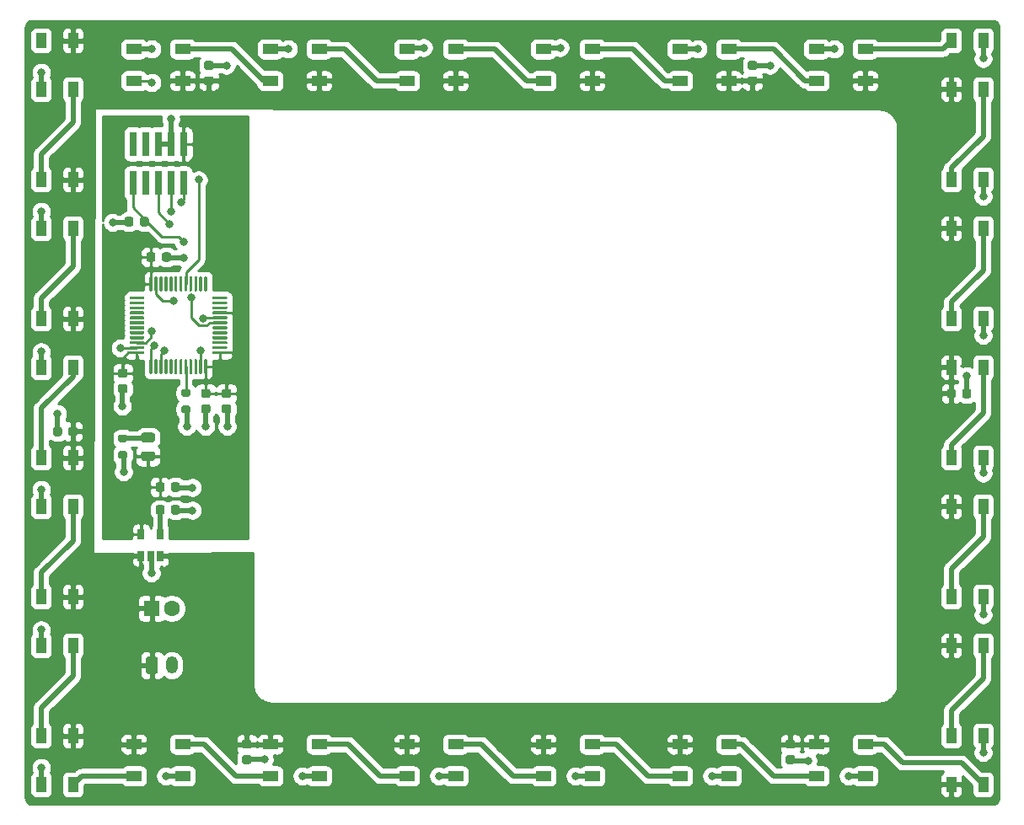
<source format=gtl>
%TF.GenerationSoftware,KiCad,Pcbnew,5.1.10*%
%TF.CreationDate,2021-05-09T20:03:51-07:00*%
%TF.ProjectId,ECE148_LED,45434531-3438-45f4-9c45-442e6b696361,rev?*%
%TF.SameCoordinates,Original*%
%TF.FileFunction,Copper,L1,Top*%
%TF.FilePolarity,Positive*%
%FSLAX46Y46*%
G04 Gerber Fmt 4.6, Leading zero omitted, Abs format (unit mm)*
G04 Created by KiCad (PCBNEW 5.1.10) date 2021-05-09 20:03:51*
%MOMM*%
%LPD*%
G01*
G04 APERTURE LIST*
%TA.AperFunction,SMDPad,CuDef*%
%ADD10R,0.740000X2.400000*%
%TD*%
%TA.AperFunction,SMDPad,CuDef*%
%ADD11R,1.500000X1.000000*%
%TD*%
%TA.AperFunction,ComponentPad*%
%ADD12C,1.600000*%
%TD*%
%TA.AperFunction,ComponentPad*%
%ADD13R,1.600000X1.600000*%
%TD*%
%TA.AperFunction,SMDPad,CuDef*%
%ADD14R,0.650000X1.060000*%
%TD*%
%TA.AperFunction,ComponentPad*%
%ADD15O,1.200000X1.750000*%
%TD*%
%TA.AperFunction,SMDPad,CuDef*%
%ADD16R,1.000000X1.500000*%
%TD*%
%TA.AperFunction,ViaPad*%
%ADD17C,0.800000*%
%TD*%
%TA.AperFunction,Conductor*%
%ADD18C,0.500000*%
%TD*%
%TA.AperFunction,Conductor*%
%ADD19C,0.250000*%
%TD*%
%TA.AperFunction,Conductor*%
%ADD20C,0.254000*%
%TD*%
%TA.AperFunction,Conductor*%
%ADD21C,0.100000*%
%TD*%
G04 APERTURE END LIST*
%TA.AperFunction,SMDPad,CuDef*%
G36*
G01*
X50652000Y-62682000D02*
X50652000Y-64007000D01*
G75*
G02*
X50577000Y-64082000I-75000J0D01*
G01*
X50427000Y-64082000D01*
G75*
G02*
X50352000Y-64007000I0J75000D01*
G01*
X50352000Y-62682000D01*
G75*
G02*
X50427000Y-62607000I75000J0D01*
G01*
X50577000Y-62607000D01*
G75*
G02*
X50652000Y-62682000I0J-75000D01*
G01*
G37*
%TD.AperFunction*%
%TA.AperFunction,SMDPad,CuDef*%
G36*
G01*
X50152000Y-62682000D02*
X50152000Y-64007000D01*
G75*
G02*
X50077000Y-64082000I-75000J0D01*
G01*
X49927000Y-64082000D01*
G75*
G02*
X49852000Y-64007000I0J75000D01*
G01*
X49852000Y-62682000D01*
G75*
G02*
X49927000Y-62607000I75000J0D01*
G01*
X50077000Y-62607000D01*
G75*
G02*
X50152000Y-62682000I0J-75000D01*
G01*
G37*
%TD.AperFunction*%
%TA.AperFunction,SMDPad,CuDef*%
G36*
G01*
X49652000Y-62682000D02*
X49652000Y-64007000D01*
G75*
G02*
X49577000Y-64082000I-75000J0D01*
G01*
X49427000Y-64082000D01*
G75*
G02*
X49352000Y-64007000I0J75000D01*
G01*
X49352000Y-62682000D01*
G75*
G02*
X49427000Y-62607000I75000J0D01*
G01*
X49577000Y-62607000D01*
G75*
G02*
X49652000Y-62682000I0J-75000D01*
G01*
G37*
%TD.AperFunction*%
%TA.AperFunction,SMDPad,CuDef*%
G36*
G01*
X49152000Y-62682000D02*
X49152000Y-64007000D01*
G75*
G02*
X49077000Y-64082000I-75000J0D01*
G01*
X48927000Y-64082000D01*
G75*
G02*
X48852000Y-64007000I0J75000D01*
G01*
X48852000Y-62682000D01*
G75*
G02*
X48927000Y-62607000I75000J0D01*
G01*
X49077000Y-62607000D01*
G75*
G02*
X49152000Y-62682000I0J-75000D01*
G01*
G37*
%TD.AperFunction*%
%TA.AperFunction,SMDPad,CuDef*%
G36*
G01*
X48652000Y-62682000D02*
X48652000Y-64007000D01*
G75*
G02*
X48577000Y-64082000I-75000J0D01*
G01*
X48427000Y-64082000D01*
G75*
G02*
X48352000Y-64007000I0J75000D01*
G01*
X48352000Y-62682000D01*
G75*
G02*
X48427000Y-62607000I75000J0D01*
G01*
X48577000Y-62607000D01*
G75*
G02*
X48652000Y-62682000I0J-75000D01*
G01*
G37*
%TD.AperFunction*%
%TA.AperFunction,SMDPad,CuDef*%
G36*
G01*
X48152000Y-62682000D02*
X48152000Y-64007000D01*
G75*
G02*
X48077000Y-64082000I-75000J0D01*
G01*
X47927000Y-64082000D01*
G75*
G02*
X47852000Y-64007000I0J75000D01*
G01*
X47852000Y-62682000D01*
G75*
G02*
X47927000Y-62607000I75000J0D01*
G01*
X48077000Y-62607000D01*
G75*
G02*
X48152000Y-62682000I0J-75000D01*
G01*
G37*
%TD.AperFunction*%
%TA.AperFunction,SMDPad,CuDef*%
G36*
G01*
X47652000Y-62682000D02*
X47652000Y-64007000D01*
G75*
G02*
X47577000Y-64082000I-75000J0D01*
G01*
X47427000Y-64082000D01*
G75*
G02*
X47352000Y-64007000I0J75000D01*
G01*
X47352000Y-62682000D01*
G75*
G02*
X47427000Y-62607000I75000J0D01*
G01*
X47577000Y-62607000D01*
G75*
G02*
X47652000Y-62682000I0J-75000D01*
G01*
G37*
%TD.AperFunction*%
%TA.AperFunction,SMDPad,CuDef*%
G36*
G01*
X47152000Y-62682000D02*
X47152000Y-64007000D01*
G75*
G02*
X47077000Y-64082000I-75000J0D01*
G01*
X46927000Y-64082000D01*
G75*
G02*
X46852000Y-64007000I0J75000D01*
G01*
X46852000Y-62682000D01*
G75*
G02*
X46927000Y-62607000I75000J0D01*
G01*
X47077000Y-62607000D01*
G75*
G02*
X47152000Y-62682000I0J-75000D01*
G01*
G37*
%TD.AperFunction*%
%TA.AperFunction,SMDPad,CuDef*%
G36*
G01*
X46652000Y-62682000D02*
X46652000Y-64007000D01*
G75*
G02*
X46577000Y-64082000I-75000J0D01*
G01*
X46427000Y-64082000D01*
G75*
G02*
X46352000Y-64007000I0J75000D01*
G01*
X46352000Y-62682000D01*
G75*
G02*
X46427000Y-62607000I75000J0D01*
G01*
X46577000Y-62607000D01*
G75*
G02*
X46652000Y-62682000I0J-75000D01*
G01*
G37*
%TD.AperFunction*%
%TA.AperFunction,SMDPad,CuDef*%
G36*
G01*
X46152000Y-62682000D02*
X46152000Y-64007000D01*
G75*
G02*
X46077000Y-64082000I-75000J0D01*
G01*
X45927000Y-64082000D01*
G75*
G02*
X45852000Y-64007000I0J75000D01*
G01*
X45852000Y-62682000D01*
G75*
G02*
X45927000Y-62607000I75000J0D01*
G01*
X46077000Y-62607000D01*
G75*
G02*
X46152000Y-62682000I0J-75000D01*
G01*
G37*
%TD.AperFunction*%
%TA.AperFunction,SMDPad,CuDef*%
G36*
G01*
X45652000Y-62682000D02*
X45652000Y-64007000D01*
G75*
G02*
X45577000Y-64082000I-75000J0D01*
G01*
X45427000Y-64082000D01*
G75*
G02*
X45352000Y-64007000I0J75000D01*
G01*
X45352000Y-62682000D01*
G75*
G02*
X45427000Y-62607000I75000J0D01*
G01*
X45577000Y-62607000D01*
G75*
G02*
X45652000Y-62682000I0J-75000D01*
G01*
G37*
%TD.AperFunction*%
%TA.AperFunction,SMDPad,CuDef*%
G36*
G01*
X45152000Y-62682000D02*
X45152000Y-64007000D01*
G75*
G02*
X45077000Y-64082000I-75000J0D01*
G01*
X44927000Y-64082000D01*
G75*
G02*
X44852000Y-64007000I0J75000D01*
G01*
X44852000Y-62682000D01*
G75*
G02*
X44927000Y-62607000I75000J0D01*
G01*
X45077000Y-62607000D01*
G75*
G02*
X45152000Y-62682000I0J-75000D01*
G01*
G37*
%TD.AperFunction*%
%TA.AperFunction,SMDPad,CuDef*%
G36*
G01*
X44327000Y-61857000D02*
X44327000Y-62007000D01*
G75*
G02*
X44252000Y-62082000I-75000J0D01*
G01*
X42927000Y-62082000D01*
G75*
G02*
X42852000Y-62007000I0J75000D01*
G01*
X42852000Y-61857000D01*
G75*
G02*
X42927000Y-61782000I75000J0D01*
G01*
X44252000Y-61782000D01*
G75*
G02*
X44327000Y-61857000I0J-75000D01*
G01*
G37*
%TD.AperFunction*%
%TA.AperFunction,SMDPad,CuDef*%
G36*
G01*
X44327000Y-61357000D02*
X44327000Y-61507000D01*
G75*
G02*
X44252000Y-61582000I-75000J0D01*
G01*
X42927000Y-61582000D01*
G75*
G02*
X42852000Y-61507000I0J75000D01*
G01*
X42852000Y-61357000D01*
G75*
G02*
X42927000Y-61282000I75000J0D01*
G01*
X44252000Y-61282000D01*
G75*
G02*
X44327000Y-61357000I0J-75000D01*
G01*
G37*
%TD.AperFunction*%
%TA.AperFunction,SMDPad,CuDef*%
G36*
G01*
X44327000Y-60857000D02*
X44327000Y-61007000D01*
G75*
G02*
X44252000Y-61082000I-75000J0D01*
G01*
X42927000Y-61082000D01*
G75*
G02*
X42852000Y-61007000I0J75000D01*
G01*
X42852000Y-60857000D01*
G75*
G02*
X42927000Y-60782000I75000J0D01*
G01*
X44252000Y-60782000D01*
G75*
G02*
X44327000Y-60857000I0J-75000D01*
G01*
G37*
%TD.AperFunction*%
%TA.AperFunction,SMDPad,CuDef*%
G36*
G01*
X44327000Y-60357000D02*
X44327000Y-60507000D01*
G75*
G02*
X44252000Y-60582000I-75000J0D01*
G01*
X42927000Y-60582000D01*
G75*
G02*
X42852000Y-60507000I0J75000D01*
G01*
X42852000Y-60357000D01*
G75*
G02*
X42927000Y-60282000I75000J0D01*
G01*
X44252000Y-60282000D01*
G75*
G02*
X44327000Y-60357000I0J-75000D01*
G01*
G37*
%TD.AperFunction*%
%TA.AperFunction,SMDPad,CuDef*%
G36*
G01*
X44327000Y-59857000D02*
X44327000Y-60007000D01*
G75*
G02*
X44252000Y-60082000I-75000J0D01*
G01*
X42927000Y-60082000D01*
G75*
G02*
X42852000Y-60007000I0J75000D01*
G01*
X42852000Y-59857000D01*
G75*
G02*
X42927000Y-59782000I75000J0D01*
G01*
X44252000Y-59782000D01*
G75*
G02*
X44327000Y-59857000I0J-75000D01*
G01*
G37*
%TD.AperFunction*%
%TA.AperFunction,SMDPad,CuDef*%
G36*
G01*
X44327000Y-59357000D02*
X44327000Y-59507000D01*
G75*
G02*
X44252000Y-59582000I-75000J0D01*
G01*
X42927000Y-59582000D01*
G75*
G02*
X42852000Y-59507000I0J75000D01*
G01*
X42852000Y-59357000D01*
G75*
G02*
X42927000Y-59282000I75000J0D01*
G01*
X44252000Y-59282000D01*
G75*
G02*
X44327000Y-59357000I0J-75000D01*
G01*
G37*
%TD.AperFunction*%
%TA.AperFunction,SMDPad,CuDef*%
G36*
G01*
X44327000Y-58857000D02*
X44327000Y-59007000D01*
G75*
G02*
X44252000Y-59082000I-75000J0D01*
G01*
X42927000Y-59082000D01*
G75*
G02*
X42852000Y-59007000I0J75000D01*
G01*
X42852000Y-58857000D01*
G75*
G02*
X42927000Y-58782000I75000J0D01*
G01*
X44252000Y-58782000D01*
G75*
G02*
X44327000Y-58857000I0J-75000D01*
G01*
G37*
%TD.AperFunction*%
%TA.AperFunction,SMDPad,CuDef*%
G36*
G01*
X44327000Y-58357000D02*
X44327000Y-58507000D01*
G75*
G02*
X44252000Y-58582000I-75000J0D01*
G01*
X42927000Y-58582000D01*
G75*
G02*
X42852000Y-58507000I0J75000D01*
G01*
X42852000Y-58357000D01*
G75*
G02*
X42927000Y-58282000I75000J0D01*
G01*
X44252000Y-58282000D01*
G75*
G02*
X44327000Y-58357000I0J-75000D01*
G01*
G37*
%TD.AperFunction*%
%TA.AperFunction,SMDPad,CuDef*%
G36*
G01*
X44327000Y-57857000D02*
X44327000Y-58007000D01*
G75*
G02*
X44252000Y-58082000I-75000J0D01*
G01*
X42927000Y-58082000D01*
G75*
G02*
X42852000Y-58007000I0J75000D01*
G01*
X42852000Y-57857000D01*
G75*
G02*
X42927000Y-57782000I75000J0D01*
G01*
X44252000Y-57782000D01*
G75*
G02*
X44327000Y-57857000I0J-75000D01*
G01*
G37*
%TD.AperFunction*%
%TA.AperFunction,SMDPad,CuDef*%
G36*
G01*
X44327000Y-57357000D02*
X44327000Y-57507000D01*
G75*
G02*
X44252000Y-57582000I-75000J0D01*
G01*
X42927000Y-57582000D01*
G75*
G02*
X42852000Y-57507000I0J75000D01*
G01*
X42852000Y-57357000D01*
G75*
G02*
X42927000Y-57282000I75000J0D01*
G01*
X44252000Y-57282000D01*
G75*
G02*
X44327000Y-57357000I0J-75000D01*
G01*
G37*
%TD.AperFunction*%
%TA.AperFunction,SMDPad,CuDef*%
G36*
G01*
X44327000Y-56857000D02*
X44327000Y-57007000D01*
G75*
G02*
X44252000Y-57082000I-75000J0D01*
G01*
X42927000Y-57082000D01*
G75*
G02*
X42852000Y-57007000I0J75000D01*
G01*
X42852000Y-56857000D01*
G75*
G02*
X42927000Y-56782000I75000J0D01*
G01*
X44252000Y-56782000D01*
G75*
G02*
X44327000Y-56857000I0J-75000D01*
G01*
G37*
%TD.AperFunction*%
%TA.AperFunction,SMDPad,CuDef*%
G36*
G01*
X44327000Y-56357000D02*
X44327000Y-56507000D01*
G75*
G02*
X44252000Y-56582000I-75000J0D01*
G01*
X42927000Y-56582000D01*
G75*
G02*
X42852000Y-56507000I0J75000D01*
G01*
X42852000Y-56357000D01*
G75*
G02*
X42927000Y-56282000I75000J0D01*
G01*
X44252000Y-56282000D01*
G75*
G02*
X44327000Y-56357000I0J-75000D01*
G01*
G37*
%TD.AperFunction*%
%TA.AperFunction,SMDPad,CuDef*%
G36*
G01*
X45152000Y-54357000D02*
X45152000Y-55682000D01*
G75*
G02*
X45077000Y-55757000I-75000J0D01*
G01*
X44927000Y-55757000D01*
G75*
G02*
X44852000Y-55682000I0J75000D01*
G01*
X44852000Y-54357000D01*
G75*
G02*
X44927000Y-54282000I75000J0D01*
G01*
X45077000Y-54282000D01*
G75*
G02*
X45152000Y-54357000I0J-75000D01*
G01*
G37*
%TD.AperFunction*%
%TA.AperFunction,SMDPad,CuDef*%
G36*
G01*
X45652000Y-54357000D02*
X45652000Y-55682000D01*
G75*
G02*
X45577000Y-55757000I-75000J0D01*
G01*
X45427000Y-55757000D01*
G75*
G02*
X45352000Y-55682000I0J75000D01*
G01*
X45352000Y-54357000D01*
G75*
G02*
X45427000Y-54282000I75000J0D01*
G01*
X45577000Y-54282000D01*
G75*
G02*
X45652000Y-54357000I0J-75000D01*
G01*
G37*
%TD.AperFunction*%
%TA.AperFunction,SMDPad,CuDef*%
G36*
G01*
X46152000Y-54357000D02*
X46152000Y-55682000D01*
G75*
G02*
X46077000Y-55757000I-75000J0D01*
G01*
X45927000Y-55757000D01*
G75*
G02*
X45852000Y-55682000I0J75000D01*
G01*
X45852000Y-54357000D01*
G75*
G02*
X45927000Y-54282000I75000J0D01*
G01*
X46077000Y-54282000D01*
G75*
G02*
X46152000Y-54357000I0J-75000D01*
G01*
G37*
%TD.AperFunction*%
%TA.AperFunction,SMDPad,CuDef*%
G36*
G01*
X46652000Y-54357000D02*
X46652000Y-55682000D01*
G75*
G02*
X46577000Y-55757000I-75000J0D01*
G01*
X46427000Y-55757000D01*
G75*
G02*
X46352000Y-55682000I0J75000D01*
G01*
X46352000Y-54357000D01*
G75*
G02*
X46427000Y-54282000I75000J0D01*
G01*
X46577000Y-54282000D01*
G75*
G02*
X46652000Y-54357000I0J-75000D01*
G01*
G37*
%TD.AperFunction*%
%TA.AperFunction,SMDPad,CuDef*%
G36*
G01*
X47152000Y-54357000D02*
X47152000Y-55682000D01*
G75*
G02*
X47077000Y-55757000I-75000J0D01*
G01*
X46927000Y-55757000D01*
G75*
G02*
X46852000Y-55682000I0J75000D01*
G01*
X46852000Y-54357000D01*
G75*
G02*
X46927000Y-54282000I75000J0D01*
G01*
X47077000Y-54282000D01*
G75*
G02*
X47152000Y-54357000I0J-75000D01*
G01*
G37*
%TD.AperFunction*%
%TA.AperFunction,SMDPad,CuDef*%
G36*
G01*
X47652000Y-54357000D02*
X47652000Y-55682000D01*
G75*
G02*
X47577000Y-55757000I-75000J0D01*
G01*
X47427000Y-55757000D01*
G75*
G02*
X47352000Y-55682000I0J75000D01*
G01*
X47352000Y-54357000D01*
G75*
G02*
X47427000Y-54282000I75000J0D01*
G01*
X47577000Y-54282000D01*
G75*
G02*
X47652000Y-54357000I0J-75000D01*
G01*
G37*
%TD.AperFunction*%
%TA.AperFunction,SMDPad,CuDef*%
G36*
G01*
X48152000Y-54357000D02*
X48152000Y-55682000D01*
G75*
G02*
X48077000Y-55757000I-75000J0D01*
G01*
X47927000Y-55757000D01*
G75*
G02*
X47852000Y-55682000I0J75000D01*
G01*
X47852000Y-54357000D01*
G75*
G02*
X47927000Y-54282000I75000J0D01*
G01*
X48077000Y-54282000D01*
G75*
G02*
X48152000Y-54357000I0J-75000D01*
G01*
G37*
%TD.AperFunction*%
%TA.AperFunction,SMDPad,CuDef*%
G36*
G01*
X48652000Y-54357000D02*
X48652000Y-55682000D01*
G75*
G02*
X48577000Y-55757000I-75000J0D01*
G01*
X48427000Y-55757000D01*
G75*
G02*
X48352000Y-55682000I0J75000D01*
G01*
X48352000Y-54357000D01*
G75*
G02*
X48427000Y-54282000I75000J0D01*
G01*
X48577000Y-54282000D01*
G75*
G02*
X48652000Y-54357000I0J-75000D01*
G01*
G37*
%TD.AperFunction*%
%TA.AperFunction,SMDPad,CuDef*%
G36*
G01*
X49152000Y-54357000D02*
X49152000Y-55682000D01*
G75*
G02*
X49077000Y-55757000I-75000J0D01*
G01*
X48927000Y-55757000D01*
G75*
G02*
X48852000Y-55682000I0J75000D01*
G01*
X48852000Y-54357000D01*
G75*
G02*
X48927000Y-54282000I75000J0D01*
G01*
X49077000Y-54282000D01*
G75*
G02*
X49152000Y-54357000I0J-75000D01*
G01*
G37*
%TD.AperFunction*%
%TA.AperFunction,SMDPad,CuDef*%
G36*
G01*
X49652000Y-54357000D02*
X49652000Y-55682000D01*
G75*
G02*
X49577000Y-55757000I-75000J0D01*
G01*
X49427000Y-55757000D01*
G75*
G02*
X49352000Y-55682000I0J75000D01*
G01*
X49352000Y-54357000D01*
G75*
G02*
X49427000Y-54282000I75000J0D01*
G01*
X49577000Y-54282000D01*
G75*
G02*
X49652000Y-54357000I0J-75000D01*
G01*
G37*
%TD.AperFunction*%
%TA.AperFunction,SMDPad,CuDef*%
G36*
G01*
X50152000Y-54357000D02*
X50152000Y-55682000D01*
G75*
G02*
X50077000Y-55757000I-75000J0D01*
G01*
X49927000Y-55757000D01*
G75*
G02*
X49852000Y-55682000I0J75000D01*
G01*
X49852000Y-54357000D01*
G75*
G02*
X49927000Y-54282000I75000J0D01*
G01*
X50077000Y-54282000D01*
G75*
G02*
X50152000Y-54357000I0J-75000D01*
G01*
G37*
%TD.AperFunction*%
%TA.AperFunction,SMDPad,CuDef*%
G36*
G01*
X50652000Y-54357000D02*
X50652000Y-55682000D01*
G75*
G02*
X50577000Y-55757000I-75000J0D01*
G01*
X50427000Y-55757000D01*
G75*
G02*
X50352000Y-55682000I0J75000D01*
G01*
X50352000Y-54357000D01*
G75*
G02*
X50427000Y-54282000I75000J0D01*
G01*
X50577000Y-54282000D01*
G75*
G02*
X50652000Y-54357000I0J-75000D01*
G01*
G37*
%TD.AperFunction*%
%TA.AperFunction,SMDPad,CuDef*%
G36*
G01*
X52652000Y-56357000D02*
X52652000Y-56507000D01*
G75*
G02*
X52577000Y-56582000I-75000J0D01*
G01*
X51252000Y-56582000D01*
G75*
G02*
X51177000Y-56507000I0J75000D01*
G01*
X51177000Y-56357000D01*
G75*
G02*
X51252000Y-56282000I75000J0D01*
G01*
X52577000Y-56282000D01*
G75*
G02*
X52652000Y-56357000I0J-75000D01*
G01*
G37*
%TD.AperFunction*%
%TA.AperFunction,SMDPad,CuDef*%
G36*
G01*
X52652000Y-56857000D02*
X52652000Y-57007000D01*
G75*
G02*
X52577000Y-57082000I-75000J0D01*
G01*
X51252000Y-57082000D01*
G75*
G02*
X51177000Y-57007000I0J75000D01*
G01*
X51177000Y-56857000D01*
G75*
G02*
X51252000Y-56782000I75000J0D01*
G01*
X52577000Y-56782000D01*
G75*
G02*
X52652000Y-56857000I0J-75000D01*
G01*
G37*
%TD.AperFunction*%
%TA.AperFunction,SMDPad,CuDef*%
G36*
G01*
X52652000Y-57357000D02*
X52652000Y-57507000D01*
G75*
G02*
X52577000Y-57582000I-75000J0D01*
G01*
X51252000Y-57582000D01*
G75*
G02*
X51177000Y-57507000I0J75000D01*
G01*
X51177000Y-57357000D01*
G75*
G02*
X51252000Y-57282000I75000J0D01*
G01*
X52577000Y-57282000D01*
G75*
G02*
X52652000Y-57357000I0J-75000D01*
G01*
G37*
%TD.AperFunction*%
%TA.AperFunction,SMDPad,CuDef*%
G36*
G01*
X52652000Y-57857000D02*
X52652000Y-58007000D01*
G75*
G02*
X52577000Y-58082000I-75000J0D01*
G01*
X51252000Y-58082000D01*
G75*
G02*
X51177000Y-58007000I0J75000D01*
G01*
X51177000Y-57857000D01*
G75*
G02*
X51252000Y-57782000I75000J0D01*
G01*
X52577000Y-57782000D01*
G75*
G02*
X52652000Y-57857000I0J-75000D01*
G01*
G37*
%TD.AperFunction*%
%TA.AperFunction,SMDPad,CuDef*%
G36*
G01*
X52652000Y-58357000D02*
X52652000Y-58507000D01*
G75*
G02*
X52577000Y-58582000I-75000J0D01*
G01*
X51252000Y-58582000D01*
G75*
G02*
X51177000Y-58507000I0J75000D01*
G01*
X51177000Y-58357000D01*
G75*
G02*
X51252000Y-58282000I75000J0D01*
G01*
X52577000Y-58282000D01*
G75*
G02*
X52652000Y-58357000I0J-75000D01*
G01*
G37*
%TD.AperFunction*%
%TA.AperFunction,SMDPad,CuDef*%
G36*
G01*
X52652000Y-58857000D02*
X52652000Y-59007000D01*
G75*
G02*
X52577000Y-59082000I-75000J0D01*
G01*
X51252000Y-59082000D01*
G75*
G02*
X51177000Y-59007000I0J75000D01*
G01*
X51177000Y-58857000D01*
G75*
G02*
X51252000Y-58782000I75000J0D01*
G01*
X52577000Y-58782000D01*
G75*
G02*
X52652000Y-58857000I0J-75000D01*
G01*
G37*
%TD.AperFunction*%
%TA.AperFunction,SMDPad,CuDef*%
G36*
G01*
X52652000Y-59357000D02*
X52652000Y-59507000D01*
G75*
G02*
X52577000Y-59582000I-75000J0D01*
G01*
X51252000Y-59582000D01*
G75*
G02*
X51177000Y-59507000I0J75000D01*
G01*
X51177000Y-59357000D01*
G75*
G02*
X51252000Y-59282000I75000J0D01*
G01*
X52577000Y-59282000D01*
G75*
G02*
X52652000Y-59357000I0J-75000D01*
G01*
G37*
%TD.AperFunction*%
%TA.AperFunction,SMDPad,CuDef*%
G36*
G01*
X52652000Y-59857000D02*
X52652000Y-60007000D01*
G75*
G02*
X52577000Y-60082000I-75000J0D01*
G01*
X51252000Y-60082000D01*
G75*
G02*
X51177000Y-60007000I0J75000D01*
G01*
X51177000Y-59857000D01*
G75*
G02*
X51252000Y-59782000I75000J0D01*
G01*
X52577000Y-59782000D01*
G75*
G02*
X52652000Y-59857000I0J-75000D01*
G01*
G37*
%TD.AperFunction*%
%TA.AperFunction,SMDPad,CuDef*%
G36*
G01*
X52652000Y-60357000D02*
X52652000Y-60507000D01*
G75*
G02*
X52577000Y-60582000I-75000J0D01*
G01*
X51252000Y-60582000D01*
G75*
G02*
X51177000Y-60507000I0J75000D01*
G01*
X51177000Y-60357000D01*
G75*
G02*
X51252000Y-60282000I75000J0D01*
G01*
X52577000Y-60282000D01*
G75*
G02*
X52652000Y-60357000I0J-75000D01*
G01*
G37*
%TD.AperFunction*%
%TA.AperFunction,SMDPad,CuDef*%
G36*
G01*
X52652000Y-60857000D02*
X52652000Y-61007000D01*
G75*
G02*
X52577000Y-61082000I-75000J0D01*
G01*
X51252000Y-61082000D01*
G75*
G02*
X51177000Y-61007000I0J75000D01*
G01*
X51177000Y-60857000D01*
G75*
G02*
X51252000Y-60782000I75000J0D01*
G01*
X52577000Y-60782000D01*
G75*
G02*
X52652000Y-60857000I0J-75000D01*
G01*
G37*
%TD.AperFunction*%
%TA.AperFunction,SMDPad,CuDef*%
G36*
G01*
X52652000Y-61357000D02*
X52652000Y-61507000D01*
G75*
G02*
X52577000Y-61582000I-75000J0D01*
G01*
X51252000Y-61582000D01*
G75*
G02*
X51177000Y-61507000I0J75000D01*
G01*
X51177000Y-61357000D01*
G75*
G02*
X51252000Y-61282000I75000J0D01*
G01*
X52577000Y-61282000D01*
G75*
G02*
X52652000Y-61357000I0J-75000D01*
G01*
G37*
%TD.AperFunction*%
%TA.AperFunction,SMDPad,CuDef*%
G36*
G01*
X52652000Y-61857000D02*
X52652000Y-62007000D01*
G75*
G02*
X52577000Y-62082000I-75000J0D01*
G01*
X51252000Y-62082000D01*
G75*
G02*
X51177000Y-62007000I0J75000D01*
G01*
X51177000Y-61857000D01*
G75*
G02*
X51252000Y-61782000I75000J0D01*
G01*
X52577000Y-61782000D01*
G75*
G02*
X52652000Y-61857000I0J-75000D01*
G01*
G37*
%TD.AperFunction*%
D10*
X43180000Y-44876000D03*
X43180000Y-40976000D03*
X44450000Y-44876000D03*
X44450000Y-40976000D03*
X45720000Y-44876000D03*
X45720000Y-40976000D03*
X46990000Y-44876000D03*
X46990000Y-40976000D03*
X48260000Y-44876000D03*
X48260000Y-40976000D03*
D11*
X84418000Y-101270000D03*
X84418000Y-104470000D03*
X89318000Y-101270000D03*
X89318000Y-104470000D03*
X98134000Y-101270000D03*
X98134000Y-104470000D03*
X103034000Y-101270000D03*
X103034000Y-104470000D03*
X70702000Y-101270000D03*
X70702000Y-104470000D03*
X75602000Y-101270000D03*
X75602000Y-104470000D03*
%TA.AperFunction,SMDPad,CuDef*%
G36*
G01*
X36060000Y-69600000D02*
X36060000Y-70100000D01*
G75*
G02*
X35835000Y-70325000I-225000J0D01*
G01*
X35385000Y-70325000D01*
G75*
G02*
X35160000Y-70100000I0J225000D01*
G01*
X35160000Y-69600000D01*
G75*
G02*
X35385000Y-69375000I225000J0D01*
G01*
X35835000Y-69375000D01*
G75*
G02*
X36060000Y-69600000I0J-225000D01*
G01*
G37*
%TD.AperFunction*%
%TA.AperFunction,SMDPad,CuDef*%
G36*
G01*
X37610000Y-69600000D02*
X37610000Y-70100000D01*
G75*
G02*
X37385000Y-70325000I-225000J0D01*
G01*
X36935000Y-70325000D01*
G75*
G02*
X36710000Y-70100000I0J225000D01*
G01*
X36710000Y-69600000D01*
G75*
G02*
X36935000Y-69375000I225000J0D01*
G01*
X37385000Y-69375000D01*
G75*
G02*
X37610000Y-69600000I0J-225000D01*
G01*
G37*
%TD.AperFunction*%
%TA.AperFunction,SMDPad,CuDef*%
G36*
G01*
X54360000Y-102370000D02*
X54860000Y-102370000D01*
G75*
G02*
X55085000Y-102595000I0J-225000D01*
G01*
X55085000Y-103045000D01*
G75*
G02*
X54860000Y-103270000I-225000J0D01*
G01*
X54360000Y-103270000D01*
G75*
G02*
X54135000Y-103045000I0J225000D01*
G01*
X54135000Y-102595000D01*
G75*
G02*
X54360000Y-102370000I225000J0D01*
G01*
G37*
%TD.AperFunction*%
%TA.AperFunction,SMDPad,CuDef*%
G36*
G01*
X54360000Y-100820000D02*
X54860000Y-100820000D01*
G75*
G02*
X55085000Y-101045000I0J-225000D01*
G01*
X55085000Y-101495000D01*
G75*
G02*
X54860000Y-101720000I-225000J0D01*
G01*
X54360000Y-101720000D01*
G75*
G02*
X54135000Y-101495000I0J225000D01*
G01*
X54135000Y-101045000D01*
G75*
G02*
X54360000Y-100820000I225000J0D01*
G01*
G37*
%TD.AperFunction*%
%TA.AperFunction,SMDPad,CuDef*%
G36*
G01*
X108970000Y-102370000D02*
X109470000Y-102370000D01*
G75*
G02*
X109695000Y-102595000I0J-225000D01*
G01*
X109695000Y-103045000D01*
G75*
G02*
X109470000Y-103270000I-225000J0D01*
G01*
X108970000Y-103270000D01*
G75*
G02*
X108745000Y-103045000I0J225000D01*
G01*
X108745000Y-102595000D01*
G75*
G02*
X108970000Y-102370000I225000J0D01*
G01*
G37*
%TD.AperFunction*%
%TA.AperFunction,SMDPad,CuDef*%
G36*
G01*
X108970000Y-100820000D02*
X109470000Y-100820000D01*
G75*
G02*
X109695000Y-101045000I0J-225000D01*
G01*
X109695000Y-101495000D01*
G75*
G02*
X109470000Y-101720000I-225000J0D01*
G01*
X108970000Y-101720000D01*
G75*
G02*
X108745000Y-101495000I0J225000D01*
G01*
X108745000Y-101045000D01*
G75*
G02*
X108970000Y-100820000I225000J0D01*
G01*
G37*
%TD.AperFunction*%
%TA.AperFunction,SMDPad,CuDef*%
G36*
G01*
X126500000Y-66290000D02*
X126500000Y-65790000D01*
G75*
G02*
X126725000Y-65565000I225000J0D01*
G01*
X127175000Y-65565000D01*
G75*
G02*
X127400000Y-65790000I0J-225000D01*
G01*
X127400000Y-66290000D01*
G75*
G02*
X127175000Y-66515000I-225000J0D01*
G01*
X126725000Y-66515000D01*
G75*
G02*
X126500000Y-66290000I0J225000D01*
G01*
G37*
%TD.AperFunction*%
%TA.AperFunction,SMDPad,CuDef*%
G36*
G01*
X124950000Y-66290000D02*
X124950000Y-65790000D01*
G75*
G02*
X125175000Y-65565000I225000J0D01*
G01*
X125625000Y-65565000D01*
G75*
G02*
X125850000Y-65790000I0J-225000D01*
G01*
X125850000Y-66290000D01*
G75*
G02*
X125625000Y-66515000I-225000J0D01*
G01*
X125175000Y-66515000D01*
G75*
G02*
X124950000Y-66290000I0J225000D01*
G01*
G37*
%TD.AperFunction*%
%TA.AperFunction,SMDPad,CuDef*%
G36*
G01*
X105660000Y-33520000D02*
X105160000Y-33520000D01*
G75*
G02*
X104935000Y-33295000I0J225000D01*
G01*
X104935000Y-32845000D01*
G75*
G02*
X105160000Y-32620000I225000J0D01*
G01*
X105660000Y-32620000D01*
G75*
G02*
X105885000Y-32845000I0J-225000D01*
G01*
X105885000Y-33295000D01*
G75*
G02*
X105660000Y-33520000I-225000J0D01*
G01*
G37*
%TD.AperFunction*%
%TA.AperFunction,SMDPad,CuDef*%
G36*
G01*
X105660000Y-35070000D02*
X105160000Y-35070000D01*
G75*
G02*
X104935000Y-34845000I0J225000D01*
G01*
X104935000Y-34395000D01*
G75*
G02*
X105160000Y-34170000I225000J0D01*
G01*
X105660000Y-34170000D01*
G75*
G02*
X105885000Y-34395000I0J-225000D01*
G01*
X105885000Y-34845000D01*
G75*
G02*
X105660000Y-35070000I-225000J0D01*
G01*
G37*
%TD.AperFunction*%
D12*
X47085000Y-87630000D03*
D13*
X45085000Y-87630000D03*
%TA.AperFunction,SMDPad,CuDef*%
G36*
G01*
X51050000Y-33520000D02*
X50550000Y-33520000D01*
G75*
G02*
X50325000Y-33295000I0J225000D01*
G01*
X50325000Y-32845000D01*
G75*
G02*
X50550000Y-32620000I225000J0D01*
G01*
X51050000Y-32620000D01*
G75*
G02*
X51275000Y-32845000I0J-225000D01*
G01*
X51275000Y-33295000D01*
G75*
G02*
X51050000Y-33520000I-225000J0D01*
G01*
G37*
%TD.AperFunction*%
%TA.AperFunction,SMDPad,CuDef*%
G36*
G01*
X51050000Y-35070000D02*
X50550000Y-35070000D01*
G75*
G02*
X50325000Y-34845000I0J225000D01*
G01*
X50325000Y-34395000D01*
G75*
G02*
X50550000Y-34170000I225000J0D01*
G01*
X51050000Y-34170000D01*
G75*
G02*
X51275000Y-34395000I0J-225000D01*
G01*
X51275000Y-34845000D01*
G75*
G02*
X51050000Y-35070000I-225000J0D01*
G01*
G37*
%TD.AperFunction*%
D14*
X44008000Y-80180000D03*
X45908000Y-80180000D03*
X45908000Y-82380000D03*
X44958000Y-82380000D03*
X44008000Y-82380000D03*
%TA.AperFunction,SMDPad,CuDef*%
G36*
G01*
X41889000Y-71799000D02*
X42439000Y-71799000D01*
G75*
G02*
X42639000Y-71999000I0J-200000D01*
G01*
X42639000Y-72399000D01*
G75*
G02*
X42439000Y-72599000I-200000J0D01*
G01*
X41889000Y-72599000D01*
G75*
G02*
X41689000Y-72399000I0J200000D01*
G01*
X41689000Y-71999000D01*
G75*
G02*
X41889000Y-71799000I200000J0D01*
G01*
G37*
%TD.AperFunction*%
%TA.AperFunction,SMDPad,CuDef*%
G36*
G01*
X41889000Y-70149000D02*
X42439000Y-70149000D01*
G75*
G02*
X42639000Y-70349000I0J-200000D01*
G01*
X42639000Y-70749000D01*
G75*
G02*
X42439000Y-70949000I-200000J0D01*
G01*
X41889000Y-70949000D01*
G75*
G02*
X41689000Y-70749000I0J200000D01*
G01*
X41689000Y-70349000D01*
G75*
G02*
X41889000Y-70149000I200000J0D01*
G01*
G37*
%TD.AperFunction*%
%TA.AperFunction,SMDPad,CuDef*%
G36*
G01*
X48777000Y-66377000D02*
X48227000Y-66377000D01*
G75*
G02*
X48027000Y-66177000I0J200000D01*
G01*
X48027000Y-65777000D01*
G75*
G02*
X48227000Y-65577000I200000J0D01*
G01*
X48777000Y-65577000D01*
G75*
G02*
X48977000Y-65777000I0J-200000D01*
G01*
X48977000Y-66177000D01*
G75*
G02*
X48777000Y-66377000I-200000J0D01*
G01*
G37*
%TD.AperFunction*%
%TA.AperFunction,SMDPad,CuDef*%
G36*
G01*
X48777000Y-68027000D02*
X48227000Y-68027000D01*
G75*
G02*
X48027000Y-67827000I0J200000D01*
G01*
X48027000Y-67427000D01*
G75*
G02*
X48227000Y-67227000I200000J0D01*
G01*
X48777000Y-67227000D01*
G75*
G02*
X48977000Y-67427000I0J-200000D01*
G01*
X48977000Y-67827000D01*
G75*
G02*
X48777000Y-68027000I-200000J0D01*
G01*
G37*
%TD.AperFunction*%
D15*
X47085000Y-93345000D03*
%TA.AperFunction,ComponentPad*%
G36*
G01*
X44485000Y-93970001D02*
X44485000Y-92719999D01*
G75*
G02*
X44734999Y-92470000I249999J0D01*
G01*
X45435001Y-92470000D01*
G75*
G02*
X45685000Y-92719999I0J-249999D01*
G01*
X45685000Y-93970001D01*
G75*
G02*
X45435001Y-94220000I-249999J0D01*
G01*
X44734999Y-94220000D01*
G75*
G02*
X44485000Y-93970001I0J249999D01*
G01*
G37*
%TD.AperFunction*%
%TA.AperFunction,SMDPad,CuDef*%
G36*
G01*
X44247750Y-71844000D02*
X45160250Y-71844000D01*
G75*
G02*
X45404000Y-72087750I0J-243750D01*
G01*
X45404000Y-72575250D01*
G75*
G02*
X45160250Y-72819000I-243750J0D01*
G01*
X44247750Y-72819000D01*
G75*
G02*
X44004000Y-72575250I0J243750D01*
G01*
X44004000Y-72087750D01*
G75*
G02*
X44247750Y-71844000I243750J0D01*
G01*
G37*
%TD.AperFunction*%
%TA.AperFunction,SMDPad,CuDef*%
G36*
G01*
X44247750Y-69969000D02*
X45160250Y-69969000D01*
G75*
G02*
X45404000Y-70212750I0J-243750D01*
G01*
X45404000Y-70700250D01*
G75*
G02*
X45160250Y-70944000I-243750J0D01*
G01*
X44247750Y-70944000D01*
G75*
G02*
X44004000Y-70700250I0J243750D01*
G01*
X44004000Y-70212750D01*
G75*
G02*
X44247750Y-69969000I243750J0D01*
G01*
G37*
%TD.AperFunction*%
%TA.AperFunction,SMDPad,CuDef*%
G36*
G01*
X41914000Y-65095000D02*
X42414000Y-65095000D01*
G75*
G02*
X42639000Y-65320000I0J-225000D01*
G01*
X42639000Y-65770000D01*
G75*
G02*
X42414000Y-65995000I-225000J0D01*
G01*
X41914000Y-65995000D01*
G75*
G02*
X41689000Y-65770000I0J225000D01*
G01*
X41689000Y-65320000D01*
G75*
G02*
X41914000Y-65095000I225000J0D01*
G01*
G37*
%TD.AperFunction*%
%TA.AperFunction,SMDPad,CuDef*%
G36*
G01*
X41914000Y-63545000D02*
X42414000Y-63545000D01*
G75*
G02*
X42639000Y-63770000I0J-225000D01*
G01*
X42639000Y-64220000D01*
G75*
G02*
X42414000Y-64445000I-225000J0D01*
G01*
X41914000Y-64445000D01*
G75*
G02*
X41689000Y-64220000I0J225000D01*
G01*
X41689000Y-63770000D01*
G75*
G02*
X41914000Y-63545000I225000J0D01*
G01*
G37*
%TD.AperFunction*%
%TA.AperFunction,SMDPad,CuDef*%
G36*
G01*
X46102000Y-52574000D02*
X46102000Y-52074000D01*
G75*
G02*
X46327000Y-51849000I225000J0D01*
G01*
X46777000Y-51849000D01*
G75*
G02*
X47002000Y-52074000I0J-225000D01*
G01*
X47002000Y-52574000D01*
G75*
G02*
X46777000Y-52799000I-225000J0D01*
G01*
X46327000Y-52799000D01*
G75*
G02*
X46102000Y-52574000I0J225000D01*
G01*
G37*
%TD.AperFunction*%
%TA.AperFunction,SMDPad,CuDef*%
G36*
G01*
X44552000Y-52574000D02*
X44552000Y-52074000D01*
G75*
G02*
X44777000Y-51849000I225000J0D01*
G01*
X45227000Y-51849000D01*
G75*
G02*
X45452000Y-52074000I0J-225000D01*
G01*
X45452000Y-52574000D01*
G75*
G02*
X45227000Y-52799000I-225000J0D01*
G01*
X44777000Y-52799000D01*
G75*
G02*
X44552000Y-52574000I0J225000D01*
G01*
G37*
%TD.AperFunction*%
%TA.AperFunction,SMDPad,CuDef*%
G36*
G01*
X50252000Y-67127000D02*
X50752000Y-67127000D01*
G75*
G02*
X50977000Y-67352000I0J-225000D01*
G01*
X50977000Y-67802000D01*
G75*
G02*
X50752000Y-68027000I-225000J0D01*
G01*
X50252000Y-68027000D01*
G75*
G02*
X50027000Y-67802000I0J225000D01*
G01*
X50027000Y-67352000D01*
G75*
G02*
X50252000Y-67127000I225000J0D01*
G01*
G37*
%TD.AperFunction*%
%TA.AperFunction,SMDPad,CuDef*%
G36*
G01*
X50252000Y-65577000D02*
X50752000Y-65577000D01*
G75*
G02*
X50977000Y-65802000I0J-225000D01*
G01*
X50977000Y-66252000D01*
G75*
G02*
X50752000Y-66477000I-225000J0D01*
G01*
X50252000Y-66477000D01*
G75*
G02*
X50027000Y-66252000I0J225000D01*
G01*
X50027000Y-65802000D01*
G75*
G02*
X50252000Y-65577000I225000J0D01*
G01*
G37*
%TD.AperFunction*%
%TA.AperFunction,SMDPad,CuDef*%
G36*
G01*
X52328000Y-67127000D02*
X52828000Y-67127000D01*
G75*
G02*
X53053000Y-67352000I0J-225000D01*
G01*
X53053000Y-67802000D01*
G75*
G02*
X52828000Y-68027000I-225000J0D01*
G01*
X52328000Y-68027000D01*
G75*
G02*
X52103000Y-67802000I0J225000D01*
G01*
X52103000Y-67352000D01*
G75*
G02*
X52328000Y-67127000I225000J0D01*
G01*
G37*
%TD.AperFunction*%
%TA.AperFunction,SMDPad,CuDef*%
G36*
G01*
X52328000Y-65577000D02*
X52828000Y-65577000D01*
G75*
G02*
X53053000Y-65802000I0J-225000D01*
G01*
X53053000Y-66252000D01*
G75*
G02*
X52828000Y-66477000I-225000J0D01*
G01*
X52328000Y-66477000D01*
G75*
G02*
X52103000Y-66252000I0J225000D01*
G01*
X52103000Y-65802000D01*
G75*
G02*
X52328000Y-65577000I225000J0D01*
G01*
G37*
%TD.AperFunction*%
%TA.AperFunction,SMDPad,CuDef*%
G36*
G01*
X47008000Y-75688000D02*
X47008000Y-75188000D01*
G75*
G02*
X47233000Y-74963000I225000J0D01*
G01*
X47683000Y-74963000D01*
G75*
G02*
X47908000Y-75188000I0J-225000D01*
G01*
X47908000Y-75688000D01*
G75*
G02*
X47683000Y-75913000I-225000J0D01*
G01*
X47233000Y-75913000D01*
G75*
G02*
X47008000Y-75688000I0J225000D01*
G01*
G37*
%TD.AperFunction*%
%TA.AperFunction,SMDPad,CuDef*%
G36*
G01*
X45458000Y-75688000D02*
X45458000Y-75188000D01*
G75*
G02*
X45683000Y-74963000I225000J0D01*
G01*
X46133000Y-74963000D01*
G75*
G02*
X46358000Y-75188000I0J-225000D01*
G01*
X46358000Y-75688000D01*
G75*
G02*
X46133000Y-75913000I-225000J0D01*
G01*
X45683000Y-75913000D01*
G75*
G02*
X45458000Y-75688000I0J225000D01*
G01*
G37*
%TD.AperFunction*%
%TA.AperFunction,SMDPad,CuDef*%
G36*
G01*
X47008000Y-77974000D02*
X47008000Y-77474000D01*
G75*
G02*
X47233000Y-77249000I225000J0D01*
G01*
X47683000Y-77249000D01*
G75*
G02*
X47908000Y-77474000I0J-225000D01*
G01*
X47908000Y-77974000D01*
G75*
G02*
X47683000Y-78199000I-225000J0D01*
G01*
X47233000Y-78199000D01*
G75*
G02*
X47008000Y-77974000I0J225000D01*
G01*
G37*
%TD.AperFunction*%
%TA.AperFunction,SMDPad,CuDef*%
G36*
G01*
X45458000Y-77974000D02*
X45458000Y-77474000D01*
G75*
G02*
X45683000Y-77249000I225000J0D01*
G01*
X46133000Y-77249000D01*
G75*
G02*
X46358000Y-77474000I0J-225000D01*
G01*
X46358000Y-77974000D01*
G75*
G02*
X46133000Y-78199000I-225000J0D01*
G01*
X45683000Y-78199000D01*
G75*
G02*
X45458000Y-77974000I0J225000D01*
G01*
G37*
%TD.AperFunction*%
%TA.AperFunction,SMDPad,CuDef*%
G36*
G01*
X43227000Y-48518000D02*
X43227000Y-49018000D01*
G75*
G02*
X43002000Y-49243000I-225000J0D01*
G01*
X42552000Y-49243000D01*
G75*
G02*
X42327000Y-49018000I0J225000D01*
G01*
X42327000Y-48518000D01*
G75*
G02*
X42552000Y-48293000I225000J0D01*
G01*
X43002000Y-48293000D01*
G75*
G02*
X43227000Y-48518000I0J-225000D01*
G01*
G37*
%TD.AperFunction*%
%TA.AperFunction,SMDPad,CuDef*%
G36*
G01*
X44777000Y-48518000D02*
X44777000Y-49018000D01*
G75*
G02*
X44552000Y-49243000I-225000J0D01*
G01*
X44102000Y-49243000D01*
G75*
G02*
X43877000Y-49018000I0J225000D01*
G01*
X43877000Y-48518000D01*
G75*
G02*
X44102000Y-48293000I225000J0D01*
G01*
X44552000Y-48293000D01*
G75*
G02*
X44777000Y-48518000I0J-225000D01*
G01*
G37*
%TD.AperFunction*%
D11*
X111850000Y-101270000D03*
X111850000Y-104470000D03*
X116750000Y-101270000D03*
X116750000Y-104470000D03*
X56986000Y-101270000D03*
X56986000Y-104470000D03*
X61886000Y-101270000D03*
X61886000Y-104470000D03*
X43270000Y-101270000D03*
X43270000Y-104470000D03*
X48170000Y-101270000D03*
X48170000Y-104470000D03*
D16*
X37160000Y-100420000D03*
X33960000Y-100420000D03*
X37160000Y-105320000D03*
X33960000Y-105320000D03*
X125400000Y-105320000D03*
X128600000Y-105320000D03*
X125400000Y-100420000D03*
X128600000Y-100420000D03*
X37160000Y-86450000D03*
X33960000Y-86450000D03*
X37160000Y-91350000D03*
X33960000Y-91350000D03*
X125400000Y-91350000D03*
X128600000Y-91350000D03*
X125400000Y-86450000D03*
X128600000Y-86450000D03*
X37160000Y-72480000D03*
X33960000Y-72480000D03*
X37160000Y-77380000D03*
X33960000Y-77380000D03*
X125400000Y-77380000D03*
X128600000Y-77380000D03*
X125400000Y-72480000D03*
X128600000Y-72480000D03*
X37160000Y-58510000D03*
X33960000Y-58510000D03*
X37160000Y-63410000D03*
X33960000Y-63410000D03*
X125400000Y-63410000D03*
X128600000Y-63410000D03*
X125400000Y-58510000D03*
X128600000Y-58510000D03*
X37160000Y-44540000D03*
X33960000Y-44540000D03*
X37160000Y-49440000D03*
X33960000Y-49440000D03*
X125400000Y-49440000D03*
X128600000Y-49440000D03*
X125400000Y-44540000D03*
X128600000Y-44540000D03*
X37160000Y-30570000D03*
X33960000Y-30570000D03*
X37160000Y-35470000D03*
X33960000Y-35470000D03*
X125400000Y-35470000D03*
X128600000Y-35470000D03*
X125400000Y-30570000D03*
X128600000Y-30570000D03*
D11*
X116750000Y-34620000D03*
X116750000Y-31420000D03*
X111850000Y-34620000D03*
X111850000Y-31420000D03*
X103034000Y-34620000D03*
X103034000Y-31420000D03*
X98134000Y-34620000D03*
X98134000Y-31420000D03*
X89318000Y-34620000D03*
X89318000Y-31420000D03*
X84418000Y-34620000D03*
X84418000Y-31420000D03*
X75602000Y-34620000D03*
X75602000Y-31420000D03*
X70702000Y-34620000D03*
X70702000Y-31420000D03*
X61886000Y-34620000D03*
X61886000Y-31420000D03*
X56986000Y-34620000D03*
X56986000Y-31420000D03*
X48170000Y-34620000D03*
X48170000Y-31420000D03*
X43270000Y-34620000D03*
X43270000Y-31420000D03*
D17*
X49784000Y-44577000D03*
X45085000Y-34798000D03*
X45034000Y-84074000D03*
X49961800Y-61747400D03*
X50266600Y-58470800D03*
X41148000Y-48844000D03*
X48260000Y-52375000D03*
X42113000Y-67310000D03*
X52654000Y-69342000D03*
X48590000Y-69342000D03*
X50495000Y-69342000D03*
X42240000Y-73914000D03*
X49149000Y-77775000D03*
X49149000Y-75489000D03*
X107188000Y-33071000D03*
X126924000Y-64262000D03*
X110998000Y-102921000D03*
X56388000Y-102794000D03*
X35611000Y-68072000D03*
X52578000Y-33071000D03*
X99949000Y-31420000D03*
X113665000Y-31420000D03*
X72390000Y-31293000D03*
X86106000Y-31293000D03*
X45085000Y-31420000D03*
X58801000Y-31420000D03*
X60198000Y-104470000D03*
X46482000Y-104470000D03*
X87630000Y-104470000D03*
X73914000Y-104470000D03*
X101346000Y-104470000D03*
X115062000Y-104470000D03*
X33960000Y-47752000D03*
X128600000Y-88265000D03*
X128600000Y-102108000D03*
X128600000Y-60198000D03*
X128600000Y-74041000D03*
X128600000Y-32385000D03*
X128600000Y-46228000D03*
X33960000Y-75692000D03*
X33960000Y-61849000D03*
X33960000Y-103632000D03*
X33960000Y-89789000D03*
X33960000Y-33782000D03*
X41910000Y-61468000D03*
X47244000Y-56718200D03*
X46990000Y-38481002D03*
X45085000Y-59817000D03*
X48006000Y-46863000D03*
X46990000Y-47752000D03*
X45339000Y-61214000D03*
X46863000Y-49022000D03*
X46355000Y-61722000D03*
X49022000Y-56388000D03*
X48260000Y-50800000D03*
D18*
X48170000Y-31420000D02*
X53137000Y-31420000D01*
X56337000Y-34620000D02*
X56986000Y-34620000D01*
X53137000Y-31420000D02*
X56337000Y-34620000D01*
D19*
X48502000Y-55019500D02*
X48502000Y-53860000D01*
X48502000Y-53860000D02*
X49784000Y-52578000D01*
X49784000Y-52578000D02*
X49784000Y-44577000D01*
X44907000Y-34620000D02*
X45085000Y-34798000D01*
X43270000Y-34620000D02*
X44907000Y-34620000D01*
D18*
X45034000Y-82386000D02*
X45034000Y-84074000D01*
D19*
X49997800Y-63426900D02*
X49997800Y-61783400D01*
X51946100Y-58434800D02*
X50302600Y-58434800D01*
D18*
X42836000Y-48844000D02*
X41148000Y-48844000D01*
X46572000Y-52375000D02*
X48260000Y-52375000D01*
X42113000Y-65622000D02*
X42113000Y-67310000D01*
X52654000Y-67654000D02*
X52654000Y-69342000D01*
X48590000Y-67654000D02*
X48590000Y-69342000D01*
X50495000Y-67654000D02*
X50495000Y-69342000D01*
X42240000Y-72226000D02*
X42240000Y-73914000D01*
X47461000Y-77775000D02*
X49149000Y-77775000D01*
X47461000Y-75489000D02*
X49149000Y-75489000D01*
X105500000Y-33071000D02*
X107188000Y-33071000D01*
X126924000Y-65950000D02*
X126924000Y-64262000D01*
X109310000Y-102921000D02*
X110998000Y-102921000D01*
X54700000Y-102794000D02*
X56388000Y-102794000D01*
X35611000Y-69760000D02*
X35611000Y-68072000D01*
X50890000Y-33071000D02*
X52578000Y-33071000D01*
X98261000Y-31420000D02*
X99949000Y-31420000D01*
X111977000Y-31420000D02*
X113665000Y-31420000D01*
X70702000Y-31293000D02*
X72390000Y-31293000D01*
X84418000Y-31293000D02*
X86106000Y-31293000D01*
X43397000Y-31420000D02*
X45085000Y-31420000D01*
X57113000Y-31420000D02*
X58801000Y-31420000D01*
X61886000Y-104470000D02*
X60198000Y-104470000D01*
X48170000Y-104470000D02*
X46482000Y-104470000D01*
X89318000Y-104470000D02*
X87630000Y-104470000D01*
X75602000Y-104470000D02*
X73914000Y-104470000D01*
X103034000Y-104470000D02*
X101346000Y-104470000D01*
X116750000Y-104470000D02*
X115062000Y-104470000D01*
X33960000Y-49440000D02*
X33960000Y-47752000D01*
X128600000Y-100420000D02*
X128600000Y-102108000D01*
X128600000Y-86577000D02*
X128600000Y-88265000D01*
X128600000Y-72353000D02*
X128600000Y-74041000D01*
X128600000Y-58510000D02*
X128600000Y-60198000D01*
X128600000Y-30697000D02*
X128600000Y-32385000D01*
X128600000Y-44540000D02*
X128600000Y-46228000D01*
X33960000Y-77380000D02*
X33960000Y-75692000D01*
X33960000Y-63537000D02*
X33960000Y-61849000D01*
X33960000Y-91477000D02*
X33960000Y-89789000D01*
X33960000Y-105320000D02*
X33960000Y-103632000D01*
X33960000Y-35470000D02*
X33960000Y-33782000D01*
D19*
X41946000Y-61432000D02*
X41910000Y-61468000D01*
X43589500Y-61432000D02*
X41946000Y-61432000D01*
X45502000Y-55019500D02*
X45502000Y-56068400D01*
X45502000Y-56068400D02*
X46151800Y-56718200D01*
X46151800Y-56718200D02*
X47244000Y-56718200D01*
D18*
X45720000Y-40976000D02*
X46990000Y-40976000D01*
X46990000Y-40976000D02*
X46990000Y-38481002D01*
X61886000Y-31420000D02*
X64440000Y-31420000D01*
X67640000Y-34620000D02*
X70702000Y-34620000D01*
X64440000Y-31420000D02*
X67640000Y-34620000D01*
X75602000Y-31420000D02*
X79553000Y-31420000D01*
X82753000Y-34620000D02*
X84418000Y-34620000D01*
X79553000Y-31420000D02*
X82753000Y-34620000D01*
X89318000Y-31420000D02*
X93396000Y-31420000D01*
X96596000Y-34620000D02*
X98134000Y-34620000D01*
X93396000Y-31420000D02*
X96596000Y-34620000D01*
X103034000Y-31420000D02*
X107518000Y-31420000D01*
X110718000Y-34620000D02*
X111850000Y-34620000D01*
X107518000Y-31420000D02*
X110718000Y-34620000D01*
X125400000Y-44540000D02*
X125400000Y-43383000D01*
X128600000Y-40183000D02*
X128600000Y-35470000D01*
X125400000Y-43383000D02*
X128600000Y-40183000D01*
X33960000Y-44540000D02*
X33960000Y-41986000D01*
X37160000Y-38786000D02*
X37160000Y-35470000D01*
X33960000Y-41986000D02*
X37160000Y-38786000D01*
X125400000Y-58510000D02*
X125400000Y-56845000D01*
X128600000Y-53645000D02*
X128600000Y-49440000D01*
X125400000Y-56845000D02*
X128600000Y-53645000D01*
X33960000Y-58510000D02*
X33960000Y-56464000D01*
X37160000Y-53264000D02*
X37160000Y-49440000D01*
X33960000Y-56464000D02*
X37160000Y-53264000D01*
X128600000Y-63410000D02*
X128600000Y-67996000D01*
X125400000Y-71196000D02*
X125400000Y-72480000D01*
X128600000Y-67996000D02*
X125400000Y-71196000D01*
X37160000Y-64313000D02*
X37160000Y-63410000D01*
X33960000Y-67513000D02*
X37160000Y-64313000D01*
X33960000Y-72480000D02*
X33960000Y-67513000D01*
X128600000Y-77380000D02*
X128600000Y-80442000D01*
X125400000Y-83642000D02*
X125400000Y-86450000D01*
X128600000Y-80442000D02*
X125400000Y-83642000D01*
X33960000Y-86450000D02*
X33960000Y-84023000D01*
X37160000Y-80823000D02*
X37160000Y-77380000D01*
X33960000Y-84023000D02*
X37160000Y-80823000D01*
X128600000Y-91350000D02*
X128600000Y-94666000D01*
X125400000Y-97866000D02*
X125400000Y-100420000D01*
X128600000Y-94666000D02*
X125400000Y-97866000D01*
X33960000Y-100420000D02*
X33960000Y-97612000D01*
X37160000Y-94412000D02*
X37160000Y-91350000D01*
X33960000Y-97612000D02*
X37160000Y-94412000D01*
X116750000Y-101270000D02*
X118669000Y-101270000D01*
X118669000Y-101270000D02*
X120523000Y-103124000D01*
X126404000Y-103124000D02*
X128600000Y-105320000D01*
X120523000Y-103124000D02*
X126404000Y-103124000D01*
X38010000Y-104470000D02*
X37160000Y-105320000D01*
X43270000Y-104470000D02*
X38010000Y-104470000D01*
X48170000Y-101270000D02*
X50343000Y-101270000D01*
X53543000Y-104470000D02*
X56986000Y-104470000D01*
X50343000Y-101270000D02*
X53543000Y-104470000D01*
X61886000Y-101270000D02*
X64821000Y-101270000D01*
X68021000Y-104470000D02*
X70702000Y-104470000D01*
X64821000Y-101270000D02*
X68021000Y-104470000D01*
X75602000Y-101270000D02*
X78156000Y-101270000D01*
X81356000Y-104470000D02*
X84418000Y-104470000D01*
X78156000Y-101270000D02*
X81356000Y-104470000D01*
X89318000Y-101270000D02*
X91745000Y-101270000D01*
X94945000Y-104470000D02*
X98134000Y-104470000D01*
X91745000Y-101270000D02*
X94945000Y-104470000D01*
X103034000Y-101270000D02*
X104318000Y-101270000D01*
X107518000Y-104470000D02*
X111850000Y-104470000D01*
X104318000Y-101270000D02*
X107518000Y-104470000D01*
X124550000Y-31420000D02*
X125400000Y-30570000D01*
X116750000Y-31420000D02*
X124550000Y-31420000D01*
X45908000Y-77724000D02*
X45908000Y-80180000D01*
D19*
X45002000Y-54566000D02*
X45002000Y-52324000D01*
X45002000Y-55019500D02*
X45002000Y-54566000D01*
X50502000Y-66027000D02*
X50502000Y-63344500D01*
X42164000Y-63995000D02*
X42164000Y-62484000D01*
X42716000Y-61932000D02*
X43589500Y-61932000D01*
X42164000Y-62484000D02*
X42716000Y-61932000D01*
X51914500Y-61932000D02*
X51914500Y-62201500D01*
X51914500Y-61932000D02*
X53423000Y-61932000D01*
X50502000Y-63344500D02*
X51025500Y-63344500D01*
X45002000Y-55019500D02*
X44605500Y-55019500D01*
X43589500Y-61932000D02*
X43589500Y-62328500D01*
X51914500Y-57932000D02*
X53320000Y-57932000D01*
D18*
X44611500Y-70549000D02*
X44704000Y-70456500D01*
X42164000Y-70549000D02*
X44611500Y-70549000D01*
D19*
X43589500Y-60932000D02*
X44460141Y-60932000D01*
X44460141Y-60932000D02*
X44994990Y-60397151D01*
X44994990Y-59907010D02*
X45085000Y-59817000D01*
X44994990Y-60397151D02*
X44994990Y-59907010D01*
X48260000Y-46355000D02*
X48260000Y-44876000D01*
X48260000Y-46609000D02*
X48260000Y-46355000D01*
X48006000Y-46863000D02*
X48260000Y-46609000D01*
X46990000Y-44876000D02*
X46990000Y-47752000D01*
X45002000Y-62059000D02*
X45002000Y-63344500D01*
X45002000Y-61551000D02*
X45002000Y-62059000D01*
X45339000Y-61214000D02*
X45002000Y-61551000D01*
X45720000Y-47879000D02*
X46863000Y-49022000D01*
X45720000Y-44876000D02*
X45720000Y-47879000D01*
X46002000Y-63344500D02*
X46002000Y-62075000D01*
X46002000Y-62075000D02*
X46355000Y-61722000D01*
X50614601Y-59195801D02*
X49797801Y-59195801D01*
X50878402Y-58932000D02*
X50614601Y-59195801D01*
X51914500Y-58932000D02*
X50878402Y-58932000D01*
X49022000Y-58420000D02*
X49022000Y-56388000D01*
X49797801Y-59195801D02*
X49022000Y-58420000D01*
X48260000Y-50800000D02*
X47752000Y-50292000D01*
X47752000Y-50292000D02*
X46101000Y-50292000D01*
X43180000Y-47371000D02*
X43180000Y-44876000D01*
X44327000Y-48518000D02*
X43180000Y-47371000D01*
X44327000Y-48768000D02*
X44327000Y-48518000D01*
X44577000Y-48768000D02*
X46101000Y-50292000D01*
X44327000Y-48768000D02*
X44577000Y-48768000D01*
X48502000Y-65977000D02*
X48502000Y-63344500D01*
D20*
X129657869Y-28614722D02*
X129771246Y-28648953D01*
X129875819Y-28704555D01*
X129967596Y-28779407D01*
X130043091Y-28870664D01*
X130099419Y-28974844D01*
X130134440Y-29087976D01*
X130150000Y-29236022D01*
X130150001Y-106647711D01*
X130135278Y-106797869D01*
X130101047Y-106911246D01*
X130045446Y-107015817D01*
X129970594Y-107107595D01*
X129879335Y-107183091D01*
X129775160Y-107239419D01*
X129662024Y-107274440D01*
X129513979Y-107290000D01*
X33052279Y-107290000D01*
X32902131Y-107275278D01*
X32788754Y-107241047D01*
X32684183Y-107185446D01*
X32592405Y-107110594D01*
X32516909Y-107019335D01*
X32460581Y-106915160D01*
X32425560Y-106802024D01*
X32410000Y-106653979D01*
X32410000Y-104570000D01*
X32821928Y-104570000D01*
X32821928Y-106070000D01*
X32834188Y-106194482D01*
X32870498Y-106314180D01*
X32929463Y-106424494D01*
X33008815Y-106521185D01*
X33105506Y-106600537D01*
X33215820Y-106659502D01*
X33335518Y-106695812D01*
X33460000Y-106708072D01*
X34460000Y-106708072D01*
X34584482Y-106695812D01*
X34704180Y-106659502D01*
X34814494Y-106600537D01*
X34911185Y-106521185D01*
X34990537Y-106424494D01*
X35049502Y-106314180D01*
X35085812Y-106194482D01*
X35098072Y-106070000D01*
X35098072Y-104570000D01*
X36021928Y-104570000D01*
X36021928Y-106070000D01*
X36034188Y-106194482D01*
X36070498Y-106314180D01*
X36129463Y-106424494D01*
X36208815Y-106521185D01*
X36305506Y-106600537D01*
X36415820Y-106659502D01*
X36535518Y-106695812D01*
X36660000Y-106708072D01*
X37660000Y-106708072D01*
X37784482Y-106695812D01*
X37904180Y-106659502D01*
X38014494Y-106600537D01*
X38111185Y-106521185D01*
X38190537Y-106424494D01*
X38249502Y-106314180D01*
X38285812Y-106194482D01*
X38298072Y-106070000D01*
X124261928Y-106070000D01*
X124274188Y-106194482D01*
X124310498Y-106314180D01*
X124369463Y-106424494D01*
X124448815Y-106521185D01*
X124545506Y-106600537D01*
X124655820Y-106659502D01*
X124775518Y-106695812D01*
X124900000Y-106708072D01*
X125114250Y-106705000D01*
X125273000Y-106546250D01*
X125273000Y-105447000D01*
X125527000Y-105447000D01*
X125527000Y-106546250D01*
X125685750Y-106705000D01*
X125900000Y-106708072D01*
X126024482Y-106695812D01*
X126144180Y-106659502D01*
X126254494Y-106600537D01*
X126351185Y-106521185D01*
X126430537Y-106424494D01*
X126489502Y-106314180D01*
X126525812Y-106194482D01*
X126538072Y-106070000D01*
X126535000Y-105605750D01*
X126376250Y-105447000D01*
X125527000Y-105447000D01*
X125273000Y-105447000D01*
X124423750Y-105447000D01*
X124265000Y-105605750D01*
X124261928Y-106070000D01*
X38298072Y-106070000D01*
X38298072Y-105433507D01*
X38376579Y-105355000D01*
X42014499Y-105355000D01*
X42068815Y-105421185D01*
X42165506Y-105500537D01*
X42275820Y-105559502D01*
X42395518Y-105595812D01*
X42520000Y-105608072D01*
X44020000Y-105608072D01*
X44144482Y-105595812D01*
X44264180Y-105559502D01*
X44374494Y-105500537D01*
X44471185Y-105421185D01*
X44550537Y-105324494D01*
X44609502Y-105214180D01*
X44645812Y-105094482D01*
X44658072Y-104970000D01*
X44658072Y-104368061D01*
X45447000Y-104368061D01*
X45447000Y-104571939D01*
X45486774Y-104771898D01*
X45564795Y-104960256D01*
X45678063Y-105129774D01*
X45822226Y-105273937D01*
X45991744Y-105387205D01*
X46180102Y-105465226D01*
X46380061Y-105505000D01*
X46583939Y-105505000D01*
X46783898Y-105465226D01*
X46948876Y-105396889D01*
X46968815Y-105421185D01*
X47065506Y-105500537D01*
X47175820Y-105559502D01*
X47295518Y-105595812D01*
X47420000Y-105608072D01*
X48920000Y-105608072D01*
X49044482Y-105595812D01*
X49164180Y-105559502D01*
X49274494Y-105500537D01*
X49371185Y-105421185D01*
X49450537Y-105324494D01*
X49509502Y-105214180D01*
X49545812Y-105094482D01*
X49558072Y-104970000D01*
X49558072Y-103970000D01*
X49545812Y-103845518D01*
X49509502Y-103725820D01*
X49450537Y-103615506D01*
X49371185Y-103518815D01*
X49274494Y-103439463D01*
X49164180Y-103380498D01*
X49044482Y-103344188D01*
X48920000Y-103331928D01*
X47420000Y-103331928D01*
X47295518Y-103344188D01*
X47175820Y-103380498D01*
X47065506Y-103439463D01*
X46968815Y-103518815D01*
X46948876Y-103543111D01*
X46783898Y-103474774D01*
X46583939Y-103435000D01*
X46380061Y-103435000D01*
X46180102Y-103474774D01*
X45991744Y-103552795D01*
X45822226Y-103666063D01*
X45678063Y-103810226D01*
X45564795Y-103979744D01*
X45486774Y-104168102D01*
X45447000Y-104368061D01*
X44658072Y-104368061D01*
X44658072Y-103970000D01*
X44645812Y-103845518D01*
X44609502Y-103725820D01*
X44550537Y-103615506D01*
X44471185Y-103518815D01*
X44374494Y-103439463D01*
X44264180Y-103380498D01*
X44144482Y-103344188D01*
X44020000Y-103331928D01*
X42520000Y-103331928D01*
X42395518Y-103344188D01*
X42275820Y-103380498D01*
X42165506Y-103439463D01*
X42068815Y-103518815D01*
X42014499Y-103585000D01*
X38053469Y-103585000D01*
X38010000Y-103580719D01*
X37966531Y-103585000D01*
X37966523Y-103585000D01*
X37836510Y-103597805D01*
X37669686Y-103648411D01*
X37515941Y-103730589D01*
X37414953Y-103813468D01*
X37414951Y-103813470D01*
X37381183Y-103841183D01*
X37353470Y-103874951D01*
X37296493Y-103931928D01*
X36660000Y-103931928D01*
X36535518Y-103944188D01*
X36415820Y-103980498D01*
X36305506Y-104039463D01*
X36208815Y-104118815D01*
X36129463Y-104215506D01*
X36070498Y-104325820D01*
X36034188Y-104445518D01*
X36021928Y-104570000D01*
X35098072Y-104570000D01*
X35085812Y-104445518D01*
X35049502Y-104325820D01*
X34990537Y-104215506D01*
X34911185Y-104118815D01*
X34886889Y-104098876D01*
X34955226Y-103933898D01*
X34995000Y-103733939D01*
X34995000Y-103530061D01*
X34955226Y-103330102D01*
X34877205Y-103141744D01*
X34763937Y-102972226D01*
X34619774Y-102828063D01*
X34450256Y-102714795D01*
X34261898Y-102636774D01*
X34061939Y-102597000D01*
X33858061Y-102597000D01*
X33658102Y-102636774D01*
X33469744Y-102714795D01*
X33300226Y-102828063D01*
X33156063Y-102972226D01*
X33042795Y-103141744D01*
X32964774Y-103330102D01*
X32925000Y-103530061D01*
X32925000Y-103733939D01*
X32964774Y-103933898D01*
X33033111Y-104098876D01*
X33008815Y-104118815D01*
X32929463Y-104215506D01*
X32870498Y-104325820D01*
X32834188Y-104445518D01*
X32821928Y-104570000D01*
X32410000Y-104570000D01*
X32410000Y-99670000D01*
X32821928Y-99670000D01*
X32821928Y-101170000D01*
X32834188Y-101294482D01*
X32870498Y-101414180D01*
X32929463Y-101524494D01*
X33008815Y-101621185D01*
X33105506Y-101700537D01*
X33215820Y-101759502D01*
X33335518Y-101795812D01*
X33460000Y-101808072D01*
X34460000Y-101808072D01*
X34584482Y-101795812D01*
X34704180Y-101759502D01*
X34814494Y-101700537D01*
X34911185Y-101621185D01*
X34990537Y-101524494D01*
X35049502Y-101414180D01*
X35085812Y-101294482D01*
X35098072Y-101170000D01*
X36021928Y-101170000D01*
X36034188Y-101294482D01*
X36070498Y-101414180D01*
X36129463Y-101524494D01*
X36208815Y-101621185D01*
X36305506Y-101700537D01*
X36415820Y-101759502D01*
X36535518Y-101795812D01*
X36660000Y-101808072D01*
X36874250Y-101805000D01*
X37033000Y-101646250D01*
X37033000Y-100547000D01*
X37287000Y-100547000D01*
X37287000Y-101646250D01*
X37445750Y-101805000D01*
X37660000Y-101808072D01*
X37784482Y-101795812D01*
X37869572Y-101770000D01*
X41881928Y-101770000D01*
X41894188Y-101894482D01*
X41930498Y-102014180D01*
X41989463Y-102124494D01*
X42068815Y-102221185D01*
X42165506Y-102300537D01*
X42275820Y-102359502D01*
X42395518Y-102395812D01*
X42520000Y-102408072D01*
X42984250Y-102405000D01*
X43143000Y-102246250D01*
X43143000Y-101397000D01*
X43397000Y-101397000D01*
X43397000Y-102246250D01*
X43555750Y-102405000D01*
X44020000Y-102408072D01*
X44144482Y-102395812D01*
X44264180Y-102359502D01*
X44374494Y-102300537D01*
X44471185Y-102221185D01*
X44550537Y-102124494D01*
X44609502Y-102014180D01*
X44645812Y-101894482D01*
X44658072Y-101770000D01*
X44655000Y-101555750D01*
X44496250Y-101397000D01*
X43397000Y-101397000D01*
X43143000Y-101397000D01*
X42043750Y-101397000D01*
X41885000Y-101555750D01*
X41881928Y-101770000D01*
X37869572Y-101770000D01*
X37904180Y-101759502D01*
X38014494Y-101700537D01*
X38111185Y-101621185D01*
X38190537Y-101524494D01*
X38249502Y-101414180D01*
X38285812Y-101294482D01*
X38298072Y-101170000D01*
X38295426Y-100770000D01*
X41881928Y-100770000D01*
X41885000Y-100984250D01*
X42043750Y-101143000D01*
X43143000Y-101143000D01*
X43143000Y-100293750D01*
X43397000Y-100293750D01*
X43397000Y-101143000D01*
X44496250Y-101143000D01*
X44655000Y-100984250D01*
X44658072Y-100770000D01*
X46781928Y-100770000D01*
X46781928Y-101770000D01*
X46794188Y-101894482D01*
X46830498Y-102014180D01*
X46889463Y-102124494D01*
X46968815Y-102221185D01*
X47065506Y-102300537D01*
X47175820Y-102359502D01*
X47295518Y-102395812D01*
X47420000Y-102408072D01*
X48920000Y-102408072D01*
X49044482Y-102395812D01*
X49164180Y-102359502D01*
X49274494Y-102300537D01*
X49371185Y-102221185D01*
X49425501Y-102155000D01*
X49976422Y-102155000D01*
X52886468Y-105065047D01*
X52914183Y-105098817D01*
X52947951Y-105126530D01*
X52947953Y-105126532D01*
X53019452Y-105185210D01*
X53048941Y-105209411D01*
X53202687Y-105291589D01*
X53369510Y-105342195D01*
X53499523Y-105355000D01*
X53499533Y-105355000D01*
X53542999Y-105359281D01*
X53586465Y-105355000D01*
X55730499Y-105355000D01*
X55784815Y-105421185D01*
X55881506Y-105500537D01*
X55991820Y-105559502D01*
X56111518Y-105595812D01*
X56236000Y-105608072D01*
X57736000Y-105608072D01*
X57860482Y-105595812D01*
X57980180Y-105559502D01*
X58090494Y-105500537D01*
X58187185Y-105421185D01*
X58266537Y-105324494D01*
X58325502Y-105214180D01*
X58361812Y-105094482D01*
X58374072Y-104970000D01*
X58374072Y-104368061D01*
X59163000Y-104368061D01*
X59163000Y-104571939D01*
X59202774Y-104771898D01*
X59280795Y-104960256D01*
X59394063Y-105129774D01*
X59538226Y-105273937D01*
X59707744Y-105387205D01*
X59896102Y-105465226D01*
X60096061Y-105505000D01*
X60299939Y-105505000D01*
X60499898Y-105465226D01*
X60664876Y-105396889D01*
X60684815Y-105421185D01*
X60781506Y-105500537D01*
X60891820Y-105559502D01*
X61011518Y-105595812D01*
X61136000Y-105608072D01*
X62636000Y-105608072D01*
X62760482Y-105595812D01*
X62880180Y-105559502D01*
X62990494Y-105500537D01*
X63087185Y-105421185D01*
X63166537Y-105324494D01*
X63225502Y-105214180D01*
X63261812Y-105094482D01*
X63274072Y-104970000D01*
X63274072Y-103970000D01*
X63261812Y-103845518D01*
X63225502Y-103725820D01*
X63166537Y-103615506D01*
X63087185Y-103518815D01*
X62990494Y-103439463D01*
X62880180Y-103380498D01*
X62760482Y-103344188D01*
X62636000Y-103331928D01*
X61136000Y-103331928D01*
X61011518Y-103344188D01*
X60891820Y-103380498D01*
X60781506Y-103439463D01*
X60684815Y-103518815D01*
X60664876Y-103543111D01*
X60499898Y-103474774D01*
X60299939Y-103435000D01*
X60096061Y-103435000D01*
X59896102Y-103474774D01*
X59707744Y-103552795D01*
X59538226Y-103666063D01*
X59394063Y-103810226D01*
X59280795Y-103979744D01*
X59202774Y-104168102D01*
X59163000Y-104368061D01*
X58374072Y-104368061D01*
X58374072Y-103970000D01*
X58361812Y-103845518D01*
X58325502Y-103725820D01*
X58266537Y-103615506D01*
X58187185Y-103518815D01*
X58090494Y-103439463D01*
X57980180Y-103380498D01*
X57860482Y-103344188D01*
X57736000Y-103331928D01*
X57273352Y-103331928D01*
X57305205Y-103284256D01*
X57383226Y-103095898D01*
X57423000Y-102895939D01*
X57423000Y-102692061D01*
X57383226Y-102492102D01*
X57347354Y-102405500D01*
X57736000Y-102408072D01*
X57860482Y-102395812D01*
X57980180Y-102359502D01*
X58090494Y-102300537D01*
X58187185Y-102221185D01*
X58266537Y-102124494D01*
X58325502Y-102014180D01*
X58361812Y-101894482D01*
X58374072Y-101770000D01*
X58371000Y-101555750D01*
X58212250Y-101397000D01*
X57113000Y-101397000D01*
X57113000Y-101417000D01*
X56859000Y-101417000D01*
X56859000Y-101397000D01*
X55759750Y-101397000D01*
X55660500Y-101496250D01*
X55561250Y-101397000D01*
X54737000Y-101397000D01*
X54737000Y-101417000D01*
X54483000Y-101417000D01*
X54483000Y-101397000D01*
X53658750Y-101397000D01*
X53500000Y-101555750D01*
X53496928Y-101720000D01*
X53509188Y-101844482D01*
X53545498Y-101964180D01*
X53604463Y-102074494D01*
X53640700Y-102118649D01*
X53562625Y-102264717D01*
X53513512Y-102426623D01*
X53496928Y-102595000D01*
X53496928Y-103045000D01*
X53510841Y-103186263D01*
X51144578Y-100820000D01*
X53496928Y-100820000D01*
X53500000Y-100984250D01*
X53658750Y-101143000D01*
X54483000Y-101143000D01*
X54483000Y-100343750D01*
X54737000Y-100343750D01*
X54737000Y-101143000D01*
X55561250Y-101143000D01*
X55660500Y-101043750D01*
X55759750Y-101143000D01*
X56859000Y-101143000D01*
X56859000Y-100293750D01*
X57113000Y-100293750D01*
X57113000Y-101143000D01*
X58212250Y-101143000D01*
X58371000Y-100984250D01*
X58374072Y-100770000D01*
X60497928Y-100770000D01*
X60497928Y-101770000D01*
X60510188Y-101894482D01*
X60546498Y-102014180D01*
X60605463Y-102124494D01*
X60684815Y-102221185D01*
X60781506Y-102300537D01*
X60891820Y-102359502D01*
X61011518Y-102395812D01*
X61136000Y-102408072D01*
X62636000Y-102408072D01*
X62760482Y-102395812D01*
X62880180Y-102359502D01*
X62990494Y-102300537D01*
X63087185Y-102221185D01*
X63141501Y-102155000D01*
X64454422Y-102155000D01*
X67364468Y-105065047D01*
X67392183Y-105098817D01*
X67425951Y-105126530D01*
X67425953Y-105126532D01*
X67497452Y-105185210D01*
X67526941Y-105209411D01*
X67680687Y-105291589D01*
X67847510Y-105342195D01*
X67977523Y-105355000D01*
X67977533Y-105355000D01*
X68020999Y-105359281D01*
X68064465Y-105355000D01*
X69446499Y-105355000D01*
X69500815Y-105421185D01*
X69597506Y-105500537D01*
X69707820Y-105559502D01*
X69827518Y-105595812D01*
X69952000Y-105608072D01*
X71452000Y-105608072D01*
X71576482Y-105595812D01*
X71696180Y-105559502D01*
X71806494Y-105500537D01*
X71903185Y-105421185D01*
X71982537Y-105324494D01*
X72041502Y-105214180D01*
X72077812Y-105094482D01*
X72090072Y-104970000D01*
X72090072Y-104368061D01*
X72879000Y-104368061D01*
X72879000Y-104571939D01*
X72918774Y-104771898D01*
X72996795Y-104960256D01*
X73110063Y-105129774D01*
X73254226Y-105273937D01*
X73423744Y-105387205D01*
X73612102Y-105465226D01*
X73812061Y-105505000D01*
X74015939Y-105505000D01*
X74215898Y-105465226D01*
X74380876Y-105396889D01*
X74400815Y-105421185D01*
X74497506Y-105500537D01*
X74607820Y-105559502D01*
X74727518Y-105595812D01*
X74852000Y-105608072D01*
X76352000Y-105608072D01*
X76476482Y-105595812D01*
X76596180Y-105559502D01*
X76706494Y-105500537D01*
X76803185Y-105421185D01*
X76882537Y-105324494D01*
X76941502Y-105214180D01*
X76977812Y-105094482D01*
X76990072Y-104970000D01*
X76990072Y-103970000D01*
X76977812Y-103845518D01*
X76941502Y-103725820D01*
X76882537Y-103615506D01*
X76803185Y-103518815D01*
X76706494Y-103439463D01*
X76596180Y-103380498D01*
X76476482Y-103344188D01*
X76352000Y-103331928D01*
X74852000Y-103331928D01*
X74727518Y-103344188D01*
X74607820Y-103380498D01*
X74497506Y-103439463D01*
X74400815Y-103518815D01*
X74380876Y-103543111D01*
X74215898Y-103474774D01*
X74015939Y-103435000D01*
X73812061Y-103435000D01*
X73612102Y-103474774D01*
X73423744Y-103552795D01*
X73254226Y-103666063D01*
X73110063Y-103810226D01*
X72996795Y-103979744D01*
X72918774Y-104168102D01*
X72879000Y-104368061D01*
X72090072Y-104368061D01*
X72090072Y-103970000D01*
X72077812Y-103845518D01*
X72041502Y-103725820D01*
X71982537Y-103615506D01*
X71903185Y-103518815D01*
X71806494Y-103439463D01*
X71696180Y-103380498D01*
X71576482Y-103344188D01*
X71452000Y-103331928D01*
X69952000Y-103331928D01*
X69827518Y-103344188D01*
X69707820Y-103380498D01*
X69597506Y-103439463D01*
X69500815Y-103518815D01*
X69446499Y-103585000D01*
X68387579Y-103585000D01*
X66572579Y-101770000D01*
X69313928Y-101770000D01*
X69326188Y-101894482D01*
X69362498Y-102014180D01*
X69421463Y-102124494D01*
X69500815Y-102221185D01*
X69597506Y-102300537D01*
X69707820Y-102359502D01*
X69827518Y-102395812D01*
X69952000Y-102408072D01*
X70416250Y-102405000D01*
X70575000Y-102246250D01*
X70575000Y-101397000D01*
X70829000Y-101397000D01*
X70829000Y-102246250D01*
X70987750Y-102405000D01*
X71452000Y-102408072D01*
X71576482Y-102395812D01*
X71696180Y-102359502D01*
X71806494Y-102300537D01*
X71903185Y-102221185D01*
X71982537Y-102124494D01*
X72041502Y-102014180D01*
X72077812Y-101894482D01*
X72090072Y-101770000D01*
X72087000Y-101555750D01*
X71928250Y-101397000D01*
X70829000Y-101397000D01*
X70575000Y-101397000D01*
X69475750Y-101397000D01*
X69317000Y-101555750D01*
X69313928Y-101770000D01*
X66572579Y-101770000D01*
X65572579Y-100770000D01*
X69313928Y-100770000D01*
X69317000Y-100984250D01*
X69475750Y-101143000D01*
X70575000Y-101143000D01*
X70575000Y-100293750D01*
X70829000Y-100293750D01*
X70829000Y-101143000D01*
X71928250Y-101143000D01*
X72087000Y-100984250D01*
X72090072Y-100770000D01*
X74213928Y-100770000D01*
X74213928Y-101770000D01*
X74226188Y-101894482D01*
X74262498Y-102014180D01*
X74321463Y-102124494D01*
X74400815Y-102221185D01*
X74497506Y-102300537D01*
X74607820Y-102359502D01*
X74727518Y-102395812D01*
X74852000Y-102408072D01*
X76352000Y-102408072D01*
X76476482Y-102395812D01*
X76596180Y-102359502D01*
X76706494Y-102300537D01*
X76803185Y-102221185D01*
X76857501Y-102155000D01*
X77789422Y-102155000D01*
X80699468Y-105065047D01*
X80727183Y-105098817D01*
X80760951Y-105126530D01*
X80760953Y-105126532D01*
X80832452Y-105185210D01*
X80861941Y-105209411D01*
X81015687Y-105291589D01*
X81182510Y-105342195D01*
X81312523Y-105355000D01*
X81312533Y-105355000D01*
X81355999Y-105359281D01*
X81399465Y-105355000D01*
X83162499Y-105355000D01*
X83216815Y-105421185D01*
X83313506Y-105500537D01*
X83423820Y-105559502D01*
X83543518Y-105595812D01*
X83668000Y-105608072D01*
X85168000Y-105608072D01*
X85292482Y-105595812D01*
X85412180Y-105559502D01*
X85522494Y-105500537D01*
X85619185Y-105421185D01*
X85698537Y-105324494D01*
X85757502Y-105214180D01*
X85793812Y-105094482D01*
X85806072Y-104970000D01*
X85806072Y-104368061D01*
X86595000Y-104368061D01*
X86595000Y-104571939D01*
X86634774Y-104771898D01*
X86712795Y-104960256D01*
X86826063Y-105129774D01*
X86970226Y-105273937D01*
X87139744Y-105387205D01*
X87328102Y-105465226D01*
X87528061Y-105505000D01*
X87731939Y-105505000D01*
X87931898Y-105465226D01*
X88096876Y-105396889D01*
X88116815Y-105421185D01*
X88213506Y-105500537D01*
X88323820Y-105559502D01*
X88443518Y-105595812D01*
X88568000Y-105608072D01*
X90068000Y-105608072D01*
X90192482Y-105595812D01*
X90312180Y-105559502D01*
X90422494Y-105500537D01*
X90519185Y-105421185D01*
X90598537Y-105324494D01*
X90657502Y-105214180D01*
X90693812Y-105094482D01*
X90706072Y-104970000D01*
X90706072Y-103970000D01*
X90693812Y-103845518D01*
X90657502Y-103725820D01*
X90598537Y-103615506D01*
X90519185Y-103518815D01*
X90422494Y-103439463D01*
X90312180Y-103380498D01*
X90192482Y-103344188D01*
X90068000Y-103331928D01*
X88568000Y-103331928D01*
X88443518Y-103344188D01*
X88323820Y-103380498D01*
X88213506Y-103439463D01*
X88116815Y-103518815D01*
X88096876Y-103543111D01*
X87931898Y-103474774D01*
X87731939Y-103435000D01*
X87528061Y-103435000D01*
X87328102Y-103474774D01*
X87139744Y-103552795D01*
X86970226Y-103666063D01*
X86826063Y-103810226D01*
X86712795Y-103979744D01*
X86634774Y-104168102D01*
X86595000Y-104368061D01*
X85806072Y-104368061D01*
X85806072Y-103970000D01*
X85793812Y-103845518D01*
X85757502Y-103725820D01*
X85698537Y-103615506D01*
X85619185Y-103518815D01*
X85522494Y-103439463D01*
X85412180Y-103380498D01*
X85292482Y-103344188D01*
X85168000Y-103331928D01*
X83668000Y-103331928D01*
X83543518Y-103344188D01*
X83423820Y-103380498D01*
X83313506Y-103439463D01*
X83216815Y-103518815D01*
X83162499Y-103585000D01*
X81722579Y-103585000D01*
X79907579Y-101770000D01*
X83029928Y-101770000D01*
X83042188Y-101894482D01*
X83078498Y-102014180D01*
X83137463Y-102124494D01*
X83216815Y-102221185D01*
X83313506Y-102300537D01*
X83423820Y-102359502D01*
X83543518Y-102395812D01*
X83668000Y-102408072D01*
X84132250Y-102405000D01*
X84291000Y-102246250D01*
X84291000Y-101397000D01*
X84545000Y-101397000D01*
X84545000Y-102246250D01*
X84703750Y-102405000D01*
X85168000Y-102408072D01*
X85292482Y-102395812D01*
X85412180Y-102359502D01*
X85522494Y-102300537D01*
X85619185Y-102221185D01*
X85698537Y-102124494D01*
X85757502Y-102014180D01*
X85793812Y-101894482D01*
X85806072Y-101770000D01*
X85803000Y-101555750D01*
X85644250Y-101397000D01*
X84545000Y-101397000D01*
X84291000Y-101397000D01*
X83191750Y-101397000D01*
X83033000Y-101555750D01*
X83029928Y-101770000D01*
X79907579Y-101770000D01*
X78907579Y-100770000D01*
X83029928Y-100770000D01*
X83033000Y-100984250D01*
X83191750Y-101143000D01*
X84291000Y-101143000D01*
X84291000Y-100293750D01*
X84545000Y-100293750D01*
X84545000Y-101143000D01*
X85644250Y-101143000D01*
X85803000Y-100984250D01*
X85806072Y-100770000D01*
X87929928Y-100770000D01*
X87929928Y-101770000D01*
X87942188Y-101894482D01*
X87978498Y-102014180D01*
X88037463Y-102124494D01*
X88116815Y-102221185D01*
X88213506Y-102300537D01*
X88323820Y-102359502D01*
X88443518Y-102395812D01*
X88568000Y-102408072D01*
X90068000Y-102408072D01*
X90192482Y-102395812D01*
X90312180Y-102359502D01*
X90422494Y-102300537D01*
X90519185Y-102221185D01*
X90573501Y-102155000D01*
X91378422Y-102155000D01*
X94288468Y-105065047D01*
X94316183Y-105098817D01*
X94349951Y-105126530D01*
X94349953Y-105126532D01*
X94421452Y-105185210D01*
X94450941Y-105209411D01*
X94604687Y-105291589D01*
X94771510Y-105342195D01*
X94901523Y-105355000D01*
X94901533Y-105355000D01*
X94944999Y-105359281D01*
X94988465Y-105355000D01*
X96878499Y-105355000D01*
X96932815Y-105421185D01*
X97029506Y-105500537D01*
X97139820Y-105559502D01*
X97259518Y-105595812D01*
X97384000Y-105608072D01*
X98884000Y-105608072D01*
X99008482Y-105595812D01*
X99128180Y-105559502D01*
X99238494Y-105500537D01*
X99335185Y-105421185D01*
X99414537Y-105324494D01*
X99473502Y-105214180D01*
X99509812Y-105094482D01*
X99522072Y-104970000D01*
X99522072Y-104368061D01*
X100311000Y-104368061D01*
X100311000Y-104571939D01*
X100350774Y-104771898D01*
X100428795Y-104960256D01*
X100542063Y-105129774D01*
X100686226Y-105273937D01*
X100855744Y-105387205D01*
X101044102Y-105465226D01*
X101244061Y-105505000D01*
X101447939Y-105505000D01*
X101647898Y-105465226D01*
X101812876Y-105396889D01*
X101832815Y-105421185D01*
X101929506Y-105500537D01*
X102039820Y-105559502D01*
X102159518Y-105595812D01*
X102284000Y-105608072D01*
X103784000Y-105608072D01*
X103908482Y-105595812D01*
X104028180Y-105559502D01*
X104138494Y-105500537D01*
X104235185Y-105421185D01*
X104314537Y-105324494D01*
X104373502Y-105214180D01*
X104409812Y-105094482D01*
X104422072Y-104970000D01*
X104422072Y-103970000D01*
X104409812Y-103845518D01*
X104373502Y-103725820D01*
X104314537Y-103615506D01*
X104235185Y-103518815D01*
X104138494Y-103439463D01*
X104028180Y-103380498D01*
X103908482Y-103344188D01*
X103784000Y-103331928D01*
X102284000Y-103331928D01*
X102159518Y-103344188D01*
X102039820Y-103380498D01*
X101929506Y-103439463D01*
X101832815Y-103518815D01*
X101812876Y-103543111D01*
X101647898Y-103474774D01*
X101447939Y-103435000D01*
X101244061Y-103435000D01*
X101044102Y-103474774D01*
X100855744Y-103552795D01*
X100686226Y-103666063D01*
X100542063Y-103810226D01*
X100428795Y-103979744D01*
X100350774Y-104168102D01*
X100311000Y-104368061D01*
X99522072Y-104368061D01*
X99522072Y-103970000D01*
X99509812Y-103845518D01*
X99473502Y-103725820D01*
X99414537Y-103615506D01*
X99335185Y-103518815D01*
X99238494Y-103439463D01*
X99128180Y-103380498D01*
X99008482Y-103344188D01*
X98884000Y-103331928D01*
X97384000Y-103331928D01*
X97259518Y-103344188D01*
X97139820Y-103380498D01*
X97029506Y-103439463D01*
X96932815Y-103518815D01*
X96878499Y-103585000D01*
X95311579Y-103585000D01*
X93496579Y-101770000D01*
X96745928Y-101770000D01*
X96758188Y-101894482D01*
X96794498Y-102014180D01*
X96853463Y-102124494D01*
X96932815Y-102221185D01*
X97029506Y-102300537D01*
X97139820Y-102359502D01*
X97259518Y-102395812D01*
X97384000Y-102408072D01*
X97848250Y-102405000D01*
X98007000Y-102246250D01*
X98007000Y-101397000D01*
X98261000Y-101397000D01*
X98261000Y-102246250D01*
X98419750Y-102405000D01*
X98884000Y-102408072D01*
X99008482Y-102395812D01*
X99128180Y-102359502D01*
X99238494Y-102300537D01*
X99335185Y-102221185D01*
X99414537Y-102124494D01*
X99473502Y-102014180D01*
X99509812Y-101894482D01*
X99522072Y-101770000D01*
X99519000Y-101555750D01*
X99360250Y-101397000D01*
X98261000Y-101397000D01*
X98007000Y-101397000D01*
X96907750Y-101397000D01*
X96749000Y-101555750D01*
X96745928Y-101770000D01*
X93496579Y-101770000D01*
X92496579Y-100770000D01*
X96745928Y-100770000D01*
X96749000Y-100984250D01*
X96907750Y-101143000D01*
X98007000Y-101143000D01*
X98007000Y-100293750D01*
X98261000Y-100293750D01*
X98261000Y-101143000D01*
X99360250Y-101143000D01*
X99519000Y-100984250D01*
X99522072Y-100770000D01*
X101645928Y-100770000D01*
X101645928Y-101770000D01*
X101658188Y-101894482D01*
X101694498Y-102014180D01*
X101753463Y-102124494D01*
X101832815Y-102221185D01*
X101929506Y-102300537D01*
X102039820Y-102359502D01*
X102159518Y-102395812D01*
X102284000Y-102408072D01*
X103784000Y-102408072D01*
X103908482Y-102395812D01*
X104028180Y-102359502D01*
X104111427Y-102315005D01*
X106861468Y-105065047D01*
X106889183Y-105098817D01*
X106922951Y-105126530D01*
X106922953Y-105126532D01*
X106994452Y-105185210D01*
X107023941Y-105209411D01*
X107177687Y-105291589D01*
X107344510Y-105342195D01*
X107474523Y-105355000D01*
X107474533Y-105355000D01*
X107517999Y-105359281D01*
X107561465Y-105355000D01*
X110594499Y-105355000D01*
X110648815Y-105421185D01*
X110745506Y-105500537D01*
X110855820Y-105559502D01*
X110975518Y-105595812D01*
X111100000Y-105608072D01*
X112600000Y-105608072D01*
X112724482Y-105595812D01*
X112844180Y-105559502D01*
X112954494Y-105500537D01*
X113051185Y-105421185D01*
X113130537Y-105324494D01*
X113189502Y-105214180D01*
X113225812Y-105094482D01*
X113238072Y-104970000D01*
X113238072Y-104368061D01*
X114027000Y-104368061D01*
X114027000Y-104571939D01*
X114066774Y-104771898D01*
X114144795Y-104960256D01*
X114258063Y-105129774D01*
X114402226Y-105273937D01*
X114571744Y-105387205D01*
X114760102Y-105465226D01*
X114960061Y-105505000D01*
X115163939Y-105505000D01*
X115363898Y-105465226D01*
X115528876Y-105396889D01*
X115548815Y-105421185D01*
X115645506Y-105500537D01*
X115755820Y-105559502D01*
X115875518Y-105595812D01*
X116000000Y-105608072D01*
X117500000Y-105608072D01*
X117624482Y-105595812D01*
X117744180Y-105559502D01*
X117854494Y-105500537D01*
X117951185Y-105421185D01*
X118030537Y-105324494D01*
X118089502Y-105214180D01*
X118125812Y-105094482D01*
X118138072Y-104970000D01*
X118138072Y-103970000D01*
X118125812Y-103845518D01*
X118089502Y-103725820D01*
X118030537Y-103615506D01*
X117951185Y-103518815D01*
X117854494Y-103439463D01*
X117744180Y-103380498D01*
X117624482Y-103344188D01*
X117500000Y-103331928D01*
X116000000Y-103331928D01*
X115875518Y-103344188D01*
X115755820Y-103380498D01*
X115645506Y-103439463D01*
X115548815Y-103518815D01*
X115528876Y-103543111D01*
X115363898Y-103474774D01*
X115163939Y-103435000D01*
X114960061Y-103435000D01*
X114760102Y-103474774D01*
X114571744Y-103552795D01*
X114402226Y-103666063D01*
X114258063Y-103810226D01*
X114144795Y-103979744D01*
X114066774Y-104168102D01*
X114027000Y-104368061D01*
X113238072Y-104368061D01*
X113238072Y-103970000D01*
X113225812Y-103845518D01*
X113189502Y-103725820D01*
X113130537Y-103615506D01*
X113051185Y-103518815D01*
X112954494Y-103439463D01*
X112844180Y-103380498D01*
X112724482Y-103344188D01*
X112600000Y-103331928D01*
X111948064Y-103331928D01*
X111993226Y-103222898D01*
X112033000Y-103022939D01*
X112033000Y-102819061D01*
X111993226Y-102619102D01*
X111915205Y-102430744D01*
X111898003Y-102405000D01*
X111977002Y-102405000D01*
X111977002Y-102246252D01*
X112135750Y-102405000D01*
X112600000Y-102408072D01*
X112724482Y-102395812D01*
X112844180Y-102359502D01*
X112954494Y-102300537D01*
X113051185Y-102221185D01*
X113130537Y-102124494D01*
X113189502Y-102014180D01*
X113225812Y-101894482D01*
X113238072Y-101770000D01*
X113235000Y-101555750D01*
X113076250Y-101397000D01*
X111977000Y-101397000D01*
X111977000Y-101417000D01*
X111723000Y-101417000D01*
X111723000Y-101397000D01*
X110623750Y-101397000D01*
X110465000Y-101555750D01*
X110461928Y-101770000D01*
X110474188Y-101894482D01*
X110507415Y-102004015D01*
X110459546Y-102036000D01*
X110246113Y-102036000D01*
X110284502Y-101964180D01*
X110320812Y-101844482D01*
X110333072Y-101720000D01*
X110330000Y-101555750D01*
X110171250Y-101397000D01*
X109347000Y-101397000D01*
X109347000Y-101417000D01*
X109093000Y-101417000D01*
X109093000Y-101397000D01*
X108268750Y-101397000D01*
X108110000Y-101555750D01*
X108106928Y-101720000D01*
X108119188Y-101844482D01*
X108155498Y-101964180D01*
X108214463Y-102074494D01*
X108250700Y-102118649D01*
X108172625Y-102264717D01*
X108123512Y-102426623D01*
X108106928Y-102595000D01*
X108106928Y-103045000D01*
X108123512Y-103213377D01*
X108172625Y-103375283D01*
X108252382Y-103524497D01*
X108302035Y-103585000D01*
X107884579Y-103585000D01*
X105119579Y-100820000D01*
X108106928Y-100820000D01*
X108110000Y-100984250D01*
X108268750Y-101143000D01*
X109093000Y-101143000D01*
X109093000Y-100343750D01*
X109347000Y-100343750D01*
X109347000Y-101143000D01*
X110171250Y-101143000D01*
X110330000Y-100984250D01*
X110333072Y-100820000D01*
X110328148Y-100770000D01*
X110461928Y-100770000D01*
X110465000Y-100984250D01*
X110623750Y-101143000D01*
X111723000Y-101143000D01*
X111723000Y-100293750D01*
X111977000Y-100293750D01*
X111977000Y-101143000D01*
X113076250Y-101143000D01*
X113235000Y-100984250D01*
X113238072Y-100770000D01*
X115361928Y-100770000D01*
X115361928Y-101770000D01*
X115374188Y-101894482D01*
X115410498Y-102014180D01*
X115469463Y-102124494D01*
X115548815Y-102221185D01*
X115645506Y-102300537D01*
X115755820Y-102359502D01*
X115875518Y-102395812D01*
X116000000Y-102408072D01*
X117500000Y-102408072D01*
X117624482Y-102395812D01*
X117744180Y-102359502D01*
X117854494Y-102300537D01*
X117951185Y-102221185D01*
X118005501Y-102155000D01*
X118302422Y-102155000D01*
X119866470Y-103719049D01*
X119894183Y-103752817D01*
X119927951Y-103780530D01*
X119927953Y-103780532D01*
X119938547Y-103789226D01*
X120028941Y-103863411D01*
X120182687Y-103945589D01*
X120282743Y-103975941D01*
X120349509Y-103996195D01*
X120364306Y-103997652D01*
X120479523Y-104009000D01*
X120479531Y-104009000D01*
X120523000Y-104013281D01*
X120566469Y-104009000D01*
X124602497Y-104009000D01*
X124545506Y-104039463D01*
X124448815Y-104118815D01*
X124369463Y-104215506D01*
X124310498Y-104325820D01*
X124274188Y-104445518D01*
X124261928Y-104570000D01*
X124265000Y-105034250D01*
X124423750Y-105193000D01*
X125273000Y-105193000D01*
X125273000Y-105173000D01*
X125527000Y-105173000D01*
X125527000Y-105193000D01*
X126376250Y-105193000D01*
X126535000Y-105034250D01*
X126538072Y-104570000D01*
X126531479Y-104503057D01*
X127461928Y-105433507D01*
X127461928Y-106070000D01*
X127474188Y-106194482D01*
X127510498Y-106314180D01*
X127569463Y-106424494D01*
X127648815Y-106521185D01*
X127745506Y-106600537D01*
X127855820Y-106659502D01*
X127975518Y-106695812D01*
X128100000Y-106708072D01*
X129100000Y-106708072D01*
X129224482Y-106695812D01*
X129344180Y-106659502D01*
X129454494Y-106600537D01*
X129551185Y-106521185D01*
X129630537Y-106424494D01*
X129689502Y-106314180D01*
X129725812Y-106194482D01*
X129738072Y-106070000D01*
X129738072Y-104570000D01*
X129725812Y-104445518D01*
X129689502Y-104325820D01*
X129630537Y-104215506D01*
X129551185Y-104118815D01*
X129454494Y-104039463D01*
X129344180Y-103980498D01*
X129224482Y-103944188D01*
X129100000Y-103931928D01*
X128463507Y-103931928D01*
X127060534Y-102528956D01*
X127032817Y-102495183D01*
X126898059Y-102384589D01*
X126744313Y-102302411D01*
X126577490Y-102251805D01*
X126447477Y-102239000D01*
X126447469Y-102239000D01*
X126404000Y-102234719D01*
X126360531Y-102239000D01*
X120889579Y-102239000D01*
X119325534Y-100674956D01*
X119297817Y-100641183D01*
X119163059Y-100530589D01*
X119009313Y-100448411D01*
X118842490Y-100397805D01*
X118712477Y-100385000D01*
X118712469Y-100385000D01*
X118669000Y-100380719D01*
X118625531Y-100385000D01*
X118005501Y-100385000D01*
X117951185Y-100318815D01*
X117854494Y-100239463D01*
X117744180Y-100180498D01*
X117624482Y-100144188D01*
X117500000Y-100131928D01*
X116000000Y-100131928D01*
X115875518Y-100144188D01*
X115755820Y-100180498D01*
X115645506Y-100239463D01*
X115548815Y-100318815D01*
X115469463Y-100415506D01*
X115410498Y-100525820D01*
X115374188Y-100645518D01*
X115361928Y-100770000D01*
X113238072Y-100770000D01*
X113225812Y-100645518D01*
X113189502Y-100525820D01*
X113130537Y-100415506D01*
X113051185Y-100318815D01*
X112954494Y-100239463D01*
X112844180Y-100180498D01*
X112724482Y-100144188D01*
X112600000Y-100131928D01*
X112135750Y-100135000D01*
X111977000Y-100293750D01*
X111723000Y-100293750D01*
X111564250Y-100135000D01*
X111100000Y-100131928D01*
X110975518Y-100144188D01*
X110855820Y-100180498D01*
X110745506Y-100239463D01*
X110648815Y-100318815D01*
X110569463Y-100415506D01*
X110510498Y-100525820D01*
X110474188Y-100645518D01*
X110461928Y-100770000D01*
X110328148Y-100770000D01*
X110320812Y-100695518D01*
X110284502Y-100575820D01*
X110225537Y-100465506D01*
X110146185Y-100368815D01*
X110049494Y-100289463D01*
X109939180Y-100230498D01*
X109819482Y-100194188D01*
X109695000Y-100181928D01*
X109505750Y-100185000D01*
X109347000Y-100343750D01*
X109093000Y-100343750D01*
X108934250Y-100185000D01*
X108745000Y-100181928D01*
X108620518Y-100194188D01*
X108500820Y-100230498D01*
X108390506Y-100289463D01*
X108293815Y-100368815D01*
X108214463Y-100465506D01*
X108155498Y-100575820D01*
X108119188Y-100695518D01*
X108106928Y-100820000D01*
X105119579Y-100820000D01*
X104974534Y-100674956D01*
X104946817Y-100641183D01*
X104812059Y-100530589D01*
X104658313Y-100448411D01*
X104491490Y-100397805D01*
X104361477Y-100385000D01*
X104361469Y-100385000D01*
X104318000Y-100380719D01*
X104288382Y-100383636D01*
X104235185Y-100318815D01*
X104138494Y-100239463D01*
X104028180Y-100180498D01*
X103908482Y-100144188D01*
X103784000Y-100131928D01*
X102284000Y-100131928D01*
X102159518Y-100144188D01*
X102039820Y-100180498D01*
X101929506Y-100239463D01*
X101832815Y-100318815D01*
X101753463Y-100415506D01*
X101694498Y-100525820D01*
X101658188Y-100645518D01*
X101645928Y-100770000D01*
X99522072Y-100770000D01*
X99509812Y-100645518D01*
X99473502Y-100525820D01*
X99414537Y-100415506D01*
X99335185Y-100318815D01*
X99238494Y-100239463D01*
X99128180Y-100180498D01*
X99008482Y-100144188D01*
X98884000Y-100131928D01*
X98419750Y-100135000D01*
X98261000Y-100293750D01*
X98007000Y-100293750D01*
X97848250Y-100135000D01*
X97384000Y-100131928D01*
X97259518Y-100144188D01*
X97139820Y-100180498D01*
X97029506Y-100239463D01*
X96932815Y-100318815D01*
X96853463Y-100415506D01*
X96794498Y-100525820D01*
X96758188Y-100645518D01*
X96745928Y-100770000D01*
X92496579Y-100770000D01*
X92401534Y-100674956D01*
X92373817Y-100641183D01*
X92239059Y-100530589D01*
X92085313Y-100448411D01*
X91918490Y-100397805D01*
X91788477Y-100385000D01*
X91788469Y-100385000D01*
X91745000Y-100380719D01*
X91701531Y-100385000D01*
X90573501Y-100385000D01*
X90519185Y-100318815D01*
X90422494Y-100239463D01*
X90312180Y-100180498D01*
X90192482Y-100144188D01*
X90068000Y-100131928D01*
X88568000Y-100131928D01*
X88443518Y-100144188D01*
X88323820Y-100180498D01*
X88213506Y-100239463D01*
X88116815Y-100318815D01*
X88037463Y-100415506D01*
X87978498Y-100525820D01*
X87942188Y-100645518D01*
X87929928Y-100770000D01*
X85806072Y-100770000D01*
X85793812Y-100645518D01*
X85757502Y-100525820D01*
X85698537Y-100415506D01*
X85619185Y-100318815D01*
X85522494Y-100239463D01*
X85412180Y-100180498D01*
X85292482Y-100144188D01*
X85168000Y-100131928D01*
X84703750Y-100135000D01*
X84545000Y-100293750D01*
X84291000Y-100293750D01*
X84132250Y-100135000D01*
X83668000Y-100131928D01*
X83543518Y-100144188D01*
X83423820Y-100180498D01*
X83313506Y-100239463D01*
X83216815Y-100318815D01*
X83137463Y-100415506D01*
X83078498Y-100525820D01*
X83042188Y-100645518D01*
X83029928Y-100770000D01*
X78907579Y-100770000D01*
X78812534Y-100674956D01*
X78784817Y-100641183D01*
X78650059Y-100530589D01*
X78496313Y-100448411D01*
X78329490Y-100397805D01*
X78199477Y-100385000D01*
X78199469Y-100385000D01*
X78156000Y-100380719D01*
X78112531Y-100385000D01*
X76857501Y-100385000D01*
X76803185Y-100318815D01*
X76706494Y-100239463D01*
X76596180Y-100180498D01*
X76476482Y-100144188D01*
X76352000Y-100131928D01*
X74852000Y-100131928D01*
X74727518Y-100144188D01*
X74607820Y-100180498D01*
X74497506Y-100239463D01*
X74400815Y-100318815D01*
X74321463Y-100415506D01*
X74262498Y-100525820D01*
X74226188Y-100645518D01*
X74213928Y-100770000D01*
X72090072Y-100770000D01*
X72077812Y-100645518D01*
X72041502Y-100525820D01*
X71982537Y-100415506D01*
X71903185Y-100318815D01*
X71806494Y-100239463D01*
X71696180Y-100180498D01*
X71576482Y-100144188D01*
X71452000Y-100131928D01*
X70987750Y-100135000D01*
X70829000Y-100293750D01*
X70575000Y-100293750D01*
X70416250Y-100135000D01*
X69952000Y-100131928D01*
X69827518Y-100144188D01*
X69707820Y-100180498D01*
X69597506Y-100239463D01*
X69500815Y-100318815D01*
X69421463Y-100415506D01*
X69362498Y-100525820D01*
X69326188Y-100645518D01*
X69313928Y-100770000D01*
X65572579Y-100770000D01*
X65477534Y-100674956D01*
X65449817Y-100641183D01*
X65315059Y-100530589D01*
X65161313Y-100448411D01*
X64994490Y-100397805D01*
X64864477Y-100385000D01*
X64864469Y-100385000D01*
X64821000Y-100380719D01*
X64777531Y-100385000D01*
X63141501Y-100385000D01*
X63087185Y-100318815D01*
X62990494Y-100239463D01*
X62880180Y-100180498D01*
X62760482Y-100144188D01*
X62636000Y-100131928D01*
X61136000Y-100131928D01*
X61011518Y-100144188D01*
X60891820Y-100180498D01*
X60781506Y-100239463D01*
X60684815Y-100318815D01*
X60605463Y-100415506D01*
X60546498Y-100525820D01*
X60510188Y-100645518D01*
X60497928Y-100770000D01*
X58374072Y-100770000D01*
X58361812Y-100645518D01*
X58325502Y-100525820D01*
X58266537Y-100415506D01*
X58187185Y-100318815D01*
X58090494Y-100239463D01*
X57980180Y-100180498D01*
X57860482Y-100144188D01*
X57736000Y-100131928D01*
X57271750Y-100135000D01*
X57113000Y-100293750D01*
X56859000Y-100293750D01*
X56700250Y-100135000D01*
X56236000Y-100131928D01*
X56111518Y-100144188D01*
X55991820Y-100180498D01*
X55881506Y-100239463D01*
X55784815Y-100318815D01*
X55705463Y-100415506D01*
X55647137Y-100524625D01*
X55615537Y-100465506D01*
X55536185Y-100368815D01*
X55439494Y-100289463D01*
X55329180Y-100230498D01*
X55209482Y-100194188D01*
X55085000Y-100181928D01*
X54895750Y-100185000D01*
X54737000Y-100343750D01*
X54483000Y-100343750D01*
X54324250Y-100185000D01*
X54135000Y-100181928D01*
X54010518Y-100194188D01*
X53890820Y-100230498D01*
X53780506Y-100289463D01*
X53683815Y-100368815D01*
X53604463Y-100465506D01*
X53545498Y-100575820D01*
X53509188Y-100695518D01*
X53496928Y-100820000D01*
X51144578Y-100820000D01*
X50999534Y-100674956D01*
X50971817Y-100641183D01*
X50837059Y-100530589D01*
X50683313Y-100448411D01*
X50516490Y-100397805D01*
X50386477Y-100385000D01*
X50386469Y-100385000D01*
X50343000Y-100380719D01*
X50299531Y-100385000D01*
X49425501Y-100385000D01*
X49371185Y-100318815D01*
X49274494Y-100239463D01*
X49164180Y-100180498D01*
X49044482Y-100144188D01*
X48920000Y-100131928D01*
X47420000Y-100131928D01*
X47295518Y-100144188D01*
X47175820Y-100180498D01*
X47065506Y-100239463D01*
X46968815Y-100318815D01*
X46889463Y-100415506D01*
X46830498Y-100525820D01*
X46794188Y-100645518D01*
X46781928Y-100770000D01*
X44658072Y-100770000D01*
X44645812Y-100645518D01*
X44609502Y-100525820D01*
X44550537Y-100415506D01*
X44471185Y-100318815D01*
X44374494Y-100239463D01*
X44264180Y-100180498D01*
X44144482Y-100144188D01*
X44020000Y-100131928D01*
X43555750Y-100135000D01*
X43397000Y-100293750D01*
X43143000Y-100293750D01*
X42984250Y-100135000D01*
X42520000Y-100131928D01*
X42395518Y-100144188D01*
X42275820Y-100180498D01*
X42165506Y-100239463D01*
X42068815Y-100318815D01*
X41989463Y-100415506D01*
X41930498Y-100525820D01*
X41894188Y-100645518D01*
X41881928Y-100770000D01*
X38295426Y-100770000D01*
X38295000Y-100705750D01*
X38136250Y-100547000D01*
X37287000Y-100547000D01*
X37033000Y-100547000D01*
X36183750Y-100547000D01*
X36025000Y-100705750D01*
X36021928Y-101170000D01*
X35098072Y-101170000D01*
X35098072Y-99670000D01*
X36021928Y-99670000D01*
X36025000Y-100134250D01*
X36183750Y-100293000D01*
X37033000Y-100293000D01*
X37033000Y-99193750D01*
X37287000Y-99193750D01*
X37287000Y-100293000D01*
X38136250Y-100293000D01*
X38295000Y-100134250D01*
X38298072Y-99670000D01*
X124261928Y-99670000D01*
X124261928Y-101170000D01*
X124274188Y-101294482D01*
X124310498Y-101414180D01*
X124369463Y-101524494D01*
X124448815Y-101621185D01*
X124545506Y-101700537D01*
X124655820Y-101759502D01*
X124775518Y-101795812D01*
X124900000Y-101808072D01*
X125900000Y-101808072D01*
X126024482Y-101795812D01*
X126144180Y-101759502D01*
X126254494Y-101700537D01*
X126351185Y-101621185D01*
X126430537Y-101524494D01*
X126489502Y-101414180D01*
X126525812Y-101294482D01*
X126538072Y-101170000D01*
X126538072Y-99670000D01*
X127461928Y-99670000D01*
X127461928Y-101170000D01*
X127474188Y-101294482D01*
X127510498Y-101414180D01*
X127569463Y-101524494D01*
X127648815Y-101621185D01*
X127673111Y-101641124D01*
X127604774Y-101806102D01*
X127565000Y-102006061D01*
X127565000Y-102209939D01*
X127604774Y-102409898D01*
X127682795Y-102598256D01*
X127796063Y-102767774D01*
X127940226Y-102911937D01*
X128109744Y-103025205D01*
X128298102Y-103103226D01*
X128498061Y-103143000D01*
X128701939Y-103143000D01*
X128901898Y-103103226D01*
X129090256Y-103025205D01*
X129259774Y-102911937D01*
X129403937Y-102767774D01*
X129517205Y-102598256D01*
X129595226Y-102409898D01*
X129635000Y-102209939D01*
X129635000Y-102006061D01*
X129595226Y-101806102D01*
X129526889Y-101641124D01*
X129551185Y-101621185D01*
X129630537Y-101524494D01*
X129689502Y-101414180D01*
X129725812Y-101294482D01*
X129738072Y-101170000D01*
X129738072Y-99670000D01*
X129725812Y-99545518D01*
X129689502Y-99425820D01*
X129630537Y-99315506D01*
X129551185Y-99218815D01*
X129454494Y-99139463D01*
X129344180Y-99080498D01*
X129224482Y-99044188D01*
X129100000Y-99031928D01*
X128100000Y-99031928D01*
X127975518Y-99044188D01*
X127855820Y-99080498D01*
X127745506Y-99139463D01*
X127648815Y-99218815D01*
X127569463Y-99315506D01*
X127510498Y-99425820D01*
X127474188Y-99545518D01*
X127461928Y-99670000D01*
X126538072Y-99670000D01*
X126525812Y-99545518D01*
X126489502Y-99425820D01*
X126430537Y-99315506D01*
X126351185Y-99218815D01*
X126285000Y-99164499D01*
X126285000Y-98232578D01*
X129195049Y-95322530D01*
X129228817Y-95294817D01*
X129339411Y-95160059D01*
X129421589Y-95006313D01*
X129472195Y-94839490D01*
X129485000Y-94709477D01*
X129485000Y-94709467D01*
X129489281Y-94666001D01*
X129485000Y-94622535D01*
X129485000Y-92605501D01*
X129551185Y-92551185D01*
X129630537Y-92454494D01*
X129689502Y-92344180D01*
X129725812Y-92224482D01*
X129738072Y-92100000D01*
X129738072Y-90600000D01*
X129725812Y-90475518D01*
X129689502Y-90355820D01*
X129630537Y-90245506D01*
X129551185Y-90148815D01*
X129454494Y-90069463D01*
X129344180Y-90010498D01*
X129224482Y-89974188D01*
X129100000Y-89961928D01*
X128100000Y-89961928D01*
X127975518Y-89974188D01*
X127855820Y-90010498D01*
X127745506Y-90069463D01*
X127648815Y-90148815D01*
X127569463Y-90245506D01*
X127510498Y-90355820D01*
X127474188Y-90475518D01*
X127461928Y-90600000D01*
X127461928Y-92100000D01*
X127474188Y-92224482D01*
X127510498Y-92344180D01*
X127569463Y-92454494D01*
X127648815Y-92551185D01*
X127715000Y-92605502D01*
X127715001Y-94299420D01*
X124804956Y-97209466D01*
X124771183Y-97237183D01*
X124660589Y-97371942D01*
X124578411Y-97525688D01*
X124527805Y-97692511D01*
X124515000Y-97822524D01*
X124515000Y-97822531D01*
X124510719Y-97866000D01*
X124515000Y-97909469D01*
X124515001Y-99164498D01*
X124448815Y-99218815D01*
X124369463Y-99315506D01*
X124310498Y-99425820D01*
X124274188Y-99545518D01*
X124261928Y-99670000D01*
X38298072Y-99670000D01*
X38285812Y-99545518D01*
X38249502Y-99425820D01*
X38190537Y-99315506D01*
X38111185Y-99218815D01*
X38014494Y-99139463D01*
X37904180Y-99080498D01*
X37784482Y-99044188D01*
X37660000Y-99031928D01*
X37445750Y-99035000D01*
X37287000Y-99193750D01*
X37033000Y-99193750D01*
X36874250Y-99035000D01*
X36660000Y-99031928D01*
X36535518Y-99044188D01*
X36415820Y-99080498D01*
X36305506Y-99139463D01*
X36208815Y-99218815D01*
X36129463Y-99315506D01*
X36070498Y-99425820D01*
X36034188Y-99545518D01*
X36021928Y-99670000D01*
X35098072Y-99670000D01*
X35085812Y-99545518D01*
X35049502Y-99425820D01*
X34990537Y-99315506D01*
X34911185Y-99218815D01*
X34845000Y-99164499D01*
X34845000Y-97978578D01*
X37755050Y-95068529D01*
X37788817Y-95040817D01*
X37817134Y-95006314D01*
X37899410Y-94906060D01*
X37899411Y-94906059D01*
X37981589Y-94752313D01*
X38032195Y-94585490D01*
X38045000Y-94455477D01*
X38045000Y-94455467D01*
X38049281Y-94412001D01*
X38045000Y-94368535D01*
X38045000Y-94220000D01*
X43846928Y-94220000D01*
X43859188Y-94344482D01*
X43895498Y-94464180D01*
X43954463Y-94574494D01*
X44033815Y-94671185D01*
X44130506Y-94750537D01*
X44240820Y-94809502D01*
X44360518Y-94845812D01*
X44485000Y-94858072D01*
X44799250Y-94855000D01*
X44958000Y-94696250D01*
X44958000Y-93472000D01*
X44008750Y-93472000D01*
X43850000Y-93630750D01*
X43846928Y-94220000D01*
X38045000Y-94220000D01*
X38045000Y-92605501D01*
X38111185Y-92551185D01*
X38177811Y-92470000D01*
X43846928Y-92470000D01*
X43850000Y-93059250D01*
X44008750Y-93218000D01*
X44958000Y-93218000D01*
X44958000Y-91993750D01*
X45212000Y-91993750D01*
X45212000Y-93218000D01*
X45232000Y-93218000D01*
X45232000Y-93472000D01*
X45212000Y-93472000D01*
X45212000Y-94696250D01*
X45370750Y-94855000D01*
X45685000Y-94858072D01*
X45809482Y-94845812D01*
X45929180Y-94809502D01*
X46039494Y-94750537D01*
X46136185Y-94671185D01*
X46215537Y-94574494D01*
X46241692Y-94525563D01*
X46395552Y-94651833D01*
X46610100Y-94766511D01*
X46842899Y-94837130D01*
X47085000Y-94860975D01*
X47327102Y-94837130D01*
X47559901Y-94766511D01*
X47774449Y-94651833D01*
X47962502Y-94497502D01*
X48116833Y-94309449D01*
X48231511Y-94094900D01*
X48302130Y-93862101D01*
X48320000Y-93680664D01*
X48320000Y-93009335D01*
X48302130Y-92827898D01*
X48231511Y-92595099D01*
X48116833Y-92380551D01*
X47962502Y-92192498D01*
X47774448Y-92038167D01*
X47559900Y-91923489D01*
X47327101Y-91852870D01*
X47085000Y-91829025D01*
X46842898Y-91852870D01*
X46610099Y-91923489D01*
X46395551Y-92038167D01*
X46241691Y-92164436D01*
X46215537Y-92115506D01*
X46136185Y-92018815D01*
X46039494Y-91939463D01*
X45929180Y-91880498D01*
X45809482Y-91844188D01*
X45685000Y-91831928D01*
X45370750Y-91835000D01*
X45212000Y-91993750D01*
X44958000Y-91993750D01*
X44799250Y-91835000D01*
X44485000Y-91831928D01*
X44360518Y-91844188D01*
X44240820Y-91880498D01*
X44130506Y-91939463D01*
X44033815Y-92018815D01*
X43954463Y-92115506D01*
X43895498Y-92225820D01*
X43859188Y-92345518D01*
X43846928Y-92470000D01*
X38177811Y-92470000D01*
X38190537Y-92454494D01*
X38249502Y-92344180D01*
X38285812Y-92224482D01*
X38298072Y-92100000D01*
X38298072Y-90600000D01*
X38285812Y-90475518D01*
X38249502Y-90355820D01*
X38190537Y-90245506D01*
X38111185Y-90148815D01*
X38014494Y-90069463D01*
X37904180Y-90010498D01*
X37784482Y-89974188D01*
X37660000Y-89961928D01*
X36660000Y-89961928D01*
X36535518Y-89974188D01*
X36415820Y-90010498D01*
X36305506Y-90069463D01*
X36208815Y-90148815D01*
X36129463Y-90245506D01*
X36070498Y-90355820D01*
X36034188Y-90475518D01*
X36021928Y-90600000D01*
X36021928Y-92100000D01*
X36034188Y-92224482D01*
X36070498Y-92344180D01*
X36129463Y-92454494D01*
X36208815Y-92551185D01*
X36275001Y-92605502D01*
X36275000Y-94045421D01*
X33364951Y-96955471D01*
X33331184Y-96983183D01*
X33303471Y-97016951D01*
X33303468Y-97016954D01*
X33220590Y-97117941D01*
X33138412Y-97271687D01*
X33087805Y-97438510D01*
X33070719Y-97612000D01*
X33075001Y-97655479D01*
X33075000Y-99164498D01*
X33008815Y-99218815D01*
X32929463Y-99315506D01*
X32870498Y-99425820D01*
X32834188Y-99545518D01*
X32821928Y-99670000D01*
X32410000Y-99670000D01*
X32410000Y-90600000D01*
X32821928Y-90600000D01*
X32821928Y-92100000D01*
X32834188Y-92224482D01*
X32870498Y-92344180D01*
X32929463Y-92454494D01*
X33008815Y-92551185D01*
X33105506Y-92630537D01*
X33215820Y-92689502D01*
X33335518Y-92725812D01*
X33460000Y-92738072D01*
X34460000Y-92738072D01*
X34584482Y-92725812D01*
X34704180Y-92689502D01*
X34814494Y-92630537D01*
X34911185Y-92551185D01*
X34990537Y-92454494D01*
X35049502Y-92344180D01*
X35085812Y-92224482D01*
X35098072Y-92100000D01*
X35098072Y-90600000D01*
X35085812Y-90475518D01*
X35049502Y-90355820D01*
X34990537Y-90245506D01*
X34924510Y-90165052D01*
X34955226Y-90090898D01*
X34995000Y-89890939D01*
X34995000Y-89687061D01*
X34955226Y-89487102D01*
X34877205Y-89298744D01*
X34763937Y-89129226D01*
X34619774Y-88985063D01*
X34450256Y-88871795D01*
X34261898Y-88793774D01*
X34061939Y-88754000D01*
X33858061Y-88754000D01*
X33658102Y-88793774D01*
X33469744Y-88871795D01*
X33300226Y-88985063D01*
X33156063Y-89129226D01*
X33042795Y-89298744D01*
X32964774Y-89487102D01*
X32925000Y-89687061D01*
X32925000Y-89890939D01*
X32964774Y-90090898D01*
X32995490Y-90165052D01*
X32929463Y-90245506D01*
X32870498Y-90355820D01*
X32834188Y-90475518D01*
X32821928Y-90600000D01*
X32410000Y-90600000D01*
X32410000Y-88430000D01*
X43646928Y-88430000D01*
X43659188Y-88554482D01*
X43695498Y-88674180D01*
X43754463Y-88784494D01*
X43833815Y-88881185D01*
X43930506Y-88960537D01*
X44040820Y-89019502D01*
X44160518Y-89055812D01*
X44285000Y-89068072D01*
X44799250Y-89065000D01*
X44958000Y-88906250D01*
X44958000Y-87757000D01*
X43808750Y-87757000D01*
X43650000Y-87915750D01*
X43646928Y-88430000D01*
X32410000Y-88430000D01*
X32410000Y-85700000D01*
X32821928Y-85700000D01*
X32821928Y-87200000D01*
X32834188Y-87324482D01*
X32870498Y-87444180D01*
X32929463Y-87554494D01*
X33008815Y-87651185D01*
X33105506Y-87730537D01*
X33215820Y-87789502D01*
X33335518Y-87825812D01*
X33460000Y-87838072D01*
X34460000Y-87838072D01*
X34584482Y-87825812D01*
X34704180Y-87789502D01*
X34814494Y-87730537D01*
X34911185Y-87651185D01*
X34990537Y-87554494D01*
X35049502Y-87444180D01*
X35085812Y-87324482D01*
X35098072Y-87200000D01*
X36021928Y-87200000D01*
X36034188Y-87324482D01*
X36070498Y-87444180D01*
X36129463Y-87554494D01*
X36208815Y-87651185D01*
X36305506Y-87730537D01*
X36415820Y-87789502D01*
X36535518Y-87825812D01*
X36660000Y-87838072D01*
X36874250Y-87835000D01*
X37033000Y-87676250D01*
X37033000Y-86577000D01*
X37287000Y-86577000D01*
X37287000Y-87676250D01*
X37445750Y-87835000D01*
X37660000Y-87838072D01*
X37784482Y-87825812D01*
X37904180Y-87789502D01*
X38014494Y-87730537D01*
X38111185Y-87651185D01*
X38190537Y-87554494D01*
X38249502Y-87444180D01*
X38285812Y-87324482D01*
X38298072Y-87200000D01*
X38295624Y-86830000D01*
X43646928Y-86830000D01*
X43650000Y-87344250D01*
X43808750Y-87503000D01*
X44958000Y-87503000D01*
X44958000Y-86353750D01*
X45212000Y-86353750D01*
X45212000Y-87503000D01*
X45232000Y-87503000D01*
X45232000Y-87757000D01*
X45212000Y-87757000D01*
X45212000Y-88906250D01*
X45370750Y-89065000D01*
X45885000Y-89068072D01*
X46009482Y-89055812D01*
X46129180Y-89019502D01*
X46239494Y-88960537D01*
X46336185Y-88881185D01*
X46349790Y-88864607D01*
X46405273Y-88901680D01*
X46666426Y-89009853D01*
X46943665Y-89065000D01*
X47226335Y-89065000D01*
X47503574Y-89009853D01*
X47764727Y-88901680D01*
X47999759Y-88744637D01*
X48199637Y-88544759D01*
X48356680Y-88309727D01*
X48464853Y-88048574D01*
X48520000Y-87771335D01*
X48520000Y-87488665D01*
X48464853Y-87211426D01*
X48356680Y-86950273D01*
X48199637Y-86715241D01*
X47999759Y-86515363D01*
X47764727Y-86358320D01*
X47503574Y-86250147D01*
X47226335Y-86195000D01*
X46943665Y-86195000D01*
X46666426Y-86250147D01*
X46405273Y-86358320D01*
X46349790Y-86395393D01*
X46336185Y-86378815D01*
X46239494Y-86299463D01*
X46129180Y-86240498D01*
X46009482Y-86204188D01*
X45885000Y-86191928D01*
X45370750Y-86195000D01*
X45212000Y-86353750D01*
X44958000Y-86353750D01*
X44799250Y-86195000D01*
X44285000Y-86191928D01*
X44160518Y-86204188D01*
X44040820Y-86240498D01*
X43930506Y-86299463D01*
X43833815Y-86378815D01*
X43754463Y-86475506D01*
X43695498Y-86585820D01*
X43659188Y-86705518D01*
X43646928Y-86830000D01*
X38295624Y-86830000D01*
X38295000Y-86735750D01*
X38136250Y-86577000D01*
X37287000Y-86577000D01*
X37033000Y-86577000D01*
X36183750Y-86577000D01*
X36025000Y-86735750D01*
X36021928Y-87200000D01*
X35098072Y-87200000D01*
X35098072Y-85700000D01*
X36021928Y-85700000D01*
X36025000Y-86164250D01*
X36183750Y-86323000D01*
X37033000Y-86323000D01*
X37033000Y-85223750D01*
X37287000Y-85223750D01*
X37287000Y-86323000D01*
X38136250Y-86323000D01*
X38295000Y-86164250D01*
X38298072Y-85700000D01*
X38285812Y-85575518D01*
X38249502Y-85455820D01*
X38190537Y-85345506D01*
X38111185Y-85248815D01*
X38014494Y-85169463D01*
X37904180Y-85110498D01*
X37784482Y-85074188D01*
X37660000Y-85061928D01*
X37445750Y-85065000D01*
X37287000Y-85223750D01*
X37033000Y-85223750D01*
X36874250Y-85065000D01*
X36660000Y-85061928D01*
X36535518Y-85074188D01*
X36415820Y-85110498D01*
X36305506Y-85169463D01*
X36208815Y-85248815D01*
X36129463Y-85345506D01*
X36070498Y-85455820D01*
X36034188Y-85575518D01*
X36021928Y-85700000D01*
X35098072Y-85700000D01*
X35085812Y-85575518D01*
X35049502Y-85455820D01*
X34990537Y-85345506D01*
X34911185Y-85248815D01*
X34845000Y-85194499D01*
X34845000Y-84389578D01*
X36324578Y-82910000D01*
X43044928Y-82910000D01*
X43057188Y-83034482D01*
X43093498Y-83154180D01*
X43152463Y-83264494D01*
X43231815Y-83361185D01*
X43328506Y-83440537D01*
X43438820Y-83499502D01*
X43558518Y-83535812D01*
X43683000Y-83548072D01*
X43722250Y-83545000D01*
X43881000Y-83386250D01*
X43881000Y-82507000D01*
X43206750Y-82507000D01*
X43048000Y-82665750D01*
X43044928Y-82910000D01*
X36324578Y-82910000D01*
X37192940Y-82041638D01*
X39179501Y-82041638D01*
X39181870Y-82066422D01*
X39189029Y-82090266D01*
X39200703Y-82112256D01*
X39216442Y-82131546D01*
X39235642Y-82147395D01*
X39257565Y-82159194D01*
X39281369Y-82166489D01*
X39307404Y-82168997D01*
X43095783Y-82142033D01*
X43206750Y-82253000D01*
X43881000Y-82253000D01*
X43881000Y-82233000D01*
X43994928Y-82233000D01*
X43994928Y-82910000D01*
X44007188Y-83034482D01*
X44043498Y-83154180D01*
X44102463Y-83264494D01*
X44135000Y-83304141D01*
X44135000Y-83386250D01*
X44149001Y-83400251D01*
X44149001Y-83535545D01*
X44116795Y-83583744D01*
X44038774Y-83772102D01*
X43999000Y-83972061D01*
X43999000Y-84175939D01*
X44038774Y-84375898D01*
X44116795Y-84564256D01*
X44230063Y-84733774D01*
X44374226Y-84877937D01*
X44543744Y-84991205D01*
X44732102Y-85069226D01*
X44932061Y-85109000D01*
X45135939Y-85109000D01*
X45335898Y-85069226D01*
X45524256Y-84991205D01*
X45693774Y-84877937D01*
X45837937Y-84733774D01*
X45951205Y-84564256D01*
X46029226Y-84375898D01*
X46069000Y-84175939D01*
X46069000Y-83972061D01*
X46029226Y-83772102D01*
X45951205Y-83583744D01*
X45925317Y-83545000D01*
X46035002Y-83545000D01*
X46035002Y-83386252D01*
X46193750Y-83545000D01*
X46233000Y-83548072D01*
X46357482Y-83535812D01*
X46477180Y-83499502D01*
X46587494Y-83440537D01*
X46684185Y-83361185D01*
X46763537Y-83264494D01*
X46822502Y-83154180D01*
X46858812Y-83034482D01*
X46871072Y-82910000D01*
X46868000Y-82665750D01*
X46709250Y-82507000D01*
X46035000Y-82507000D01*
X46035000Y-82527000D01*
X45921072Y-82527000D01*
X45921072Y-82233000D01*
X46035000Y-82233000D01*
X46035000Y-82253000D01*
X46709250Y-82253000D01*
X46846915Y-82115335D01*
X55220001Y-82055740D01*
X55220001Y-95282419D01*
X55222802Y-95310855D01*
X55222747Y-95318682D01*
X55223646Y-95327853D01*
X55249554Y-95574357D01*
X55261589Y-95632986D01*
X55272792Y-95691716D01*
X55275456Y-95700538D01*
X55348751Y-95937314D01*
X55371931Y-95992457D01*
X55394339Y-96047920D01*
X55398665Y-96056054D01*
X55398667Y-96056059D01*
X55398670Y-96056064D01*
X55516553Y-96274086D01*
X55549988Y-96323654D01*
X55582759Y-96373735D01*
X55588584Y-96380876D01*
X55746577Y-96571856D01*
X55789012Y-96613995D01*
X55830875Y-96656745D01*
X55837976Y-96662618D01*
X56030053Y-96819273D01*
X56079875Y-96852374D01*
X56129237Y-96886173D01*
X56137343Y-96890556D01*
X56356191Y-97006919D01*
X56411479Y-97029707D01*
X56466475Y-97053279D01*
X56475278Y-97056003D01*
X56712559Y-97127643D01*
X56771246Y-97139264D01*
X56829752Y-97151700D01*
X56838915Y-97152663D01*
X56838917Y-97152663D01*
X57085595Y-97176850D01*
X57085598Y-97176850D01*
X57117581Y-97180000D01*
X118142419Y-97180000D01*
X118170865Y-97177198D01*
X118178682Y-97177253D01*
X118187853Y-97176354D01*
X118434357Y-97150446D01*
X118492986Y-97138411D01*
X118551716Y-97127208D01*
X118560532Y-97124546D01*
X118560536Y-97124545D01*
X118560539Y-97124544D01*
X118797314Y-97051249D01*
X118852457Y-97028069D01*
X118907920Y-97005661D01*
X118916054Y-97001335D01*
X118916059Y-97001333D01*
X118916064Y-97001330D01*
X119134086Y-96883447D01*
X119183654Y-96850012D01*
X119233735Y-96817241D01*
X119240876Y-96811416D01*
X119431856Y-96653423D01*
X119473995Y-96610988D01*
X119516745Y-96569125D01*
X119522618Y-96562024D01*
X119679273Y-96369947D01*
X119712374Y-96320125D01*
X119746173Y-96270763D01*
X119750556Y-96262657D01*
X119866919Y-96043809D01*
X119889707Y-95988521D01*
X119913279Y-95933525D01*
X119916003Y-95924722D01*
X119987643Y-95687441D01*
X119999264Y-95628754D01*
X120011700Y-95570248D01*
X120012663Y-95561083D01*
X120036850Y-95314405D01*
X120036850Y-95314402D01*
X120040000Y-95282419D01*
X120040000Y-92100000D01*
X124261928Y-92100000D01*
X124274188Y-92224482D01*
X124310498Y-92344180D01*
X124369463Y-92454494D01*
X124448815Y-92551185D01*
X124545506Y-92630537D01*
X124655820Y-92689502D01*
X124775518Y-92725812D01*
X124900000Y-92738072D01*
X125114250Y-92735000D01*
X125273000Y-92576250D01*
X125273000Y-91477000D01*
X125527000Y-91477000D01*
X125527000Y-92576250D01*
X125685750Y-92735000D01*
X125900000Y-92738072D01*
X126024482Y-92725812D01*
X126144180Y-92689502D01*
X126254494Y-92630537D01*
X126351185Y-92551185D01*
X126430537Y-92454494D01*
X126489502Y-92344180D01*
X126525812Y-92224482D01*
X126538072Y-92100000D01*
X126535000Y-91635750D01*
X126376250Y-91477000D01*
X125527000Y-91477000D01*
X125273000Y-91477000D01*
X124423750Y-91477000D01*
X124265000Y-91635750D01*
X124261928Y-92100000D01*
X120040000Y-92100000D01*
X120040000Y-90600000D01*
X124261928Y-90600000D01*
X124265000Y-91064250D01*
X124423750Y-91223000D01*
X125273000Y-91223000D01*
X125273000Y-90123750D01*
X125527000Y-90123750D01*
X125527000Y-91223000D01*
X126376250Y-91223000D01*
X126535000Y-91064250D01*
X126538072Y-90600000D01*
X126525812Y-90475518D01*
X126489502Y-90355820D01*
X126430537Y-90245506D01*
X126351185Y-90148815D01*
X126254494Y-90069463D01*
X126144180Y-90010498D01*
X126024482Y-89974188D01*
X125900000Y-89961928D01*
X125685750Y-89965000D01*
X125527000Y-90123750D01*
X125273000Y-90123750D01*
X125114250Y-89965000D01*
X124900000Y-89961928D01*
X124775518Y-89974188D01*
X124655820Y-90010498D01*
X124545506Y-90069463D01*
X124448815Y-90148815D01*
X124369463Y-90245506D01*
X124310498Y-90355820D01*
X124274188Y-90475518D01*
X124261928Y-90600000D01*
X120040000Y-90600000D01*
X120040000Y-85700000D01*
X124261928Y-85700000D01*
X124261928Y-87200000D01*
X124274188Y-87324482D01*
X124310498Y-87444180D01*
X124369463Y-87554494D01*
X124448815Y-87651185D01*
X124545506Y-87730537D01*
X124655820Y-87789502D01*
X124775518Y-87825812D01*
X124900000Y-87838072D01*
X125900000Y-87838072D01*
X126024482Y-87825812D01*
X126144180Y-87789502D01*
X126254494Y-87730537D01*
X126351185Y-87651185D01*
X126430537Y-87554494D01*
X126489502Y-87444180D01*
X126525812Y-87324482D01*
X126538072Y-87200000D01*
X126538072Y-85700000D01*
X127461928Y-85700000D01*
X127461928Y-87200000D01*
X127474188Y-87324482D01*
X127510498Y-87444180D01*
X127569463Y-87554494D01*
X127648815Y-87651185D01*
X127715001Y-87705502D01*
X127715001Y-87726545D01*
X127682795Y-87774744D01*
X127604774Y-87963102D01*
X127565000Y-88163061D01*
X127565000Y-88366939D01*
X127604774Y-88566898D01*
X127682795Y-88755256D01*
X127796063Y-88924774D01*
X127940226Y-89068937D01*
X128109744Y-89182205D01*
X128298102Y-89260226D01*
X128498061Y-89300000D01*
X128701939Y-89300000D01*
X128901898Y-89260226D01*
X129090256Y-89182205D01*
X129259774Y-89068937D01*
X129403937Y-88924774D01*
X129517205Y-88755256D01*
X129595226Y-88566898D01*
X129635000Y-88366939D01*
X129635000Y-88163061D01*
X129595226Y-87963102D01*
X129517205Y-87774744D01*
X129485000Y-87726546D01*
X129485000Y-87705501D01*
X129551185Y-87651185D01*
X129630537Y-87554494D01*
X129689502Y-87444180D01*
X129725812Y-87324482D01*
X129738072Y-87200000D01*
X129738072Y-85700000D01*
X129725812Y-85575518D01*
X129689502Y-85455820D01*
X129630537Y-85345506D01*
X129551185Y-85248815D01*
X129454494Y-85169463D01*
X129344180Y-85110498D01*
X129224482Y-85074188D01*
X129100000Y-85061928D01*
X128100000Y-85061928D01*
X127975518Y-85074188D01*
X127855820Y-85110498D01*
X127745506Y-85169463D01*
X127648815Y-85248815D01*
X127569463Y-85345506D01*
X127510498Y-85455820D01*
X127474188Y-85575518D01*
X127461928Y-85700000D01*
X126538072Y-85700000D01*
X126525812Y-85575518D01*
X126489502Y-85455820D01*
X126430537Y-85345506D01*
X126351185Y-85248815D01*
X126285000Y-85194499D01*
X126285000Y-84008578D01*
X129195049Y-81098530D01*
X129228817Y-81070817D01*
X129285632Y-81001589D01*
X129339410Y-80936060D01*
X129348309Y-80919411D01*
X129421589Y-80782313D01*
X129472195Y-80615490D01*
X129485000Y-80485477D01*
X129485000Y-80485467D01*
X129489281Y-80442001D01*
X129485000Y-80398535D01*
X129485000Y-78635501D01*
X129551185Y-78581185D01*
X129630537Y-78484494D01*
X129689502Y-78374180D01*
X129725812Y-78254482D01*
X129738072Y-78130000D01*
X129738072Y-76630000D01*
X129725812Y-76505518D01*
X129689502Y-76385820D01*
X129630537Y-76275506D01*
X129551185Y-76178815D01*
X129454494Y-76099463D01*
X129344180Y-76040498D01*
X129224482Y-76004188D01*
X129100000Y-75991928D01*
X128100000Y-75991928D01*
X127975518Y-76004188D01*
X127855820Y-76040498D01*
X127745506Y-76099463D01*
X127648815Y-76178815D01*
X127569463Y-76275506D01*
X127510498Y-76385820D01*
X127474188Y-76505518D01*
X127461928Y-76630000D01*
X127461928Y-78130000D01*
X127474188Y-78254482D01*
X127510498Y-78374180D01*
X127569463Y-78484494D01*
X127648815Y-78581185D01*
X127715000Y-78635502D01*
X127715001Y-80075420D01*
X124804956Y-82985466D01*
X124771183Y-83013183D01*
X124660589Y-83147942D01*
X124578411Y-83301688D01*
X124527805Y-83468511D01*
X124515000Y-83598524D01*
X124515000Y-83598531D01*
X124510719Y-83642000D01*
X124515000Y-83685469D01*
X124515001Y-85194498D01*
X124448815Y-85248815D01*
X124369463Y-85345506D01*
X124310498Y-85455820D01*
X124274188Y-85575518D01*
X124261928Y-85700000D01*
X120040000Y-85700000D01*
X120040000Y-78130000D01*
X124261928Y-78130000D01*
X124274188Y-78254482D01*
X124310498Y-78374180D01*
X124369463Y-78484494D01*
X124448815Y-78581185D01*
X124545506Y-78660537D01*
X124655820Y-78719502D01*
X124775518Y-78755812D01*
X124900000Y-78768072D01*
X125114250Y-78765000D01*
X125273000Y-78606250D01*
X125273000Y-77507000D01*
X125527000Y-77507000D01*
X125527000Y-78606250D01*
X125685750Y-78765000D01*
X125900000Y-78768072D01*
X126024482Y-78755812D01*
X126144180Y-78719502D01*
X126254494Y-78660537D01*
X126351185Y-78581185D01*
X126430537Y-78484494D01*
X126489502Y-78374180D01*
X126525812Y-78254482D01*
X126538072Y-78130000D01*
X126535000Y-77665750D01*
X126376250Y-77507000D01*
X125527000Y-77507000D01*
X125273000Y-77507000D01*
X124423750Y-77507000D01*
X124265000Y-77665750D01*
X124261928Y-78130000D01*
X120040000Y-78130000D01*
X120040000Y-76630000D01*
X124261928Y-76630000D01*
X124265000Y-77094250D01*
X124423750Y-77253000D01*
X125273000Y-77253000D01*
X125273000Y-76153750D01*
X125527000Y-76153750D01*
X125527000Y-77253000D01*
X126376250Y-77253000D01*
X126535000Y-77094250D01*
X126538072Y-76630000D01*
X126525812Y-76505518D01*
X126489502Y-76385820D01*
X126430537Y-76275506D01*
X126351185Y-76178815D01*
X126254494Y-76099463D01*
X126144180Y-76040498D01*
X126024482Y-76004188D01*
X125900000Y-75991928D01*
X125685750Y-75995000D01*
X125527000Y-76153750D01*
X125273000Y-76153750D01*
X125114250Y-75995000D01*
X124900000Y-75991928D01*
X124775518Y-76004188D01*
X124655820Y-76040498D01*
X124545506Y-76099463D01*
X124448815Y-76178815D01*
X124369463Y-76275506D01*
X124310498Y-76385820D01*
X124274188Y-76505518D01*
X124261928Y-76630000D01*
X120040000Y-76630000D01*
X120040000Y-71730000D01*
X124261928Y-71730000D01*
X124261928Y-73230000D01*
X124274188Y-73354482D01*
X124310498Y-73474180D01*
X124369463Y-73584494D01*
X124448815Y-73681185D01*
X124545506Y-73760537D01*
X124655820Y-73819502D01*
X124775518Y-73855812D01*
X124900000Y-73868072D01*
X125900000Y-73868072D01*
X126024482Y-73855812D01*
X126144180Y-73819502D01*
X126254494Y-73760537D01*
X126351185Y-73681185D01*
X126430537Y-73584494D01*
X126489502Y-73474180D01*
X126525812Y-73354482D01*
X126538072Y-73230000D01*
X126538072Y-71730000D01*
X127461928Y-71730000D01*
X127461928Y-73230000D01*
X127474188Y-73354482D01*
X127510498Y-73474180D01*
X127569463Y-73584494D01*
X127635490Y-73664948D01*
X127604774Y-73739102D01*
X127565000Y-73939061D01*
X127565000Y-74142939D01*
X127604774Y-74342898D01*
X127682795Y-74531256D01*
X127796063Y-74700774D01*
X127940226Y-74844937D01*
X128109744Y-74958205D01*
X128298102Y-75036226D01*
X128498061Y-75076000D01*
X128701939Y-75076000D01*
X128901898Y-75036226D01*
X129090256Y-74958205D01*
X129259774Y-74844937D01*
X129403937Y-74700774D01*
X129517205Y-74531256D01*
X129595226Y-74342898D01*
X129635000Y-74142939D01*
X129635000Y-73939061D01*
X129595226Y-73739102D01*
X129564510Y-73664948D01*
X129630537Y-73584494D01*
X129689502Y-73474180D01*
X129725812Y-73354482D01*
X129738072Y-73230000D01*
X129738072Y-71730000D01*
X129725812Y-71605518D01*
X129689502Y-71485820D01*
X129630537Y-71375506D01*
X129551185Y-71278815D01*
X129454494Y-71199463D01*
X129344180Y-71140498D01*
X129224482Y-71104188D01*
X129100000Y-71091928D01*
X128100000Y-71091928D01*
X127975518Y-71104188D01*
X127855820Y-71140498D01*
X127745506Y-71199463D01*
X127648815Y-71278815D01*
X127569463Y-71375506D01*
X127510498Y-71485820D01*
X127474188Y-71605518D01*
X127461928Y-71730000D01*
X126538072Y-71730000D01*
X126525812Y-71605518D01*
X126489502Y-71485820D01*
X126445005Y-71402573D01*
X129195049Y-68652530D01*
X129228817Y-68624817D01*
X129339411Y-68490059D01*
X129421589Y-68336313D01*
X129472195Y-68169490D01*
X129485000Y-68039477D01*
X129485000Y-68039467D01*
X129489281Y-67996001D01*
X129485000Y-67952535D01*
X129485000Y-64665501D01*
X129551185Y-64611185D01*
X129630537Y-64514494D01*
X129689502Y-64404180D01*
X129725812Y-64284482D01*
X129738072Y-64160000D01*
X129738072Y-62660000D01*
X129725812Y-62535518D01*
X129689502Y-62415820D01*
X129630537Y-62305506D01*
X129551185Y-62208815D01*
X129454494Y-62129463D01*
X129344180Y-62070498D01*
X129224482Y-62034188D01*
X129100000Y-62021928D01*
X128100000Y-62021928D01*
X127975518Y-62034188D01*
X127855820Y-62070498D01*
X127745506Y-62129463D01*
X127648815Y-62208815D01*
X127569463Y-62305506D01*
X127510498Y-62415820D01*
X127474188Y-62535518D01*
X127461928Y-62660000D01*
X127461928Y-63376648D01*
X127414256Y-63344795D01*
X127225898Y-63266774D01*
X127025939Y-63227000D01*
X126822061Y-63227000D01*
X126622102Y-63266774D01*
X126535000Y-63302853D01*
X126535000Y-63282998D01*
X126376252Y-63282998D01*
X126535000Y-63124250D01*
X126538072Y-62660000D01*
X126525812Y-62535518D01*
X126489502Y-62415820D01*
X126430537Y-62305506D01*
X126351185Y-62208815D01*
X126254494Y-62129463D01*
X126144180Y-62070498D01*
X126024482Y-62034188D01*
X125900000Y-62021928D01*
X125685750Y-62025000D01*
X125527000Y-62183750D01*
X125527000Y-63283000D01*
X125547000Y-63283000D01*
X125547000Y-63537000D01*
X125527000Y-63537000D01*
X125527000Y-64636250D01*
X125685750Y-64795000D01*
X125900000Y-64798072D01*
X126024482Y-64785812D01*
X126028418Y-64784618D01*
X126039001Y-64800455D01*
X126039001Y-64958760D01*
X125974482Y-64939188D01*
X125850000Y-64926928D01*
X125685750Y-64930000D01*
X125527000Y-65088750D01*
X125527000Y-65913000D01*
X125547000Y-65913000D01*
X125547000Y-66167000D01*
X125527000Y-66167000D01*
X125527000Y-66991250D01*
X125685750Y-67150000D01*
X125850000Y-67153072D01*
X125974482Y-67140812D01*
X126094180Y-67104502D01*
X126204494Y-67045537D01*
X126248649Y-67009300D01*
X126394717Y-67087375D01*
X126556623Y-67136488D01*
X126725000Y-67153072D01*
X127175000Y-67153072D01*
X127343377Y-67136488D01*
X127505283Y-67087375D01*
X127654497Y-67007618D01*
X127715001Y-66957964D01*
X127715001Y-67629420D01*
X124804956Y-70539466D01*
X124771183Y-70567183D01*
X124660589Y-70701942D01*
X124578411Y-70855688D01*
X124527805Y-71022511D01*
X124515000Y-71152524D01*
X124515000Y-71152531D01*
X124510719Y-71196000D01*
X124513636Y-71225618D01*
X124448815Y-71278815D01*
X124369463Y-71375506D01*
X124310498Y-71485820D01*
X124274188Y-71605518D01*
X124261928Y-71730000D01*
X120040000Y-71730000D01*
X120040000Y-66515000D01*
X124311928Y-66515000D01*
X124324188Y-66639482D01*
X124360498Y-66759180D01*
X124419463Y-66869494D01*
X124498815Y-66966185D01*
X124595506Y-67045537D01*
X124705820Y-67104502D01*
X124825518Y-67140812D01*
X124950000Y-67153072D01*
X125114250Y-67150000D01*
X125273000Y-66991250D01*
X125273000Y-66167000D01*
X124473750Y-66167000D01*
X124315000Y-66325750D01*
X124311928Y-66515000D01*
X120040000Y-66515000D01*
X120040000Y-65565000D01*
X124311928Y-65565000D01*
X124315000Y-65754250D01*
X124473750Y-65913000D01*
X125273000Y-65913000D01*
X125273000Y-65088750D01*
X125114250Y-64930000D01*
X124950000Y-64926928D01*
X124825518Y-64939188D01*
X124705820Y-64975498D01*
X124595506Y-65034463D01*
X124498815Y-65113815D01*
X124419463Y-65210506D01*
X124360498Y-65320820D01*
X124324188Y-65440518D01*
X124311928Y-65565000D01*
X120040000Y-65565000D01*
X120040000Y-64160000D01*
X124261928Y-64160000D01*
X124274188Y-64284482D01*
X124310498Y-64404180D01*
X124369463Y-64514494D01*
X124448815Y-64611185D01*
X124545506Y-64690537D01*
X124655820Y-64749502D01*
X124775518Y-64785812D01*
X124900000Y-64798072D01*
X125114250Y-64795000D01*
X125273000Y-64636250D01*
X125273000Y-63537000D01*
X124423750Y-63537000D01*
X124265000Y-63695750D01*
X124261928Y-64160000D01*
X120040000Y-64160000D01*
X120040000Y-62660000D01*
X124261928Y-62660000D01*
X124265000Y-63124250D01*
X124423750Y-63283000D01*
X125273000Y-63283000D01*
X125273000Y-62183750D01*
X125114250Y-62025000D01*
X124900000Y-62021928D01*
X124775518Y-62034188D01*
X124655820Y-62070498D01*
X124545506Y-62129463D01*
X124448815Y-62208815D01*
X124369463Y-62305506D01*
X124310498Y-62415820D01*
X124274188Y-62535518D01*
X124261928Y-62660000D01*
X120040000Y-62660000D01*
X120040000Y-57760000D01*
X124261928Y-57760000D01*
X124261928Y-59260000D01*
X124274188Y-59384482D01*
X124310498Y-59504180D01*
X124369463Y-59614494D01*
X124448815Y-59711185D01*
X124545506Y-59790537D01*
X124655820Y-59849502D01*
X124775518Y-59885812D01*
X124900000Y-59898072D01*
X125900000Y-59898072D01*
X126024482Y-59885812D01*
X126144180Y-59849502D01*
X126254494Y-59790537D01*
X126351185Y-59711185D01*
X126430537Y-59614494D01*
X126489502Y-59504180D01*
X126525812Y-59384482D01*
X126538072Y-59260000D01*
X126538072Y-57760000D01*
X127461928Y-57760000D01*
X127461928Y-59260000D01*
X127474188Y-59384482D01*
X127510498Y-59504180D01*
X127569463Y-59614494D01*
X127648815Y-59711185D01*
X127673111Y-59731124D01*
X127604774Y-59896102D01*
X127565000Y-60096061D01*
X127565000Y-60299939D01*
X127604774Y-60499898D01*
X127682795Y-60688256D01*
X127796063Y-60857774D01*
X127940226Y-61001937D01*
X128109744Y-61115205D01*
X128298102Y-61193226D01*
X128498061Y-61233000D01*
X128701939Y-61233000D01*
X128901898Y-61193226D01*
X129090256Y-61115205D01*
X129259774Y-61001937D01*
X129403937Y-60857774D01*
X129517205Y-60688256D01*
X129595226Y-60499898D01*
X129635000Y-60299939D01*
X129635000Y-60096061D01*
X129595226Y-59896102D01*
X129526889Y-59731124D01*
X129551185Y-59711185D01*
X129630537Y-59614494D01*
X129689502Y-59504180D01*
X129725812Y-59384482D01*
X129738072Y-59260000D01*
X129738072Y-57760000D01*
X129725812Y-57635518D01*
X129689502Y-57515820D01*
X129630537Y-57405506D01*
X129551185Y-57308815D01*
X129454494Y-57229463D01*
X129344180Y-57170498D01*
X129224482Y-57134188D01*
X129100000Y-57121928D01*
X128100000Y-57121928D01*
X127975518Y-57134188D01*
X127855820Y-57170498D01*
X127745506Y-57229463D01*
X127648815Y-57308815D01*
X127569463Y-57405506D01*
X127510498Y-57515820D01*
X127474188Y-57635518D01*
X127461928Y-57760000D01*
X126538072Y-57760000D01*
X126525812Y-57635518D01*
X126489502Y-57515820D01*
X126430537Y-57405506D01*
X126351185Y-57308815D01*
X126285000Y-57254499D01*
X126285000Y-57211578D01*
X129195050Y-54301529D01*
X129228817Y-54273817D01*
X129339411Y-54139059D01*
X129421589Y-53985313D01*
X129472195Y-53818490D01*
X129485000Y-53688477D01*
X129485000Y-53688467D01*
X129489281Y-53645001D01*
X129485000Y-53601535D01*
X129485000Y-50695501D01*
X129551185Y-50641185D01*
X129630537Y-50544494D01*
X129689502Y-50434180D01*
X129725812Y-50314482D01*
X129738072Y-50190000D01*
X129738072Y-48690000D01*
X129725812Y-48565518D01*
X129689502Y-48445820D01*
X129630537Y-48335506D01*
X129551185Y-48238815D01*
X129454494Y-48159463D01*
X129344180Y-48100498D01*
X129224482Y-48064188D01*
X129100000Y-48051928D01*
X128100000Y-48051928D01*
X127975518Y-48064188D01*
X127855820Y-48100498D01*
X127745506Y-48159463D01*
X127648815Y-48238815D01*
X127569463Y-48335506D01*
X127510498Y-48445820D01*
X127474188Y-48565518D01*
X127461928Y-48690000D01*
X127461928Y-50190000D01*
X127474188Y-50314482D01*
X127510498Y-50434180D01*
X127569463Y-50544494D01*
X127648815Y-50641185D01*
X127715001Y-50695502D01*
X127715000Y-53278421D01*
X124804951Y-56188471D01*
X124771184Y-56216183D01*
X124743471Y-56249951D01*
X124743468Y-56249954D01*
X124660590Y-56350941D01*
X124578412Y-56504687D01*
X124527805Y-56671510D01*
X124510719Y-56845000D01*
X124515001Y-56888479D01*
X124515001Y-57254498D01*
X124448815Y-57308815D01*
X124369463Y-57405506D01*
X124310498Y-57515820D01*
X124274188Y-57635518D01*
X124261928Y-57760000D01*
X120040000Y-57760000D01*
X120040000Y-50190000D01*
X124261928Y-50190000D01*
X124274188Y-50314482D01*
X124310498Y-50434180D01*
X124369463Y-50544494D01*
X124448815Y-50641185D01*
X124545506Y-50720537D01*
X124655820Y-50779502D01*
X124775518Y-50815812D01*
X124900000Y-50828072D01*
X125114250Y-50825000D01*
X125273000Y-50666250D01*
X125273000Y-49567000D01*
X125527000Y-49567000D01*
X125527000Y-50666250D01*
X125685750Y-50825000D01*
X125900000Y-50828072D01*
X126024482Y-50815812D01*
X126144180Y-50779502D01*
X126254494Y-50720537D01*
X126351185Y-50641185D01*
X126430537Y-50544494D01*
X126489502Y-50434180D01*
X126525812Y-50314482D01*
X126538072Y-50190000D01*
X126535000Y-49725750D01*
X126376250Y-49567000D01*
X125527000Y-49567000D01*
X125273000Y-49567000D01*
X124423750Y-49567000D01*
X124265000Y-49725750D01*
X124261928Y-50190000D01*
X120040000Y-50190000D01*
X120040000Y-48690000D01*
X124261928Y-48690000D01*
X124265000Y-49154250D01*
X124423750Y-49313000D01*
X125273000Y-49313000D01*
X125273000Y-48213750D01*
X125527000Y-48213750D01*
X125527000Y-49313000D01*
X126376250Y-49313000D01*
X126535000Y-49154250D01*
X126538072Y-48690000D01*
X126525812Y-48565518D01*
X126489502Y-48445820D01*
X126430537Y-48335506D01*
X126351185Y-48238815D01*
X126254494Y-48159463D01*
X126144180Y-48100498D01*
X126024482Y-48064188D01*
X125900000Y-48051928D01*
X125685750Y-48055000D01*
X125527000Y-48213750D01*
X125273000Y-48213750D01*
X125114250Y-48055000D01*
X124900000Y-48051928D01*
X124775518Y-48064188D01*
X124655820Y-48100498D01*
X124545506Y-48159463D01*
X124448815Y-48238815D01*
X124369463Y-48335506D01*
X124310498Y-48445820D01*
X124274188Y-48565518D01*
X124261928Y-48690000D01*
X120040000Y-48690000D01*
X120040000Y-43790000D01*
X124261928Y-43790000D01*
X124261928Y-45290000D01*
X124274188Y-45414482D01*
X124310498Y-45534180D01*
X124369463Y-45644494D01*
X124448815Y-45741185D01*
X124545506Y-45820537D01*
X124655820Y-45879502D01*
X124775518Y-45915812D01*
X124900000Y-45928072D01*
X125900000Y-45928072D01*
X126024482Y-45915812D01*
X126144180Y-45879502D01*
X126254494Y-45820537D01*
X126351185Y-45741185D01*
X126430537Y-45644494D01*
X126489502Y-45534180D01*
X126525812Y-45414482D01*
X126538072Y-45290000D01*
X126538072Y-43790000D01*
X127461928Y-43790000D01*
X127461928Y-45290000D01*
X127474188Y-45414482D01*
X127510498Y-45534180D01*
X127569463Y-45644494D01*
X127648815Y-45741185D01*
X127673111Y-45761124D01*
X127604774Y-45926102D01*
X127565000Y-46126061D01*
X127565000Y-46329939D01*
X127604774Y-46529898D01*
X127682795Y-46718256D01*
X127796063Y-46887774D01*
X127940226Y-47031937D01*
X128109744Y-47145205D01*
X128298102Y-47223226D01*
X128498061Y-47263000D01*
X128701939Y-47263000D01*
X128901898Y-47223226D01*
X129090256Y-47145205D01*
X129259774Y-47031937D01*
X129403937Y-46887774D01*
X129517205Y-46718256D01*
X129595226Y-46529898D01*
X129635000Y-46329939D01*
X129635000Y-46126061D01*
X129595226Y-45926102D01*
X129526889Y-45761124D01*
X129551185Y-45741185D01*
X129630537Y-45644494D01*
X129689502Y-45534180D01*
X129725812Y-45414482D01*
X129738072Y-45290000D01*
X129738072Y-43790000D01*
X129725812Y-43665518D01*
X129689502Y-43545820D01*
X129630537Y-43435506D01*
X129551185Y-43338815D01*
X129454494Y-43259463D01*
X129344180Y-43200498D01*
X129224482Y-43164188D01*
X129100000Y-43151928D01*
X128100000Y-43151928D01*
X127975518Y-43164188D01*
X127855820Y-43200498D01*
X127745506Y-43259463D01*
X127648815Y-43338815D01*
X127569463Y-43435506D01*
X127510498Y-43545820D01*
X127474188Y-43665518D01*
X127461928Y-43790000D01*
X126538072Y-43790000D01*
X126525812Y-43665518D01*
X126489502Y-43545820D01*
X126489243Y-43545335D01*
X129195050Y-40839529D01*
X129228817Y-40811817D01*
X129339411Y-40677059D01*
X129421589Y-40523313D01*
X129472195Y-40356490D01*
X129485000Y-40226477D01*
X129485000Y-40226467D01*
X129489281Y-40183001D01*
X129485000Y-40139535D01*
X129485000Y-36725501D01*
X129551185Y-36671185D01*
X129630537Y-36574494D01*
X129689502Y-36464180D01*
X129725812Y-36344482D01*
X129738072Y-36220000D01*
X129738072Y-34720000D01*
X129725812Y-34595518D01*
X129689502Y-34475820D01*
X129630537Y-34365506D01*
X129551185Y-34268815D01*
X129454494Y-34189463D01*
X129344180Y-34130498D01*
X129224482Y-34094188D01*
X129100000Y-34081928D01*
X128100000Y-34081928D01*
X127975518Y-34094188D01*
X127855820Y-34130498D01*
X127745506Y-34189463D01*
X127648815Y-34268815D01*
X127569463Y-34365506D01*
X127510498Y-34475820D01*
X127474188Y-34595518D01*
X127461928Y-34720000D01*
X127461928Y-36220000D01*
X127474188Y-36344482D01*
X127510498Y-36464180D01*
X127569463Y-36574494D01*
X127648815Y-36671185D01*
X127715001Y-36725502D01*
X127715000Y-39816421D01*
X124804951Y-42726471D01*
X124771184Y-42754183D01*
X124743471Y-42787951D01*
X124743468Y-42787954D01*
X124660590Y-42888941D01*
X124578412Y-43042687D01*
X124527805Y-43209510D01*
X124520896Y-43279660D01*
X124448815Y-43338815D01*
X124369463Y-43435506D01*
X124310498Y-43545820D01*
X124274188Y-43665518D01*
X124261928Y-43790000D01*
X120040000Y-43790000D01*
X120040000Y-39337581D01*
X120037198Y-39309135D01*
X120037253Y-39301318D01*
X120036354Y-39292147D01*
X120010446Y-39045644D01*
X119998414Y-38987028D01*
X119987208Y-38928284D01*
X119984544Y-38919462D01*
X119911249Y-38682686D01*
X119888074Y-38627555D01*
X119865661Y-38572080D01*
X119861334Y-38563944D01*
X119743446Y-38345914D01*
X119710012Y-38296346D01*
X119677240Y-38246265D01*
X119671416Y-38239124D01*
X119513423Y-38048144D01*
X119470988Y-38006005D01*
X119429125Y-37963255D01*
X119422024Y-37957381D01*
X119229946Y-37800727D01*
X119180169Y-37767655D01*
X119130763Y-37733826D01*
X119122657Y-37729444D01*
X118903809Y-37613081D01*
X118848532Y-37590298D01*
X118793525Y-37566721D01*
X118784722Y-37563997D01*
X118547441Y-37492357D01*
X118488754Y-37480736D01*
X118430248Y-37468300D01*
X118421085Y-37467337D01*
X118421083Y-37467337D01*
X118174405Y-37443150D01*
X118174402Y-37443150D01*
X118142419Y-37440000D01*
X57274492Y-37440000D01*
X57267333Y-37416399D01*
X57255597Y-37394443D01*
X57239803Y-37375197D01*
X57220557Y-37359403D01*
X57198601Y-37347667D01*
X57174776Y-37340440D01*
X57150000Y-37338000D01*
X39433500Y-37338000D01*
X39408724Y-37340440D01*
X39384899Y-37347667D01*
X39362943Y-37359403D01*
X39343697Y-37375197D01*
X39327903Y-37394443D01*
X39316167Y-37416399D01*
X39308940Y-37440224D01*
X39306501Y-37464638D01*
X39179501Y-82041638D01*
X37192940Y-82041638D01*
X37755050Y-81479529D01*
X37788817Y-81451817D01*
X37852886Y-81373750D01*
X37899410Y-81317060D01*
X37899411Y-81317059D01*
X37981589Y-81163313D01*
X38032195Y-80996490D01*
X38045000Y-80866477D01*
X38045000Y-80866467D01*
X38049281Y-80823001D01*
X38045000Y-80779535D01*
X38045000Y-78635501D01*
X38111185Y-78581185D01*
X38190537Y-78484494D01*
X38249502Y-78374180D01*
X38285812Y-78254482D01*
X38298072Y-78130000D01*
X38298072Y-76630000D01*
X38285812Y-76505518D01*
X38249502Y-76385820D01*
X38190537Y-76275506D01*
X38111185Y-76178815D01*
X38014494Y-76099463D01*
X37904180Y-76040498D01*
X37784482Y-76004188D01*
X37660000Y-75991928D01*
X36660000Y-75991928D01*
X36535518Y-76004188D01*
X36415820Y-76040498D01*
X36305506Y-76099463D01*
X36208815Y-76178815D01*
X36129463Y-76275506D01*
X36070498Y-76385820D01*
X36034188Y-76505518D01*
X36021928Y-76630000D01*
X36021928Y-78130000D01*
X36034188Y-78254482D01*
X36070498Y-78374180D01*
X36129463Y-78484494D01*
X36208815Y-78581185D01*
X36275001Y-78635502D01*
X36275000Y-80456421D01*
X33364951Y-83366471D01*
X33331184Y-83394183D01*
X33303471Y-83427951D01*
X33303468Y-83427954D01*
X33220590Y-83528941D01*
X33138412Y-83682687D01*
X33087805Y-83849510D01*
X33070719Y-84023000D01*
X33075001Y-84066479D01*
X33075001Y-85194498D01*
X33008815Y-85248815D01*
X32929463Y-85345506D01*
X32870498Y-85455820D01*
X32834188Y-85575518D01*
X32821928Y-85700000D01*
X32410000Y-85700000D01*
X32410000Y-76630000D01*
X32821928Y-76630000D01*
X32821928Y-78130000D01*
X32834188Y-78254482D01*
X32870498Y-78374180D01*
X32929463Y-78484494D01*
X33008815Y-78581185D01*
X33105506Y-78660537D01*
X33215820Y-78719502D01*
X33335518Y-78755812D01*
X33460000Y-78768072D01*
X34460000Y-78768072D01*
X34584482Y-78755812D01*
X34704180Y-78719502D01*
X34814494Y-78660537D01*
X34911185Y-78581185D01*
X34990537Y-78484494D01*
X35049502Y-78374180D01*
X35085812Y-78254482D01*
X35098072Y-78130000D01*
X35098072Y-76630000D01*
X35085812Y-76505518D01*
X35049502Y-76385820D01*
X34990537Y-76275506D01*
X34911185Y-76178815D01*
X34886889Y-76158876D01*
X34955226Y-75993898D01*
X34995000Y-75793939D01*
X34995000Y-75590061D01*
X34955226Y-75390102D01*
X34877205Y-75201744D01*
X34763937Y-75032226D01*
X34619774Y-74888063D01*
X34450256Y-74774795D01*
X34261898Y-74696774D01*
X34061939Y-74657000D01*
X33858061Y-74657000D01*
X33658102Y-74696774D01*
X33469744Y-74774795D01*
X33300226Y-74888063D01*
X33156063Y-75032226D01*
X33042795Y-75201744D01*
X32964774Y-75390102D01*
X32925000Y-75590061D01*
X32925000Y-75793939D01*
X32964774Y-75993898D01*
X33033111Y-76158876D01*
X33008815Y-76178815D01*
X32929463Y-76275506D01*
X32870498Y-76385820D01*
X32834188Y-76505518D01*
X32821928Y-76630000D01*
X32410000Y-76630000D01*
X32410000Y-71730000D01*
X32821928Y-71730000D01*
X32821928Y-73230000D01*
X32834188Y-73354482D01*
X32870498Y-73474180D01*
X32929463Y-73584494D01*
X33008815Y-73681185D01*
X33105506Y-73760537D01*
X33215820Y-73819502D01*
X33335518Y-73855812D01*
X33460000Y-73868072D01*
X34460000Y-73868072D01*
X34584482Y-73855812D01*
X34704180Y-73819502D01*
X34814494Y-73760537D01*
X34911185Y-73681185D01*
X34990537Y-73584494D01*
X35049502Y-73474180D01*
X35085812Y-73354482D01*
X35098072Y-73230000D01*
X36021928Y-73230000D01*
X36034188Y-73354482D01*
X36070498Y-73474180D01*
X36129463Y-73584494D01*
X36208815Y-73681185D01*
X36305506Y-73760537D01*
X36415820Y-73819502D01*
X36535518Y-73855812D01*
X36660000Y-73868072D01*
X36874250Y-73865000D01*
X37033000Y-73706250D01*
X37033000Y-72607000D01*
X37287000Y-72607000D01*
X37287000Y-73706250D01*
X37445750Y-73865000D01*
X37660000Y-73868072D01*
X37784482Y-73855812D01*
X37904180Y-73819502D01*
X38014494Y-73760537D01*
X38111185Y-73681185D01*
X38190537Y-73584494D01*
X38249502Y-73474180D01*
X38285812Y-73354482D01*
X38298072Y-73230000D01*
X38295000Y-72765750D01*
X38136250Y-72607000D01*
X37287000Y-72607000D01*
X37033000Y-72607000D01*
X36183750Y-72607000D01*
X36025000Y-72765750D01*
X36021928Y-73230000D01*
X35098072Y-73230000D01*
X35098072Y-71730000D01*
X36021928Y-71730000D01*
X36025000Y-72194250D01*
X36183750Y-72353000D01*
X37033000Y-72353000D01*
X37033000Y-71253750D01*
X37287000Y-71253750D01*
X37287000Y-72353000D01*
X38136250Y-72353000D01*
X38295000Y-72194250D01*
X38298072Y-71730000D01*
X38285812Y-71605518D01*
X38249502Y-71485820D01*
X38190537Y-71375506D01*
X38111185Y-71278815D01*
X38014494Y-71199463D01*
X37904180Y-71140498D01*
X37784482Y-71104188D01*
X37660000Y-71091928D01*
X37445750Y-71095000D01*
X37287000Y-71253750D01*
X37033000Y-71253750D01*
X36874250Y-71095000D01*
X36660000Y-71091928D01*
X36535518Y-71104188D01*
X36415820Y-71140498D01*
X36305506Y-71199463D01*
X36208815Y-71278815D01*
X36129463Y-71375506D01*
X36070498Y-71485820D01*
X36034188Y-71605518D01*
X36021928Y-71730000D01*
X35098072Y-71730000D01*
X35085812Y-71605518D01*
X35049502Y-71485820D01*
X34990537Y-71375506D01*
X34911185Y-71278815D01*
X34845000Y-71224499D01*
X34845000Y-70767965D01*
X34905503Y-70817618D01*
X35054717Y-70897375D01*
X35216623Y-70946488D01*
X35385000Y-70963072D01*
X35835000Y-70963072D01*
X36003377Y-70946488D01*
X36165283Y-70897375D01*
X36311351Y-70819300D01*
X36355506Y-70855537D01*
X36465820Y-70914502D01*
X36585518Y-70950812D01*
X36710000Y-70963072D01*
X36874250Y-70960000D01*
X37033000Y-70801250D01*
X37033000Y-69977000D01*
X37287000Y-69977000D01*
X37287000Y-70801250D01*
X37445750Y-70960000D01*
X37610000Y-70963072D01*
X37734482Y-70950812D01*
X37854180Y-70914502D01*
X37964494Y-70855537D01*
X38061185Y-70776185D01*
X38140537Y-70679494D01*
X38199502Y-70569180D01*
X38235812Y-70449482D01*
X38248072Y-70325000D01*
X38245000Y-70135750D01*
X38086250Y-69977000D01*
X37287000Y-69977000D01*
X37033000Y-69977000D01*
X37013000Y-69977000D01*
X37013000Y-69723000D01*
X37033000Y-69723000D01*
X37033000Y-68898750D01*
X37287000Y-68898750D01*
X37287000Y-69723000D01*
X38086250Y-69723000D01*
X38245000Y-69564250D01*
X38248072Y-69375000D01*
X38235812Y-69250518D01*
X38199502Y-69130820D01*
X38140537Y-69020506D01*
X38061185Y-68923815D01*
X37964494Y-68844463D01*
X37854180Y-68785498D01*
X37734482Y-68749188D01*
X37610000Y-68736928D01*
X37445750Y-68740000D01*
X37287000Y-68898750D01*
X37033000Y-68898750D01*
X36874250Y-68740000D01*
X36710000Y-68736928D01*
X36585518Y-68749188D01*
X36496000Y-68776343D01*
X36496000Y-68610454D01*
X36528205Y-68562256D01*
X36606226Y-68373898D01*
X36646000Y-68173939D01*
X36646000Y-67970061D01*
X36606226Y-67770102D01*
X36528205Y-67581744D01*
X36414937Y-67412226D01*
X36270774Y-67268063D01*
X36101256Y-67154795D01*
X35912898Y-67076774D01*
X35712939Y-67037000D01*
X35687578Y-67037000D01*
X37755050Y-64969529D01*
X37788817Y-64941817D01*
X37899411Y-64807059D01*
X37940573Y-64730049D01*
X38014494Y-64690537D01*
X38111185Y-64611185D01*
X38190537Y-64514494D01*
X38249502Y-64404180D01*
X38285812Y-64284482D01*
X38298072Y-64160000D01*
X38298072Y-62660000D01*
X38285812Y-62535518D01*
X38249502Y-62415820D01*
X38190537Y-62305506D01*
X38111185Y-62208815D01*
X38014494Y-62129463D01*
X37904180Y-62070498D01*
X37784482Y-62034188D01*
X37660000Y-62021928D01*
X36660000Y-62021928D01*
X36535518Y-62034188D01*
X36415820Y-62070498D01*
X36305506Y-62129463D01*
X36208815Y-62208815D01*
X36129463Y-62305506D01*
X36070498Y-62415820D01*
X36034188Y-62535518D01*
X36021928Y-62660000D01*
X36021928Y-64160000D01*
X36025469Y-64195952D01*
X33364951Y-66856471D01*
X33331184Y-66884183D01*
X33303471Y-66917951D01*
X33303468Y-66917954D01*
X33220590Y-67018941D01*
X33138412Y-67172687D01*
X33087805Y-67339510D01*
X33070719Y-67513000D01*
X33075001Y-67556479D01*
X33075000Y-71224498D01*
X33008815Y-71278815D01*
X32929463Y-71375506D01*
X32870498Y-71485820D01*
X32834188Y-71605518D01*
X32821928Y-71730000D01*
X32410000Y-71730000D01*
X32410000Y-62660000D01*
X32821928Y-62660000D01*
X32821928Y-64160000D01*
X32834188Y-64284482D01*
X32870498Y-64404180D01*
X32929463Y-64514494D01*
X33008815Y-64611185D01*
X33105506Y-64690537D01*
X33215820Y-64749502D01*
X33335518Y-64785812D01*
X33460000Y-64798072D01*
X34460000Y-64798072D01*
X34584482Y-64785812D01*
X34704180Y-64749502D01*
X34814494Y-64690537D01*
X34911185Y-64611185D01*
X34990537Y-64514494D01*
X35049502Y-64404180D01*
X35085812Y-64284482D01*
X35098072Y-64160000D01*
X35098072Y-62660000D01*
X35085812Y-62535518D01*
X35049502Y-62415820D01*
X34990537Y-62305506D01*
X34924510Y-62225052D01*
X34955226Y-62150898D01*
X34995000Y-61950939D01*
X34995000Y-61747061D01*
X34955226Y-61547102D01*
X34877205Y-61358744D01*
X34763937Y-61189226D01*
X34619774Y-61045063D01*
X34450256Y-60931795D01*
X34261898Y-60853774D01*
X34061939Y-60814000D01*
X33858061Y-60814000D01*
X33658102Y-60853774D01*
X33469744Y-60931795D01*
X33300226Y-61045063D01*
X33156063Y-61189226D01*
X33042795Y-61358744D01*
X32964774Y-61547102D01*
X32925000Y-61747061D01*
X32925000Y-61950939D01*
X32964774Y-62150898D01*
X32995490Y-62225052D01*
X32929463Y-62305506D01*
X32870498Y-62415820D01*
X32834188Y-62535518D01*
X32821928Y-62660000D01*
X32410000Y-62660000D01*
X32410000Y-57760000D01*
X32821928Y-57760000D01*
X32821928Y-59260000D01*
X32834188Y-59384482D01*
X32870498Y-59504180D01*
X32929463Y-59614494D01*
X33008815Y-59711185D01*
X33105506Y-59790537D01*
X33215820Y-59849502D01*
X33335518Y-59885812D01*
X33460000Y-59898072D01*
X34460000Y-59898072D01*
X34584482Y-59885812D01*
X34704180Y-59849502D01*
X34814494Y-59790537D01*
X34911185Y-59711185D01*
X34990537Y-59614494D01*
X35049502Y-59504180D01*
X35085812Y-59384482D01*
X35098072Y-59260000D01*
X36021928Y-59260000D01*
X36034188Y-59384482D01*
X36070498Y-59504180D01*
X36129463Y-59614494D01*
X36208815Y-59711185D01*
X36305506Y-59790537D01*
X36415820Y-59849502D01*
X36535518Y-59885812D01*
X36660000Y-59898072D01*
X36874250Y-59895000D01*
X37033000Y-59736250D01*
X37033000Y-58637000D01*
X37287000Y-58637000D01*
X37287000Y-59736250D01*
X37445750Y-59895000D01*
X37660000Y-59898072D01*
X37784482Y-59885812D01*
X37904180Y-59849502D01*
X38014494Y-59790537D01*
X38111185Y-59711185D01*
X38190537Y-59614494D01*
X38249502Y-59504180D01*
X38285812Y-59384482D01*
X38298072Y-59260000D01*
X38295000Y-58795750D01*
X38136250Y-58637000D01*
X37287000Y-58637000D01*
X37033000Y-58637000D01*
X36183750Y-58637000D01*
X36025000Y-58795750D01*
X36021928Y-59260000D01*
X35098072Y-59260000D01*
X35098072Y-57760000D01*
X36021928Y-57760000D01*
X36025000Y-58224250D01*
X36183750Y-58383000D01*
X37033000Y-58383000D01*
X37033000Y-57283750D01*
X37287000Y-57283750D01*
X37287000Y-58383000D01*
X38136250Y-58383000D01*
X38295000Y-58224250D01*
X38298072Y-57760000D01*
X38285812Y-57635518D01*
X38249502Y-57515820D01*
X38190537Y-57405506D01*
X38111185Y-57308815D01*
X38014494Y-57229463D01*
X37904180Y-57170498D01*
X37784482Y-57134188D01*
X37660000Y-57121928D01*
X37445750Y-57125000D01*
X37287000Y-57283750D01*
X37033000Y-57283750D01*
X36874250Y-57125000D01*
X36660000Y-57121928D01*
X36535518Y-57134188D01*
X36415820Y-57170498D01*
X36305506Y-57229463D01*
X36208815Y-57308815D01*
X36129463Y-57405506D01*
X36070498Y-57515820D01*
X36034188Y-57635518D01*
X36021928Y-57760000D01*
X35098072Y-57760000D01*
X35085812Y-57635518D01*
X35049502Y-57515820D01*
X34990537Y-57405506D01*
X34911185Y-57308815D01*
X34845000Y-57254499D01*
X34845000Y-56830578D01*
X37755050Y-53920529D01*
X37788817Y-53892817D01*
X37821674Y-53852782D01*
X37875210Y-53787548D01*
X37899411Y-53758059D01*
X37981589Y-53604313D01*
X38032195Y-53437490D01*
X38045000Y-53307477D01*
X38045000Y-53307467D01*
X38049281Y-53264001D01*
X38045000Y-53220535D01*
X38045000Y-50695501D01*
X38111185Y-50641185D01*
X38190537Y-50544494D01*
X38249502Y-50434180D01*
X38285812Y-50314482D01*
X38298072Y-50190000D01*
X38298072Y-48690000D01*
X38285812Y-48565518D01*
X38249502Y-48445820D01*
X38190537Y-48335506D01*
X38111185Y-48238815D01*
X38014494Y-48159463D01*
X37904180Y-48100498D01*
X37784482Y-48064188D01*
X37660000Y-48051928D01*
X36660000Y-48051928D01*
X36535518Y-48064188D01*
X36415820Y-48100498D01*
X36305506Y-48159463D01*
X36208815Y-48238815D01*
X36129463Y-48335506D01*
X36070498Y-48445820D01*
X36034188Y-48565518D01*
X36021928Y-48690000D01*
X36021928Y-50190000D01*
X36034188Y-50314482D01*
X36070498Y-50434180D01*
X36129463Y-50544494D01*
X36208815Y-50641185D01*
X36275001Y-50695502D01*
X36275000Y-52897421D01*
X33364951Y-55807471D01*
X33331184Y-55835183D01*
X33303471Y-55868951D01*
X33303468Y-55868954D01*
X33220590Y-55969941D01*
X33138412Y-56123687D01*
X33087805Y-56290510D01*
X33070719Y-56464000D01*
X33075001Y-56507479D01*
X33075001Y-57254498D01*
X33008815Y-57308815D01*
X32929463Y-57405506D01*
X32870498Y-57515820D01*
X32834188Y-57635518D01*
X32821928Y-57760000D01*
X32410000Y-57760000D01*
X32410000Y-48690000D01*
X32821928Y-48690000D01*
X32821928Y-50190000D01*
X32834188Y-50314482D01*
X32870498Y-50434180D01*
X32929463Y-50544494D01*
X33008815Y-50641185D01*
X33105506Y-50720537D01*
X33215820Y-50779502D01*
X33335518Y-50815812D01*
X33460000Y-50828072D01*
X34460000Y-50828072D01*
X34584482Y-50815812D01*
X34704180Y-50779502D01*
X34814494Y-50720537D01*
X34911185Y-50641185D01*
X34990537Y-50544494D01*
X35049502Y-50434180D01*
X35085812Y-50314482D01*
X35098072Y-50190000D01*
X35098072Y-48690000D01*
X35085812Y-48565518D01*
X35049502Y-48445820D01*
X34990537Y-48335506D01*
X34911185Y-48238815D01*
X34886889Y-48218876D01*
X34955226Y-48053898D01*
X34995000Y-47853939D01*
X34995000Y-47650061D01*
X34955226Y-47450102D01*
X34877205Y-47261744D01*
X34763937Y-47092226D01*
X34619774Y-46948063D01*
X34450256Y-46834795D01*
X34261898Y-46756774D01*
X34061939Y-46717000D01*
X33858061Y-46717000D01*
X33658102Y-46756774D01*
X33469744Y-46834795D01*
X33300226Y-46948063D01*
X33156063Y-47092226D01*
X33042795Y-47261744D01*
X32964774Y-47450102D01*
X32925000Y-47650061D01*
X32925000Y-47853939D01*
X32964774Y-48053898D01*
X33033111Y-48218876D01*
X33008815Y-48238815D01*
X32929463Y-48335506D01*
X32870498Y-48445820D01*
X32834188Y-48565518D01*
X32821928Y-48690000D01*
X32410000Y-48690000D01*
X32410000Y-43790000D01*
X32821928Y-43790000D01*
X32821928Y-45290000D01*
X32834188Y-45414482D01*
X32870498Y-45534180D01*
X32929463Y-45644494D01*
X33008815Y-45741185D01*
X33105506Y-45820537D01*
X33215820Y-45879502D01*
X33335518Y-45915812D01*
X33460000Y-45928072D01*
X34460000Y-45928072D01*
X34584482Y-45915812D01*
X34704180Y-45879502D01*
X34814494Y-45820537D01*
X34911185Y-45741185D01*
X34990537Y-45644494D01*
X35049502Y-45534180D01*
X35085812Y-45414482D01*
X35098072Y-45290000D01*
X36021928Y-45290000D01*
X36034188Y-45414482D01*
X36070498Y-45534180D01*
X36129463Y-45644494D01*
X36208815Y-45741185D01*
X36305506Y-45820537D01*
X36415820Y-45879502D01*
X36535518Y-45915812D01*
X36660000Y-45928072D01*
X36874250Y-45925000D01*
X37033000Y-45766250D01*
X37033000Y-44667000D01*
X37287000Y-44667000D01*
X37287000Y-45766250D01*
X37445750Y-45925000D01*
X37660000Y-45928072D01*
X37784482Y-45915812D01*
X37904180Y-45879502D01*
X38014494Y-45820537D01*
X38111185Y-45741185D01*
X38190537Y-45644494D01*
X38249502Y-45534180D01*
X38285812Y-45414482D01*
X38298072Y-45290000D01*
X38295000Y-44825750D01*
X38136250Y-44667000D01*
X37287000Y-44667000D01*
X37033000Y-44667000D01*
X36183750Y-44667000D01*
X36025000Y-44825750D01*
X36021928Y-45290000D01*
X35098072Y-45290000D01*
X35098072Y-43790000D01*
X36021928Y-43790000D01*
X36025000Y-44254250D01*
X36183750Y-44413000D01*
X37033000Y-44413000D01*
X37033000Y-43313750D01*
X37287000Y-43313750D01*
X37287000Y-44413000D01*
X38136250Y-44413000D01*
X38295000Y-44254250D01*
X38298072Y-43790000D01*
X38285812Y-43665518D01*
X38249502Y-43545820D01*
X38190537Y-43435506D01*
X38111185Y-43338815D01*
X38014494Y-43259463D01*
X37904180Y-43200498D01*
X37784482Y-43164188D01*
X37660000Y-43151928D01*
X37445750Y-43155000D01*
X37287000Y-43313750D01*
X37033000Y-43313750D01*
X36874250Y-43155000D01*
X36660000Y-43151928D01*
X36535518Y-43164188D01*
X36415820Y-43200498D01*
X36305506Y-43259463D01*
X36208815Y-43338815D01*
X36129463Y-43435506D01*
X36070498Y-43545820D01*
X36034188Y-43665518D01*
X36021928Y-43790000D01*
X35098072Y-43790000D01*
X35085812Y-43665518D01*
X35049502Y-43545820D01*
X34990537Y-43435506D01*
X34911185Y-43338815D01*
X34845000Y-43284499D01*
X34845000Y-42352578D01*
X37755050Y-39442529D01*
X37788817Y-39414817D01*
X37819930Y-39376907D01*
X37888200Y-39293719D01*
X37899411Y-39280059D01*
X37981589Y-39126313D01*
X38032195Y-38959490D01*
X38045000Y-38829477D01*
X38045000Y-38829467D01*
X38049281Y-38786001D01*
X38045000Y-38742535D01*
X38045000Y-36725501D01*
X38111185Y-36671185D01*
X38190537Y-36574494D01*
X38249502Y-36464180D01*
X38285812Y-36344482D01*
X38298072Y-36220000D01*
X124261928Y-36220000D01*
X124274188Y-36344482D01*
X124310498Y-36464180D01*
X124369463Y-36574494D01*
X124448815Y-36671185D01*
X124545506Y-36750537D01*
X124655820Y-36809502D01*
X124775518Y-36845812D01*
X124900000Y-36858072D01*
X125114250Y-36855000D01*
X125273000Y-36696250D01*
X125273000Y-35597000D01*
X125527000Y-35597000D01*
X125527000Y-36696250D01*
X125685750Y-36855000D01*
X125900000Y-36858072D01*
X126024482Y-36845812D01*
X126144180Y-36809502D01*
X126254494Y-36750537D01*
X126351185Y-36671185D01*
X126430537Y-36574494D01*
X126489502Y-36464180D01*
X126525812Y-36344482D01*
X126538072Y-36220000D01*
X126535000Y-35755750D01*
X126376250Y-35597000D01*
X125527000Y-35597000D01*
X125273000Y-35597000D01*
X124423750Y-35597000D01*
X124265000Y-35755750D01*
X124261928Y-36220000D01*
X38298072Y-36220000D01*
X38298072Y-34720000D01*
X38285812Y-34595518D01*
X38249502Y-34475820D01*
X38190537Y-34365506D01*
X38111185Y-34268815D01*
X38014494Y-34189463D01*
X37904180Y-34130498D01*
X37869573Y-34120000D01*
X41881928Y-34120000D01*
X41881928Y-35120000D01*
X41894188Y-35244482D01*
X41930498Y-35364180D01*
X41989463Y-35474494D01*
X42068815Y-35571185D01*
X42165506Y-35650537D01*
X42275820Y-35709502D01*
X42395518Y-35745812D01*
X42520000Y-35758072D01*
X44020000Y-35758072D01*
X44144482Y-35745812D01*
X44264180Y-35709502D01*
X44374494Y-35650537D01*
X44429904Y-35605063D01*
X44594744Y-35715205D01*
X44783102Y-35793226D01*
X44983061Y-35833000D01*
X45186939Y-35833000D01*
X45386898Y-35793226D01*
X45575256Y-35715205D01*
X45744774Y-35601937D01*
X45888937Y-35457774D01*
X46002205Y-35288256D01*
X46071899Y-35120000D01*
X46781928Y-35120000D01*
X46794188Y-35244482D01*
X46830498Y-35364180D01*
X46889463Y-35474494D01*
X46968815Y-35571185D01*
X47065506Y-35650537D01*
X47175820Y-35709502D01*
X47295518Y-35745812D01*
X47420000Y-35758072D01*
X47884250Y-35755000D01*
X48043000Y-35596250D01*
X48043000Y-34747000D01*
X48297000Y-34747000D01*
X48297000Y-35596250D01*
X48455750Y-35755000D01*
X48920000Y-35758072D01*
X49044482Y-35745812D01*
X49164180Y-35709502D01*
X49274494Y-35650537D01*
X49371185Y-35571185D01*
X49450537Y-35474494D01*
X49509502Y-35364180D01*
X49545812Y-35244482D01*
X49558072Y-35120000D01*
X49557356Y-35070000D01*
X49686928Y-35070000D01*
X49699188Y-35194482D01*
X49735498Y-35314180D01*
X49794463Y-35424494D01*
X49873815Y-35521185D01*
X49970506Y-35600537D01*
X50080820Y-35659502D01*
X50200518Y-35695812D01*
X50325000Y-35708072D01*
X50514250Y-35705000D01*
X50673000Y-35546250D01*
X50673000Y-34747000D01*
X50927000Y-34747000D01*
X50927000Y-35546250D01*
X51085750Y-35705000D01*
X51275000Y-35708072D01*
X51399482Y-35695812D01*
X51519180Y-35659502D01*
X51629494Y-35600537D01*
X51726185Y-35521185D01*
X51805537Y-35424494D01*
X51864502Y-35314180D01*
X51900812Y-35194482D01*
X51913072Y-35070000D01*
X51910000Y-34905750D01*
X51751250Y-34747000D01*
X50927000Y-34747000D01*
X50673000Y-34747000D01*
X49848750Y-34747000D01*
X49690000Y-34905750D01*
X49686928Y-35070000D01*
X49557356Y-35070000D01*
X49555000Y-34905750D01*
X49396250Y-34747000D01*
X48297000Y-34747000D01*
X48043000Y-34747000D01*
X46943750Y-34747000D01*
X46785000Y-34905750D01*
X46781928Y-35120000D01*
X46071899Y-35120000D01*
X46080226Y-35099898D01*
X46120000Y-34899939D01*
X46120000Y-34696061D01*
X46080226Y-34496102D01*
X46002205Y-34307744D01*
X45888937Y-34138226D01*
X45870711Y-34120000D01*
X46781928Y-34120000D01*
X46785000Y-34334250D01*
X46943750Y-34493000D01*
X48043000Y-34493000D01*
X48043000Y-33643750D01*
X48297000Y-33643750D01*
X48297000Y-34493000D01*
X49396250Y-34493000D01*
X49555000Y-34334250D01*
X49558072Y-34120000D01*
X49545812Y-33995518D01*
X49509502Y-33875820D01*
X49450537Y-33765506D01*
X49371185Y-33668815D01*
X49274494Y-33589463D01*
X49164180Y-33530498D01*
X49044482Y-33494188D01*
X48920000Y-33481928D01*
X48455750Y-33485000D01*
X48297000Y-33643750D01*
X48043000Y-33643750D01*
X47884250Y-33485000D01*
X47420000Y-33481928D01*
X47295518Y-33494188D01*
X47175820Y-33530498D01*
X47065506Y-33589463D01*
X46968815Y-33668815D01*
X46889463Y-33765506D01*
X46830498Y-33875820D01*
X46794188Y-33995518D01*
X46781928Y-34120000D01*
X45870711Y-34120000D01*
X45744774Y-33994063D01*
X45575256Y-33880795D01*
X45386898Y-33802774D01*
X45186939Y-33763000D01*
X44983061Y-33763000D01*
X44783102Y-33802774D01*
X44644947Y-33860000D01*
X44601046Y-33860000D01*
X44550537Y-33765506D01*
X44471185Y-33668815D01*
X44374494Y-33589463D01*
X44264180Y-33530498D01*
X44144482Y-33494188D01*
X44020000Y-33481928D01*
X42520000Y-33481928D01*
X42395518Y-33494188D01*
X42275820Y-33530498D01*
X42165506Y-33589463D01*
X42068815Y-33668815D01*
X41989463Y-33765506D01*
X41930498Y-33875820D01*
X41894188Y-33995518D01*
X41881928Y-34120000D01*
X37869573Y-34120000D01*
X37784482Y-34094188D01*
X37660000Y-34081928D01*
X36660000Y-34081928D01*
X36535518Y-34094188D01*
X36415820Y-34130498D01*
X36305506Y-34189463D01*
X36208815Y-34268815D01*
X36129463Y-34365506D01*
X36070498Y-34475820D01*
X36034188Y-34595518D01*
X36021928Y-34720000D01*
X36021928Y-36220000D01*
X36034188Y-36344482D01*
X36070498Y-36464180D01*
X36129463Y-36574494D01*
X36208815Y-36671185D01*
X36275001Y-36725502D01*
X36275000Y-38419421D01*
X33364951Y-41329471D01*
X33331184Y-41357183D01*
X33303471Y-41390951D01*
X33303468Y-41390954D01*
X33220590Y-41491941D01*
X33138412Y-41645687D01*
X33087805Y-41812510D01*
X33070719Y-41986000D01*
X33075001Y-42029479D01*
X33075000Y-43284498D01*
X33008815Y-43338815D01*
X32929463Y-43435506D01*
X32870498Y-43545820D01*
X32834188Y-43665518D01*
X32821928Y-43790000D01*
X32410000Y-43790000D01*
X32410000Y-34720000D01*
X32821928Y-34720000D01*
X32821928Y-36220000D01*
X32834188Y-36344482D01*
X32870498Y-36464180D01*
X32929463Y-36574494D01*
X33008815Y-36671185D01*
X33105506Y-36750537D01*
X33215820Y-36809502D01*
X33335518Y-36845812D01*
X33460000Y-36858072D01*
X34460000Y-36858072D01*
X34584482Y-36845812D01*
X34704180Y-36809502D01*
X34814494Y-36750537D01*
X34911185Y-36671185D01*
X34990537Y-36574494D01*
X35049502Y-36464180D01*
X35085812Y-36344482D01*
X35098072Y-36220000D01*
X35098072Y-34720000D01*
X35085812Y-34595518D01*
X35049502Y-34475820D01*
X34990537Y-34365506D01*
X34911185Y-34268815D01*
X34886889Y-34248876D01*
X34955226Y-34083898D01*
X34995000Y-33883939D01*
X34995000Y-33680061D01*
X34955226Y-33480102D01*
X34877205Y-33291744D01*
X34763937Y-33122226D01*
X34619774Y-32978063D01*
X34450256Y-32864795D01*
X34261898Y-32786774D01*
X34061939Y-32747000D01*
X33858061Y-32747000D01*
X33658102Y-32786774D01*
X33469744Y-32864795D01*
X33300226Y-32978063D01*
X33156063Y-33122226D01*
X33042795Y-33291744D01*
X32964774Y-33480102D01*
X32925000Y-33680061D01*
X32925000Y-33883939D01*
X32964774Y-34083898D01*
X33033111Y-34248876D01*
X33008815Y-34268815D01*
X32929463Y-34365506D01*
X32870498Y-34475820D01*
X32834188Y-34595518D01*
X32821928Y-34720000D01*
X32410000Y-34720000D01*
X32410000Y-29820000D01*
X32821928Y-29820000D01*
X32821928Y-31320000D01*
X32834188Y-31444482D01*
X32870498Y-31564180D01*
X32929463Y-31674494D01*
X33008815Y-31771185D01*
X33105506Y-31850537D01*
X33215820Y-31909502D01*
X33335518Y-31945812D01*
X33460000Y-31958072D01*
X34460000Y-31958072D01*
X34584482Y-31945812D01*
X34704180Y-31909502D01*
X34814494Y-31850537D01*
X34911185Y-31771185D01*
X34990537Y-31674494D01*
X35049502Y-31564180D01*
X35085812Y-31444482D01*
X35098072Y-31320000D01*
X36021928Y-31320000D01*
X36034188Y-31444482D01*
X36070498Y-31564180D01*
X36129463Y-31674494D01*
X36208815Y-31771185D01*
X36305506Y-31850537D01*
X36415820Y-31909502D01*
X36535518Y-31945812D01*
X36660000Y-31958072D01*
X36874250Y-31955000D01*
X37033000Y-31796250D01*
X37033000Y-30697000D01*
X37287000Y-30697000D01*
X37287000Y-31796250D01*
X37445750Y-31955000D01*
X37660000Y-31958072D01*
X37784482Y-31945812D01*
X37904180Y-31909502D01*
X38014494Y-31850537D01*
X38111185Y-31771185D01*
X38190537Y-31674494D01*
X38249502Y-31564180D01*
X38285812Y-31444482D01*
X38298072Y-31320000D01*
X38295426Y-30920000D01*
X41881928Y-30920000D01*
X41881928Y-31920000D01*
X41894188Y-32044482D01*
X41930498Y-32164180D01*
X41989463Y-32274494D01*
X42068815Y-32371185D01*
X42165506Y-32450537D01*
X42275820Y-32509502D01*
X42395518Y-32545812D01*
X42520000Y-32558072D01*
X44020000Y-32558072D01*
X44144482Y-32545812D01*
X44264180Y-32509502D01*
X44374494Y-32450537D01*
X44471185Y-32371185D01*
X44525501Y-32305000D01*
X44546546Y-32305000D01*
X44594744Y-32337205D01*
X44783102Y-32415226D01*
X44983061Y-32455000D01*
X45186939Y-32455000D01*
X45386898Y-32415226D01*
X45575256Y-32337205D01*
X45744774Y-32223937D01*
X45888937Y-32079774D01*
X46002205Y-31910256D01*
X46080226Y-31721898D01*
X46120000Y-31521939D01*
X46120000Y-31318061D01*
X46080226Y-31118102D01*
X46002205Y-30929744D01*
X45995695Y-30920000D01*
X46781928Y-30920000D01*
X46781928Y-31920000D01*
X46794188Y-32044482D01*
X46830498Y-32164180D01*
X46889463Y-32274494D01*
X46968815Y-32371185D01*
X47065506Y-32450537D01*
X47175820Y-32509502D01*
X47295518Y-32545812D01*
X47420000Y-32558072D01*
X48920000Y-32558072D01*
X49044482Y-32545812D01*
X49164180Y-32509502D01*
X49274494Y-32450537D01*
X49371185Y-32371185D01*
X49425501Y-32305000D01*
X49882035Y-32305000D01*
X49832382Y-32365503D01*
X49752625Y-32514717D01*
X49703512Y-32676623D01*
X49686928Y-32845000D01*
X49686928Y-33295000D01*
X49703512Y-33463377D01*
X49752625Y-33625283D01*
X49830700Y-33771351D01*
X49794463Y-33815506D01*
X49735498Y-33925820D01*
X49699188Y-34045518D01*
X49686928Y-34170000D01*
X49690000Y-34334250D01*
X49848750Y-34493000D01*
X50673000Y-34493000D01*
X50673000Y-34473000D01*
X50927000Y-34473000D01*
X50927000Y-34493000D01*
X51751250Y-34493000D01*
X51910000Y-34334250D01*
X51913072Y-34170000D01*
X51900812Y-34045518D01*
X51873657Y-33956000D01*
X52039546Y-33956000D01*
X52087744Y-33988205D01*
X52276102Y-34066226D01*
X52476061Y-34106000D01*
X52679939Y-34106000D01*
X52879898Y-34066226D01*
X53068256Y-33988205D01*
X53237774Y-33874937D01*
X53381937Y-33730774D01*
X53495205Y-33561256D01*
X53573226Y-33372898D01*
X53613000Y-33172939D01*
X53613000Y-33147578D01*
X55599294Y-35133873D01*
X55610188Y-35244482D01*
X55646498Y-35364180D01*
X55705463Y-35474494D01*
X55784815Y-35571185D01*
X55881506Y-35650537D01*
X55991820Y-35709502D01*
X56111518Y-35745812D01*
X56236000Y-35758072D01*
X57736000Y-35758072D01*
X57860482Y-35745812D01*
X57980180Y-35709502D01*
X58090494Y-35650537D01*
X58187185Y-35571185D01*
X58266537Y-35474494D01*
X58325502Y-35364180D01*
X58361812Y-35244482D01*
X58374072Y-35120000D01*
X60497928Y-35120000D01*
X60510188Y-35244482D01*
X60546498Y-35364180D01*
X60605463Y-35474494D01*
X60684815Y-35571185D01*
X60781506Y-35650537D01*
X60891820Y-35709502D01*
X61011518Y-35745812D01*
X61136000Y-35758072D01*
X61600250Y-35755000D01*
X61759000Y-35596250D01*
X61759000Y-34747000D01*
X62013000Y-34747000D01*
X62013000Y-35596250D01*
X62171750Y-35755000D01*
X62636000Y-35758072D01*
X62760482Y-35745812D01*
X62880180Y-35709502D01*
X62990494Y-35650537D01*
X63087185Y-35571185D01*
X63166537Y-35474494D01*
X63225502Y-35364180D01*
X63261812Y-35244482D01*
X63274072Y-35120000D01*
X63271000Y-34905750D01*
X63112250Y-34747000D01*
X62013000Y-34747000D01*
X61759000Y-34747000D01*
X60659750Y-34747000D01*
X60501000Y-34905750D01*
X60497928Y-35120000D01*
X58374072Y-35120000D01*
X58374072Y-34120000D01*
X60497928Y-34120000D01*
X60501000Y-34334250D01*
X60659750Y-34493000D01*
X61759000Y-34493000D01*
X61759000Y-33643750D01*
X62013000Y-33643750D01*
X62013000Y-34493000D01*
X63112250Y-34493000D01*
X63271000Y-34334250D01*
X63274072Y-34120000D01*
X63261812Y-33995518D01*
X63225502Y-33875820D01*
X63166537Y-33765506D01*
X63087185Y-33668815D01*
X62990494Y-33589463D01*
X62880180Y-33530498D01*
X62760482Y-33494188D01*
X62636000Y-33481928D01*
X62171750Y-33485000D01*
X62013000Y-33643750D01*
X61759000Y-33643750D01*
X61600250Y-33485000D01*
X61136000Y-33481928D01*
X61011518Y-33494188D01*
X60891820Y-33530498D01*
X60781506Y-33589463D01*
X60684815Y-33668815D01*
X60605463Y-33765506D01*
X60546498Y-33875820D01*
X60510188Y-33995518D01*
X60497928Y-34120000D01*
X58374072Y-34120000D01*
X58361812Y-33995518D01*
X58325502Y-33875820D01*
X58266537Y-33765506D01*
X58187185Y-33668815D01*
X58090494Y-33589463D01*
X57980180Y-33530498D01*
X57860482Y-33494188D01*
X57736000Y-33481928D01*
X56450507Y-33481928D01*
X53888579Y-30920000D01*
X55597928Y-30920000D01*
X55597928Y-31920000D01*
X55610188Y-32044482D01*
X55646498Y-32164180D01*
X55705463Y-32274494D01*
X55784815Y-32371185D01*
X55881506Y-32450537D01*
X55991820Y-32509502D01*
X56111518Y-32545812D01*
X56236000Y-32558072D01*
X57736000Y-32558072D01*
X57860482Y-32545812D01*
X57980180Y-32509502D01*
X58090494Y-32450537D01*
X58187185Y-32371185D01*
X58241501Y-32305000D01*
X58262546Y-32305000D01*
X58310744Y-32337205D01*
X58499102Y-32415226D01*
X58699061Y-32455000D01*
X58902939Y-32455000D01*
X59102898Y-32415226D01*
X59291256Y-32337205D01*
X59460774Y-32223937D01*
X59604937Y-32079774D01*
X59718205Y-31910256D01*
X59796226Y-31721898D01*
X59836000Y-31521939D01*
X59836000Y-31318061D01*
X59796226Y-31118102D01*
X59718205Y-30929744D01*
X59711695Y-30920000D01*
X60497928Y-30920000D01*
X60497928Y-31920000D01*
X60510188Y-32044482D01*
X60546498Y-32164180D01*
X60605463Y-32274494D01*
X60684815Y-32371185D01*
X60781506Y-32450537D01*
X60891820Y-32509502D01*
X61011518Y-32545812D01*
X61136000Y-32558072D01*
X62636000Y-32558072D01*
X62760482Y-32545812D01*
X62880180Y-32509502D01*
X62990494Y-32450537D01*
X63087185Y-32371185D01*
X63141501Y-32305000D01*
X64073422Y-32305000D01*
X66983470Y-35215049D01*
X67011183Y-35248817D01*
X67044951Y-35276530D01*
X67044953Y-35276532D01*
X67090827Y-35314180D01*
X67145941Y-35359411D01*
X67299687Y-35441589D01*
X67466510Y-35492195D01*
X67596523Y-35505000D01*
X67596533Y-35505000D01*
X67639999Y-35509281D01*
X67683465Y-35505000D01*
X69446499Y-35505000D01*
X69500815Y-35571185D01*
X69597506Y-35650537D01*
X69707820Y-35709502D01*
X69827518Y-35745812D01*
X69952000Y-35758072D01*
X71452000Y-35758072D01*
X71576482Y-35745812D01*
X71696180Y-35709502D01*
X71806494Y-35650537D01*
X71903185Y-35571185D01*
X71982537Y-35474494D01*
X72041502Y-35364180D01*
X72077812Y-35244482D01*
X72090072Y-35120000D01*
X74213928Y-35120000D01*
X74226188Y-35244482D01*
X74262498Y-35364180D01*
X74321463Y-35474494D01*
X74400815Y-35571185D01*
X74497506Y-35650537D01*
X74607820Y-35709502D01*
X74727518Y-35745812D01*
X74852000Y-35758072D01*
X75316250Y-35755000D01*
X75475000Y-35596250D01*
X75475000Y-34747000D01*
X75729000Y-34747000D01*
X75729000Y-35596250D01*
X75887750Y-35755000D01*
X76352000Y-35758072D01*
X76476482Y-35745812D01*
X76596180Y-35709502D01*
X76706494Y-35650537D01*
X76803185Y-35571185D01*
X76882537Y-35474494D01*
X76941502Y-35364180D01*
X76977812Y-35244482D01*
X76990072Y-35120000D01*
X76987000Y-34905750D01*
X76828250Y-34747000D01*
X75729000Y-34747000D01*
X75475000Y-34747000D01*
X74375750Y-34747000D01*
X74217000Y-34905750D01*
X74213928Y-35120000D01*
X72090072Y-35120000D01*
X72090072Y-34120000D01*
X74213928Y-34120000D01*
X74217000Y-34334250D01*
X74375750Y-34493000D01*
X75475000Y-34493000D01*
X75475000Y-33643750D01*
X75729000Y-33643750D01*
X75729000Y-34493000D01*
X76828250Y-34493000D01*
X76987000Y-34334250D01*
X76990072Y-34120000D01*
X76977812Y-33995518D01*
X76941502Y-33875820D01*
X76882537Y-33765506D01*
X76803185Y-33668815D01*
X76706494Y-33589463D01*
X76596180Y-33530498D01*
X76476482Y-33494188D01*
X76352000Y-33481928D01*
X75887750Y-33485000D01*
X75729000Y-33643750D01*
X75475000Y-33643750D01*
X75316250Y-33485000D01*
X74852000Y-33481928D01*
X74727518Y-33494188D01*
X74607820Y-33530498D01*
X74497506Y-33589463D01*
X74400815Y-33668815D01*
X74321463Y-33765506D01*
X74262498Y-33875820D01*
X74226188Y-33995518D01*
X74213928Y-34120000D01*
X72090072Y-34120000D01*
X72077812Y-33995518D01*
X72041502Y-33875820D01*
X71982537Y-33765506D01*
X71903185Y-33668815D01*
X71806494Y-33589463D01*
X71696180Y-33530498D01*
X71576482Y-33494188D01*
X71452000Y-33481928D01*
X69952000Y-33481928D01*
X69827518Y-33494188D01*
X69707820Y-33530498D01*
X69597506Y-33589463D01*
X69500815Y-33668815D01*
X69446499Y-33735000D01*
X68006579Y-33735000D01*
X65191579Y-30920000D01*
X69313928Y-30920000D01*
X69313928Y-31920000D01*
X69326188Y-32044482D01*
X69362498Y-32164180D01*
X69421463Y-32274494D01*
X69500815Y-32371185D01*
X69597506Y-32450537D01*
X69707820Y-32509502D01*
X69827518Y-32545812D01*
X69952000Y-32558072D01*
X71452000Y-32558072D01*
X71576482Y-32545812D01*
X71696180Y-32509502D01*
X71806494Y-32450537D01*
X71903185Y-32371185D01*
X71982537Y-32274494D01*
X71995663Y-32249936D01*
X72088102Y-32288226D01*
X72288061Y-32328000D01*
X72491939Y-32328000D01*
X72691898Y-32288226D01*
X72880256Y-32210205D01*
X73049774Y-32096937D01*
X73193937Y-31952774D01*
X73307205Y-31783256D01*
X73385226Y-31594898D01*
X73425000Y-31394939D01*
X73425000Y-31191061D01*
X73385226Y-30991102D01*
X73355775Y-30920000D01*
X74213928Y-30920000D01*
X74213928Y-31920000D01*
X74226188Y-32044482D01*
X74262498Y-32164180D01*
X74321463Y-32274494D01*
X74400815Y-32371185D01*
X74497506Y-32450537D01*
X74607820Y-32509502D01*
X74727518Y-32545812D01*
X74852000Y-32558072D01*
X76352000Y-32558072D01*
X76476482Y-32545812D01*
X76596180Y-32509502D01*
X76706494Y-32450537D01*
X76803185Y-32371185D01*
X76857501Y-32305000D01*
X79186422Y-32305000D01*
X82096470Y-35215049D01*
X82124183Y-35248817D01*
X82157951Y-35276530D01*
X82157953Y-35276532D01*
X82203827Y-35314180D01*
X82258941Y-35359411D01*
X82412687Y-35441589D01*
X82579510Y-35492195D01*
X82709523Y-35505000D01*
X82709533Y-35505000D01*
X82752999Y-35509281D01*
X82796465Y-35505000D01*
X83162499Y-35505000D01*
X83216815Y-35571185D01*
X83313506Y-35650537D01*
X83423820Y-35709502D01*
X83543518Y-35745812D01*
X83668000Y-35758072D01*
X85168000Y-35758072D01*
X85292482Y-35745812D01*
X85412180Y-35709502D01*
X85522494Y-35650537D01*
X85619185Y-35571185D01*
X85698537Y-35474494D01*
X85757502Y-35364180D01*
X85793812Y-35244482D01*
X85806072Y-35120000D01*
X87929928Y-35120000D01*
X87942188Y-35244482D01*
X87978498Y-35364180D01*
X88037463Y-35474494D01*
X88116815Y-35571185D01*
X88213506Y-35650537D01*
X88323820Y-35709502D01*
X88443518Y-35745812D01*
X88568000Y-35758072D01*
X89032250Y-35755000D01*
X89191000Y-35596250D01*
X89191000Y-34747000D01*
X89445000Y-34747000D01*
X89445000Y-35596250D01*
X89603750Y-35755000D01*
X90068000Y-35758072D01*
X90192482Y-35745812D01*
X90312180Y-35709502D01*
X90422494Y-35650537D01*
X90519185Y-35571185D01*
X90598537Y-35474494D01*
X90657502Y-35364180D01*
X90693812Y-35244482D01*
X90706072Y-35120000D01*
X90703000Y-34905750D01*
X90544250Y-34747000D01*
X89445000Y-34747000D01*
X89191000Y-34747000D01*
X88091750Y-34747000D01*
X87933000Y-34905750D01*
X87929928Y-35120000D01*
X85806072Y-35120000D01*
X85806072Y-34120000D01*
X87929928Y-34120000D01*
X87933000Y-34334250D01*
X88091750Y-34493000D01*
X89191000Y-34493000D01*
X89191000Y-33643750D01*
X89445000Y-33643750D01*
X89445000Y-34493000D01*
X90544250Y-34493000D01*
X90703000Y-34334250D01*
X90706072Y-34120000D01*
X90693812Y-33995518D01*
X90657502Y-33875820D01*
X90598537Y-33765506D01*
X90519185Y-33668815D01*
X90422494Y-33589463D01*
X90312180Y-33530498D01*
X90192482Y-33494188D01*
X90068000Y-33481928D01*
X89603750Y-33485000D01*
X89445000Y-33643750D01*
X89191000Y-33643750D01*
X89032250Y-33485000D01*
X88568000Y-33481928D01*
X88443518Y-33494188D01*
X88323820Y-33530498D01*
X88213506Y-33589463D01*
X88116815Y-33668815D01*
X88037463Y-33765506D01*
X87978498Y-33875820D01*
X87942188Y-33995518D01*
X87929928Y-34120000D01*
X85806072Y-34120000D01*
X85793812Y-33995518D01*
X85757502Y-33875820D01*
X85698537Y-33765506D01*
X85619185Y-33668815D01*
X85522494Y-33589463D01*
X85412180Y-33530498D01*
X85292482Y-33494188D01*
X85168000Y-33481928D01*
X83668000Y-33481928D01*
X83543518Y-33494188D01*
X83423820Y-33530498D01*
X83313506Y-33589463D01*
X83216815Y-33668815D01*
X83162499Y-33735000D01*
X83119579Y-33735000D01*
X80304579Y-30920000D01*
X83029928Y-30920000D01*
X83029928Y-31920000D01*
X83042188Y-32044482D01*
X83078498Y-32164180D01*
X83137463Y-32274494D01*
X83216815Y-32371185D01*
X83313506Y-32450537D01*
X83423820Y-32509502D01*
X83543518Y-32545812D01*
X83668000Y-32558072D01*
X85168000Y-32558072D01*
X85292482Y-32545812D01*
X85412180Y-32509502D01*
X85522494Y-32450537D01*
X85619185Y-32371185D01*
X85698537Y-32274494D01*
X85711663Y-32249936D01*
X85804102Y-32288226D01*
X86004061Y-32328000D01*
X86207939Y-32328000D01*
X86407898Y-32288226D01*
X86596256Y-32210205D01*
X86765774Y-32096937D01*
X86909937Y-31952774D01*
X87023205Y-31783256D01*
X87101226Y-31594898D01*
X87141000Y-31394939D01*
X87141000Y-31191061D01*
X87101226Y-30991102D01*
X87071775Y-30920000D01*
X87929928Y-30920000D01*
X87929928Y-31920000D01*
X87942188Y-32044482D01*
X87978498Y-32164180D01*
X88037463Y-32274494D01*
X88116815Y-32371185D01*
X88213506Y-32450537D01*
X88323820Y-32509502D01*
X88443518Y-32545812D01*
X88568000Y-32558072D01*
X90068000Y-32558072D01*
X90192482Y-32545812D01*
X90312180Y-32509502D01*
X90422494Y-32450537D01*
X90519185Y-32371185D01*
X90573501Y-32305000D01*
X93029422Y-32305000D01*
X95939470Y-35215049D01*
X95967183Y-35248817D01*
X96000951Y-35276530D01*
X96000953Y-35276532D01*
X96046827Y-35314180D01*
X96101941Y-35359411D01*
X96255687Y-35441589D01*
X96422510Y-35492195D01*
X96552523Y-35505000D01*
X96552533Y-35505000D01*
X96595999Y-35509281D01*
X96639465Y-35505000D01*
X96878499Y-35505000D01*
X96932815Y-35571185D01*
X97029506Y-35650537D01*
X97139820Y-35709502D01*
X97259518Y-35745812D01*
X97384000Y-35758072D01*
X98884000Y-35758072D01*
X99008482Y-35745812D01*
X99128180Y-35709502D01*
X99238494Y-35650537D01*
X99335185Y-35571185D01*
X99414537Y-35474494D01*
X99473502Y-35364180D01*
X99509812Y-35244482D01*
X99522072Y-35120000D01*
X101645928Y-35120000D01*
X101658188Y-35244482D01*
X101694498Y-35364180D01*
X101753463Y-35474494D01*
X101832815Y-35571185D01*
X101929506Y-35650537D01*
X102039820Y-35709502D01*
X102159518Y-35745812D01*
X102284000Y-35758072D01*
X102748250Y-35755000D01*
X102907000Y-35596250D01*
X102907000Y-34747000D01*
X103161000Y-34747000D01*
X103161000Y-35596250D01*
X103319750Y-35755000D01*
X103784000Y-35758072D01*
X103908482Y-35745812D01*
X104028180Y-35709502D01*
X104138494Y-35650537D01*
X104235185Y-35571185D01*
X104314537Y-35474494D01*
X104372863Y-35365375D01*
X104404463Y-35424494D01*
X104483815Y-35521185D01*
X104580506Y-35600537D01*
X104690820Y-35659502D01*
X104810518Y-35695812D01*
X104935000Y-35708072D01*
X105124250Y-35705000D01*
X105283000Y-35546250D01*
X105283000Y-34747000D01*
X105537000Y-34747000D01*
X105537000Y-35546250D01*
X105695750Y-35705000D01*
X105885000Y-35708072D01*
X106009482Y-35695812D01*
X106129180Y-35659502D01*
X106239494Y-35600537D01*
X106336185Y-35521185D01*
X106415537Y-35424494D01*
X106474502Y-35314180D01*
X106510812Y-35194482D01*
X106523072Y-35070000D01*
X106520000Y-34905750D01*
X106361250Y-34747000D01*
X105537000Y-34747000D01*
X105283000Y-34747000D01*
X104458750Y-34747000D01*
X104359500Y-34846250D01*
X104260250Y-34747000D01*
X103161000Y-34747000D01*
X102907000Y-34747000D01*
X101807750Y-34747000D01*
X101649000Y-34905750D01*
X101645928Y-35120000D01*
X99522072Y-35120000D01*
X99522072Y-34120000D01*
X101645928Y-34120000D01*
X101649000Y-34334250D01*
X101807750Y-34493000D01*
X102907000Y-34493000D01*
X102907000Y-33643750D01*
X102748250Y-33485000D01*
X102284000Y-33481928D01*
X102159518Y-33494188D01*
X102039820Y-33530498D01*
X101929506Y-33589463D01*
X101832815Y-33668815D01*
X101753463Y-33765506D01*
X101694498Y-33875820D01*
X101658188Y-33995518D01*
X101645928Y-34120000D01*
X99522072Y-34120000D01*
X99509812Y-33995518D01*
X99473502Y-33875820D01*
X99414537Y-33765506D01*
X99335185Y-33668815D01*
X99238494Y-33589463D01*
X99128180Y-33530498D01*
X99008482Y-33494188D01*
X98884000Y-33481928D01*
X97384000Y-33481928D01*
X97259518Y-33494188D01*
X97139820Y-33530498D01*
X97029506Y-33589463D01*
X96932815Y-33668815D01*
X96916398Y-33688819D01*
X94147579Y-30920000D01*
X96745928Y-30920000D01*
X96745928Y-31920000D01*
X96758188Y-32044482D01*
X96794498Y-32164180D01*
X96853463Y-32274494D01*
X96932815Y-32371185D01*
X97029506Y-32450537D01*
X97139820Y-32509502D01*
X97259518Y-32545812D01*
X97384000Y-32558072D01*
X98884000Y-32558072D01*
X99008482Y-32545812D01*
X99128180Y-32509502D01*
X99238494Y-32450537D01*
X99335185Y-32371185D01*
X99389501Y-32305000D01*
X99410546Y-32305000D01*
X99458744Y-32337205D01*
X99647102Y-32415226D01*
X99847061Y-32455000D01*
X100050939Y-32455000D01*
X100250898Y-32415226D01*
X100439256Y-32337205D01*
X100608774Y-32223937D01*
X100752937Y-32079774D01*
X100866205Y-31910256D01*
X100944226Y-31721898D01*
X100984000Y-31521939D01*
X100984000Y-31318061D01*
X100944226Y-31118102D01*
X100866205Y-30929744D01*
X100859695Y-30920000D01*
X101645928Y-30920000D01*
X101645928Y-31920000D01*
X101658188Y-32044482D01*
X101694498Y-32164180D01*
X101753463Y-32274494D01*
X101832815Y-32371185D01*
X101929506Y-32450537D01*
X102039820Y-32509502D01*
X102159518Y-32545812D01*
X102284000Y-32558072D01*
X103784000Y-32558072D01*
X103908482Y-32545812D01*
X104028180Y-32509502D01*
X104138494Y-32450537D01*
X104235185Y-32371185D01*
X104289501Y-32305000D01*
X104492035Y-32305000D01*
X104442382Y-32365503D01*
X104362625Y-32514717D01*
X104313512Y-32676623D01*
X104296928Y-32845000D01*
X104296928Y-33295000D01*
X104313512Y-33463377D01*
X104362625Y-33625283D01*
X104440700Y-33771351D01*
X104404463Y-33815506D01*
X104372863Y-33874625D01*
X104314537Y-33765506D01*
X104235185Y-33668815D01*
X104138494Y-33589463D01*
X104028180Y-33530498D01*
X103908482Y-33494188D01*
X103784000Y-33481928D01*
X103319750Y-33485000D01*
X103161000Y-33643750D01*
X103161000Y-34493000D01*
X104260250Y-34493000D01*
X104359500Y-34393750D01*
X104458750Y-34493000D01*
X105283000Y-34493000D01*
X105283000Y-34473000D01*
X105537000Y-34473000D01*
X105537000Y-34493000D01*
X106361250Y-34493000D01*
X106520000Y-34334250D01*
X106523072Y-34170000D01*
X106510812Y-34045518D01*
X106483657Y-33956000D01*
X106649546Y-33956000D01*
X106697744Y-33988205D01*
X106886102Y-34066226D01*
X107086061Y-34106000D01*
X107289939Y-34106000D01*
X107489898Y-34066226D01*
X107678256Y-33988205D01*
X107847774Y-33874937D01*
X107991937Y-33730774D01*
X108105205Y-33561256D01*
X108183226Y-33372898D01*
X108189214Y-33342793D01*
X110061470Y-35215049D01*
X110089183Y-35248817D01*
X110122951Y-35276530D01*
X110122953Y-35276532D01*
X110168827Y-35314180D01*
X110223941Y-35359411D01*
X110377687Y-35441589D01*
X110544510Y-35492195D01*
X110587461Y-35496425D01*
X110648815Y-35571185D01*
X110745506Y-35650537D01*
X110855820Y-35709502D01*
X110975518Y-35745812D01*
X111100000Y-35758072D01*
X112600000Y-35758072D01*
X112724482Y-35745812D01*
X112844180Y-35709502D01*
X112954494Y-35650537D01*
X113051185Y-35571185D01*
X113130537Y-35474494D01*
X113189502Y-35364180D01*
X113225812Y-35244482D01*
X113238072Y-35120000D01*
X115361928Y-35120000D01*
X115374188Y-35244482D01*
X115410498Y-35364180D01*
X115469463Y-35474494D01*
X115548815Y-35571185D01*
X115645506Y-35650537D01*
X115755820Y-35709502D01*
X115875518Y-35745812D01*
X116000000Y-35758072D01*
X116464250Y-35755000D01*
X116623000Y-35596250D01*
X116623000Y-34747000D01*
X116877000Y-34747000D01*
X116877000Y-35596250D01*
X117035750Y-35755000D01*
X117500000Y-35758072D01*
X117624482Y-35745812D01*
X117744180Y-35709502D01*
X117854494Y-35650537D01*
X117951185Y-35571185D01*
X118030537Y-35474494D01*
X118089502Y-35364180D01*
X118125812Y-35244482D01*
X118138072Y-35120000D01*
X118135000Y-34905750D01*
X117976250Y-34747000D01*
X116877000Y-34747000D01*
X116623000Y-34747000D01*
X115523750Y-34747000D01*
X115365000Y-34905750D01*
X115361928Y-35120000D01*
X113238072Y-35120000D01*
X113238072Y-34720000D01*
X124261928Y-34720000D01*
X124265000Y-35184250D01*
X124423750Y-35343000D01*
X125273000Y-35343000D01*
X125273000Y-34243750D01*
X125527000Y-34243750D01*
X125527000Y-35343000D01*
X126376250Y-35343000D01*
X126535000Y-35184250D01*
X126538072Y-34720000D01*
X126525812Y-34595518D01*
X126489502Y-34475820D01*
X126430537Y-34365506D01*
X126351185Y-34268815D01*
X126254494Y-34189463D01*
X126144180Y-34130498D01*
X126024482Y-34094188D01*
X125900000Y-34081928D01*
X125685750Y-34085000D01*
X125527000Y-34243750D01*
X125273000Y-34243750D01*
X125114250Y-34085000D01*
X124900000Y-34081928D01*
X124775518Y-34094188D01*
X124655820Y-34130498D01*
X124545506Y-34189463D01*
X124448815Y-34268815D01*
X124369463Y-34365506D01*
X124310498Y-34475820D01*
X124274188Y-34595518D01*
X124261928Y-34720000D01*
X113238072Y-34720000D01*
X113238072Y-34120000D01*
X115361928Y-34120000D01*
X115365000Y-34334250D01*
X115523750Y-34493000D01*
X116623000Y-34493000D01*
X116623000Y-33643750D01*
X116877000Y-33643750D01*
X116877000Y-34493000D01*
X117976250Y-34493000D01*
X118135000Y-34334250D01*
X118138072Y-34120000D01*
X118125812Y-33995518D01*
X118089502Y-33875820D01*
X118030537Y-33765506D01*
X117951185Y-33668815D01*
X117854494Y-33589463D01*
X117744180Y-33530498D01*
X117624482Y-33494188D01*
X117500000Y-33481928D01*
X117035750Y-33485000D01*
X116877000Y-33643750D01*
X116623000Y-33643750D01*
X116464250Y-33485000D01*
X116000000Y-33481928D01*
X115875518Y-33494188D01*
X115755820Y-33530498D01*
X115645506Y-33589463D01*
X115548815Y-33668815D01*
X115469463Y-33765506D01*
X115410498Y-33875820D01*
X115374188Y-33995518D01*
X115361928Y-34120000D01*
X113238072Y-34120000D01*
X113225812Y-33995518D01*
X113189502Y-33875820D01*
X113130537Y-33765506D01*
X113051185Y-33668815D01*
X112954494Y-33589463D01*
X112844180Y-33530498D01*
X112724482Y-33494188D01*
X112600000Y-33481928D01*
X111100000Y-33481928D01*
X110975518Y-33494188D01*
X110874431Y-33524852D01*
X108269579Y-30920000D01*
X110461928Y-30920000D01*
X110461928Y-31920000D01*
X110474188Y-32044482D01*
X110510498Y-32164180D01*
X110569463Y-32274494D01*
X110648815Y-32371185D01*
X110745506Y-32450537D01*
X110855820Y-32509502D01*
X110975518Y-32545812D01*
X111100000Y-32558072D01*
X112600000Y-32558072D01*
X112724482Y-32545812D01*
X112844180Y-32509502D01*
X112954494Y-32450537D01*
X113051185Y-32371185D01*
X113105501Y-32305000D01*
X113126546Y-32305000D01*
X113174744Y-32337205D01*
X113363102Y-32415226D01*
X113563061Y-32455000D01*
X113766939Y-32455000D01*
X113966898Y-32415226D01*
X114155256Y-32337205D01*
X114324774Y-32223937D01*
X114468937Y-32079774D01*
X114582205Y-31910256D01*
X114660226Y-31721898D01*
X114700000Y-31521939D01*
X114700000Y-31318061D01*
X114660226Y-31118102D01*
X114582205Y-30929744D01*
X114575695Y-30920000D01*
X115361928Y-30920000D01*
X115361928Y-31920000D01*
X115374188Y-32044482D01*
X115410498Y-32164180D01*
X115469463Y-32274494D01*
X115548815Y-32371185D01*
X115645506Y-32450537D01*
X115755820Y-32509502D01*
X115875518Y-32545812D01*
X116000000Y-32558072D01*
X117500000Y-32558072D01*
X117624482Y-32545812D01*
X117744180Y-32509502D01*
X117854494Y-32450537D01*
X117951185Y-32371185D01*
X118005501Y-32305000D01*
X124506531Y-32305000D01*
X124550000Y-32309281D01*
X124593469Y-32305000D01*
X124593477Y-32305000D01*
X124723490Y-32292195D01*
X124890313Y-32241589D01*
X125044059Y-32159411D01*
X125178817Y-32048817D01*
X125206534Y-32015044D01*
X125263506Y-31958072D01*
X125900000Y-31958072D01*
X126024482Y-31945812D01*
X126144180Y-31909502D01*
X126254494Y-31850537D01*
X126351185Y-31771185D01*
X126430537Y-31674494D01*
X126489502Y-31564180D01*
X126525812Y-31444482D01*
X126538072Y-31320000D01*
X126538072Y-29820000D01*
X127461928Y-29820000D01*
X127461928Y-31320000D01*
X127474188Y-31444482D01*
X127510498Y-31564180D01*
X127569463Y-31674494D01*
X127648815Y-31771185D01*
X127715001Y-31825502D01*
X127715001Y-31846545D01*
X127682795Y-31894744D01*
X127604774Y-32083102D01*
X127565000Y-32283061D01*
X127565000Y-32486939D01*
X127604774Y-32686898D01*
X127682795Y-32875256D01*
X127796063Y-33044774D01*
X127940226Y-33188937D01*
X128109744Y-33302205D01*
X128298102Y-33380226D01*
X128498061Y-33420000D01*
X128701939Y-33420000D01*
X128901898Y-33380226D01*
X129090256Y-33302205D01*
X129259774Y-33188937D01*
X129403937Y-33044774D01*
X129517205Y-32875256D01*
X129595226Y-32686898D01*
X129635000Y-32486939D01*
X129635000Y-32283061D01*
X129595226Y-32083102D01*
X129517205Y-31894744D01*
X129485000Y-31846546D01*
X129485000Y-31825501D01*
X129551185Y-31771185D01*
X129630537Y-31674494D01*
X129689502Y-31564180D01*
X129725812Y-31444482D01*
X129738072Y-31320000D01*
X129738072Y-29820000D01*
X129725812Y-29695518D01*
X129689502Y-29575820D01*
X129630537Y-29465506D01*
X129551185Y-29368815D01*
X129454494Y-29289463D01*
X129344180Y-29230498D01*
X129224482Y-29194188D01*
X129100000Y-29181928D01*
X128100000Y-29181928D01*
X127975518Y-29194188D01*
X127855820Y-29230498D01*
X127745506Y-29289463D01*
X127648815Y-29368815D01*
X127569463Y-29465506D01*
X127510498Y-29575820D01*
X127474188Y-29695518D01*
X127461928Y-29820000D01*
X126538072Y-29820000D01*
X126525812Y-29695518D01*
X126489502Y-29575820D01*
X126430537Y-29465506D01*
X126351185Y-29368815D01*
X126254494Y-29289463D01*
X126144180Y-29230498D01*
X126024482Y-29194188D01*
X125900000Y-29181928D01*
X124900000Y-29181928D01*
X124775518Y-29194188D01*
X124655820Y-29230498D01*
X124545506Y-29289463D01*
X124448815Y-29368815D01*
X124369463Y-29465506D01*
X124310498Y-29575820D01*
X124274188Y-29695518D01*
X124261928Y-29820000D01*
X124261928Y-30456494D01*
X124183422Y-30535000D01*
X118005501Y-30535000D01*
X117951185Y-30468815D01*
X117854494Y-30389463D01*
X117744180Y-30330498D01*
X117624482Y-30294188D01*
X117500000Y-30281928D01*
X116000000Y-30281928D01*
X115875518Y-30294188D01*
X115755820Y-30330498D01*
X115645506Y-30389463D01*
X115548815Y-30468815D01*
X115469463Y-30565506D01*
X115410498Y-30675820D01*
X115374188Y-30795518D01*
X115361928Y-30920000D01*
X114575695Y-30920000D01*
X114468937Y-30760226D01*
X114324774Y-30616063D01*
X114155256Y-30502795D01*
X113966898Y-30424774D01*
X113766939Y-30385000D01*
X113563061Y-30385000D01*
X113363102Y-30424774D01*
X113174744Y-30502795D01*
X113126546Y-30535000D01*
X113105501Y-30535000D01*
X113051185Y-30468815D01*
X112954494Y-30389463D01*
X112844180Y-30330498D01*
X112724482Y-30294188D01*
X112600000Y-30281928D01*
X111100000Y-30281928D01*
X110975518Y-30294188D01*
X110855820Y-30330498D01*
X110745506Y-30389463D01*
X110648815Y-30468815D01*
X110569463Y-30565506D01*
X110510498Y-30675820D01*
X110474188Y-30795518D01*
X110461928Y-30920000D01*
X108269579Y-30920000D01*
X108174532Y-30824954D01*
X108146817Y-30791183D01*
X108012059Y-30680589D01*
X107858313Y-30598411D01*
X107691490Y-30547805D01*
X107561477Y-30535000D01*
X107561469Y-30535000D01*
X107518000Y-30530719D01*
X107474531Y-30535000D01*
X104289501Y-30535000D01*
X104235185Y-30468815D01*
X104138494Y-30389463D01*
X104028180Y-30330498D01*
X103908482Y-30294188D01*
X103784000Y-30281928D01*
X102284000Y-30281928D01*
X102159518Y-30294188D01*
X102039820Y-30330498D01*
X101929506Y-30389463D01*
X101832815Y-30468815D01*
X101753463Y-30565506D01*
X101694498Y-30675820D01*
X101658188Y-30795518D01*
X101645928Y-30920000D01*
X100859695Y-30920000D01*
X100752937Y-30760226D01*
X100608774Y-30616063D01*
X100439256Y-30502795D01*
X100250898Y-30424774D01*
X100050939Y-30385000D01*
X99847061Y-30385000D01*
X99647102Y-30424774D01*
X99458744Y-30502795D01*
X99410546Y-30535000D01*
X99389501Y-30535000D01*
X99335185Y-30468815D01*
X99238494Y-30389463D01*
X99128180Y-30330498D01*
X99008482Y-30294188D01*
X98884000Y-30281928D01*
X97384000Y-30281928D01*
X97259518Y-30294188D01*
X97139820Y-30330498D01*
X97029506Y-30389463D01*
X96932815Y-30468815D01*
X96853463Y-30565506D01*
X96794498Y-30675820D01*
X96758188Y-30795518D01*
X96745928Y-30920000D01*
X94147579Y-30920000D01*
X94052532Y-30824954D01*
X94024817Y-30791183D01*
X93890059Y-30680589D01*
X93736313Y-30598411D01*
X93569490Y-30547805D01*
X93439477Y-30535000D01*
X93439469Y-30535000D01*
X93396000Y-30530719D01*
X93352531Y-30535000D01*
X90573501Y-30535000D01*
X90519185Y-30468815D01*
X90422494Y-30389463D01*
X90312180Y-30330498D01*
X90192482Y-30294188D01*
X90068000Y-30281928D01*
X88568000Y-30281928D01*
X88443518Y-30294188D01*
X88323820Y-30330498D01*
X88213506Y-30389463D01*
X88116815Y-30468815D01*
X88037463Y-30565506D01*
X87978498Y-30675820D01*
X87942188Y-30795518D01*
X87929928Y-30920000D01*
X87071775Y-30920000D01*
X87023205Y-30802744D01*
X86909937Y-30633226D01*
X86765774Y-30489063D01*
X86596256Y-30375795D01*
X86407898Y-30297774D01*
X86207939Y-30258000D01*
X86004061Y-30258000D01*
X85804102Y-30297774D01*
X85615744Y-30375795D01*
X85567546Y-30408000D01*
X85545081Y-30408000D01*
X85522494Y-30389463D01*
X85412180Y-30330498D01*
X85292482Y-30294188D01*
X85168000Y-30281928D01*
X83668000Y-30281928D01*
X83543518Y-30294188D01*
X83423820Y-30330498D01*
X83313506Y-30389463D01*
X83216815Y-30468815D01*
X83137463Y-30565506D01*
X83078498Y-30675820D01*
X83042188Y-30795518D01*
X83029928Y-30920000D01*
X80304579Y-30920000D01*
X80209532Y-30824954D01*
X80181817Y-30791183D01*
X80047059Y-30680589D01*
X79893313Y-30598411D01*
X79726490Y-30547805D01*
X79596477Y-30535000D01*
X79596469Y-30535000D01*
X79553000Y-30530719D01*
X79509531Y-30535000D01*
X76857501Y-30535000D01*
X76803185Y-30468815D01*
X76706494Y-30389463D01*
X76596180Y-30330498D01*
X76476482Y-30294188D01*
X76352000Y-30281928D01*
X74852000Y-30281928D01*
X74727518Y-30294188D01*
X74607820Y-30330498D01*
X74497506Y-30389463D01*
X74400815Y-30468815D01*
X74321463Y-30565506D01*
X74262498Y-30675820D01*
X74226188Y-30795518D01*
X74213928Y-30920000D01*
X73355775Y-30920000D01*
X73307205Y-30802744D01*
X73193937Y-30633226D01*
X73049774Y-30489063D01*
X72880256Y-30375795D01*
X72691898Y-30297774D01*
X72491939Y-30258000D01*
X72288061Y-30258000D01*
X72088102Y-30297774D01*
X71899744Y-30375795D01*
X71851546Y-30408000D01*
X71829081Y-30408000D01*
X71806494Y-30389463D01*
X71696180Y-30330498D01*
X71576482Y-30294188D01*
X71452000Y-30281928D01*
X69952000Y-30281928D01*
X69827518Y-30294188D01*
X69707820Y-30330498D01*
X69597506Y-30389463D01*
X69500815Y-30468815D01*
X69421463Y-30565506D01*
X69362498Y-30675820D01*
X69326188Y-30795518D01*
X69313928Y-30920000D01*
X65191579Y-30920000D01*
X65096532Y-30824954D01*
X65068817Y-30791183D01*
X64934059Y-30680589D01*
X64780313Y-30598411D01*
X64613490Y-30547805D01*
X64483477Y-30535000D01*
X64483469Y-30535000D01*
X64440000Y-30530719D01*
X64396531Y-30535000D01*
X63141501Y-30535000D01*
X63087185Y-30468815D01*
X62990494Y-30389463D01*
X62880180Y-30330498D01*
X62760482Y-30294188D01*
X62636000Y-30281928D01*
X61136000Y-30281928D01*
X61011518Y-30294188D01*
X60891820Y-30330498D01*
X60781506Y-30389463D01*
X60684815Y-30468815D01*
X60605463Y-30565506D01*
X60546498Y-30675820D01*
X60510188Y-30795518D01*
X60497928Y-30920000D01*
X59711695Y-30920000D01*
X59604937Y-30760226D01*
X59460774Y-30616063D01*
X59291256Y-30502795D01*
X59102898Y-30424774D01*
X58902939Y-30385000D01*
X58699061Y-30385000D01*
X58499102Y-30424774D01*
X58310744Y-30502795D01*
X58262546Y-30535000D01*
X58241501Y-30535000D01*
X58187185Y-30468815D01*
X58090494Y-30389463D01*
X57980180Y-30330498D01*
X57860482Y-30294188D01*
X57736000Y-30281928D01*
X56236000Y-30281928D01*
X56111518Y-30294188D01*
X55991820Y-30330498D01*
X55881506Y-30389463D01*
X55784815Y-30468815D01*
X55705463Y-30565506D01*
X55646498Y-30675820D01*
X55610188Y-30795518D01*
X55597928Y-30920000D01*
X53888579Y-30920000D01*
X53793532Y-30824954D01*
X53765817Y-30791183D01*
X53631059Y-30680589D01*
X53477313Y-30598411D01*
X53310490Y-30547805D01*
X53180477Y-30535000D01*
X53180469Y-30535000D01*
X53137000Y-30530719D01*
X53093531Y-30535000D01*
X49425501Y-30535000D01*
X49371185Y-30468815D01*
X49274494Y-30389463D01*
X49164180Y-30330498D01*
X49044482Y-30294188D01*
X48920000Y-30281928D01*
X47420000Y-30281928D01*
X47295518Y-30294188D01*
X47175820Y-30330498D01*
X47065506Y-30389463D01*
X46968815Y-30468815D01*
X46889463Y-30565506D01*
X46830498Y-30675820D01*
X46794188Y-30795518D01*
X46781928Y-30920000D01*
X45995695Y-30920000D01*
X45888937Y-30760226D01*
X45744774Y-30616063D01*
X45575256Y-30502795D01*
X45386898Y-30424774D01*
X45186939Y-30385000D01*
X44983061Y-30385000D01*
X44783102Y-30424774D01*
X44594744Y-30502795D01*
X44546546Y-30535000D01*
X44525501Y-30535000D01*
X44471185Y-30468815D01*
X44374494Y-30389463D01*
X44264180Y-30330498D01*
X44144482Y-30294188D01*
X44020000Y-30281928D01*
X42520000Y-30281928D01*
X42395518Y-30294188D01*
X42275820Y-30330498D01*
X42165506Y-30389463D01*
X42068815Y-30468815D01*
X41989463Y-30565506D01*
X41930498Y-30675820D01*
X41894188Y-30795518D01*
X41881928Y-30920000D01*
X38295426Y-30920000D01*
X38295000Y-30855750D01*
X38136250Y-30697000D01*
X37287000Y-30697000D01*
X37033000Y-30697000D01*
X36183750Y-30697000D01*
X36025000Y-30855750D01*
X36021928Y-31320000D01*
X35098072Y-31320000D01*
X35098072Y-29820000D01*
X36021928Y-29820000D01*
X36025000Y-30284250D01*
X36183750Y-30443000D01*
X37033000Y-30443000D01*
X37033000Y-29343750D01*
X37287000Y-29343750D01*
X37287000Y-30443000D01*
X38136250Y-30443000D01*
X38295000Y-30284250D01*
X38298072Y-29820000D01*
X38285812Y-29695518D01*
X38249502Y-29575820D01*
X38190537Y-29465506D01*
X38111185Y-29368815D01*
X38014494Y-29289463D01*
X37904180Y-29230498D01*
X37784482Y-29194188D01*
X37660000Y-29181928D01*
X37445750Y-29185000D01*
X37287000Y-29343750D01*
X37033000Y-29343750D01*
X36874250Y-29185000D01*
X36660000Y-29181928D01*
X36535518Y-29194188D01*
X36415820Y-29230498D01*
X36305506Y-29289463D01*
X36208815Y-29368815D01*
X36129463Y-29465506D01*
X36070498Y-29575820D01*
X36034188Y-29695518D01*
X36021928Y-29820000D01*
X35098072Y-29820000D01*
X35085812Y-29695518D01*
X35049502Y-29575820D01*
X34990537Y-29465506D01*
X34911185Y-29368815D01*
X34814494Y-29289463D01*
X34704180Y-29230498D01*
X34584482Y-29194188D01*
X34460000Y-29181928D01*
X33460000Y-29181928D01*
X33335518Y-29194188D01*
X33215820Y-29230498D01*
X33105506Y-29289463D01*
X33008815Y-29368815D01*
X32929463Y-29465506D01*
X32870498Y-29575820D01*
X32834188Y-29695518D01*
X32821928Y-29820000D01*
X32410000Y-29820000D01*
X32410000Y-29242279D01*
X32424722Y-29092131D01*
X32458953Y-28978754D01*
X32514555Y-28874181D01*
X32589407Y-28782404D01*
X32680664Y-28706909D01*
X32784844Y-28650581D01*
X32897976Y-28615560D01*
X33046022Y-28600000D01*
X129507721Y-28600000D01*
X129657869Y-28614722D01*
%TA.AperFunction,Conductor*%
D21*
G36*
X129657869Y-28614722D02*
G01*
X129771246Y-28648953D01*
X129875819Y-28704555D01*
X129967596Y-28779407D01*
X130043091Y-28870664D01*
X130099419Y-28974844D01*
X130134440Y-29087976D01*
X130150000Y-29236022D01*
X130150001Y-106647711D01*
X130135278Y-106797869D01*
X130101047Y-106911246D01*
X130045446Y-107015817D01*
X129970594Y-107107595D01*
X129879335Y-107183091D01*
X129775160Y-107239419D01*
X129662024Y-107274440D01*
X129513979Y-107290000D01*
X33052279Y-107290000D01*
X32902131Y-107275278D01*
X32788754Y-107241047D01*
X32684183Y-107185446D01*
X32592405Y-107110594D01*
X32516909Y-107019335D01*
X32460581Y-106915160D01*
X32425560Y-106802024D01*
X32410000Y-106653979D01*
X32410000Y-104570000D01*
X32821928Y-104570000D01*
X32821928Y-106070000D01*
X32834188Y-106194482D01*
X32870498Y-106314180D01*
X32929463Y-106424494D01*
X33008815Y-106521185D01*
X33105506Y-106600537D01*
X33215820Y-106659502D01*
X33335518Y-106695812D01*
X33460000Y-106708072D01*
X34460000Y-106708072D01*
X34584482Y-106695812D01*
X34704180Y-106659502D01*
X34814494Y-106600537D01*
X34911185Y-106521185D01*
X34990537Y-106424494D01*
X35049502Y-106314180D01*
X35085812Y-106194482D01*
X35098072Y-106070000D01*
X35098072Y-104570000D01*
X36021928Y-104570000D01*
X36021928Y-106070000D01*
X36034188Y-106194482D01*
X36070498Y-106314180D01*
X36129463Y-106424494D01*
X36208815Y-106521185D01*
X36305506Y-106600537D01*
X36415820Y-106659502D01*
X36535518Y-106695812D01*
X36660000Y-106708072D01*
X37660000Y-106708072D01*
X37784482Y-106695812D01*
X37904180Y-106659502D01*
X38014494Y-106600537D01*
X38111185Y-106521185D01*
X38190537Y-106424494D01*
X38249502Y-106314180D01*
X38285812Y-106194482D01*
X38298072Y-106070000D01*
X124261928Y-106070000D01*
X124274188Y-106194482D01*
X124310498Y-106314180D01*
X124369463Y-106424494D01*
X124448815Y-106521185D01*
X124545506Y-106600537D01*
X124655820Y-106659502D01*
X124775518Y-106695812D01*
X124900000Y-106708072D01*
X125114250Y-106705000D01*
X125273000Y-106546250D01*
X125273000Y-105447000D01*
X125527000Y-105447000D01*
X125527000Y-106546250D01*
X125685750Y-106705000D01*
X125900000Y-106708072D01*
X126024482Y-106695812D01*
X126144180Y-106659502D01*
X126254494Y-106600537D01*
X126351185Y-106521185D01*
X126430537Y-106424494D01*
X126489502Y-106314180D01*
X126525812Y-106194482D01*
X126538072Y-106070000D01*
X126535000Y-105605750D01*
X126376250Y-105447000D01*
X125527000Y-105447000D01*
X125273000Y-105447000D01*
X124423750Y-105447000D01*
X124265000Y-105605750D01*
X124261928Y-106070000D01*
X38298072Y-106070000D01*
X38298072Y-105433507D01*
X38376579Y-105355000D01*
X42014499Y-105355000D01*
X42068815Y-105421185D01*
X42165506Y-105500537D01*
X42275820Y-105559502D01*
X42395518Y-105595812D01*
X42520000Y-105608072D01*
X44020000Y-105608072D01*
X44144482Y-105595812D01*
X44264180Y-105559502D01*
X44374494Y-105500537D01*
X44471185Y-105421185D01*
X44550537Y-105324494D01*
X44609502Y-105214180D01*
X44645812Y-105094482D01*
X44658072Y-104970000D01*
X44658072Y-104368061D01*
X45447000Y-104368061D01*
X45447000Y-104571939D01*
X45486774Y-104771898D01*
X45564795Y-104960256D01*
X45678063Y-105129774D01*
X45822226Y-105273937D01*
X45991744Y-105387205D01*
X46180102Y-105465226D01*
X46380061Y-105505000D01*
X46583939Y-105505000D01*
X46783898Y-105465226D01*
X46948876Y-105396889D01*
X46968815Y-105421185D01*
X47065506Y-105500537D01*
X47175820Y-105559502D01*
X47295518Y-105595812D01*
X47420000Y-105608072D01*
X48920000Y-105608072D01*
X49044482Y-105595812D01*
X49164180Y-105559502D01*
X49274494Y-105500537D01*
X49371185Y-105421185D01*
X49450537Y-105324494D01*
X49509502Y-105214180D01*
X49545812Y-105094482D01*
X49558072Y-104970000D01*
X49558072Y-103970000D01*
X49545812Y-103845518D01*
X49509502Y-103725820D01*
X49450537Y-103615506D01*
X49371185Y-103518815D01*
X49274494Y-103439463D01*
X49164180Y-103380498D01*
X49044482Y-103344188D01*
X48920000Y-103331928D01*
X47420000Y-103331928D01*
X47295518Y-103344188D01*
X47175820Y-103380498D01*
X47065506Y-103439463D01*
X46968815Y-103518815D01*
X46948876Y-103543111D01*
X46783898Y-103474774D01*
X46583939Y-103435000D01*
X46380061Y-103435000D01*
X46180102Y-103474774D01*
X45991744Y-103552795D01*
X45822226Y-103666063D01*
X45678063Y-103810226D01*
X45564795Y-103979744D01*
X45486774Y-104168102D01*
X45447000Y-104368061D01*
X44658072Y-104368061D01*
X44658072Y-103970000D01*
X44645812Y-103845518D01*
X44609502Y-103725820D01*
X44550537Y-103615506D01*
X44471185Y-103518815D01*
X44374494Y-103439463D01*
X44264180Y-103380498D01*
X44144482Y-103344188D01*
X44020000Y-103331928D01*
X42520000Y-103331928D01*
X42395518Y-103344188D01*
X42275820Y-103380498D01*
X42165506Y-103439463D01*
X42068815Y-103518815D01*
X42014499Y-103585000D01*
X38053469Y-103585000D01*
X38010000Y-103580719D01*
X37966531Y-103585000D01*
X37966523Y-103585000D01*
X37836510Y-103597805D01*
X37669686Y-103648411D01*
X37515941Y-103730589D01*
X37414953Y-103813468D01*
X37414951Y-103813470D01*
X37381183Y-103841183D01*
X37353470Y-103874951D01*
X37296493Y-103931928D01*
X36660000Y-103931928D01*
X36535518Y-103944188D01*
X36415820Y-103980498D01*
X36305506Y-104039463D01*
X36208815Y-104118815D01*
X36129463Y-104215506D01*
X36070498Y-104325820D01*
X36034188Y-104445518D01*
X36021928Y-104570000D01*
X35098072Y-104570000D01*
X35085812Y-104445518D01*
X35049502Y-104325820D01*
X34990537Y-104215506D01*
X34911185Y-104118815D01*
X34886889Y-104098876D01*
X34955226Y-103933898D01*
X34995000Y-103733939D01*
X34995000Y-103530061D01*
X34955226Y-103330102D01*
X34877205Y-103141744D01*
X34763937Y-102972226D01*
X34619774Y-102828063D01*
X34450256Y-102714795D01*
X34261898Y-102636774D01*
X34061939Y-102597000D01*
X33858061Y-102597000D01*
X33658102Y-102636774D01*
X33469744Y-102714795D01*
X33300226Y-102828063D01*
X33156063Y-102972226D01*
X33042795Y-103141744D01*
X32964774Y-103330102D01*
X32925000Y-103530061D01*
X32925000Y-103733939D01*
X32964774Y-103933898D01*
X33033111Y-104098876D01*
X33008815Y-104118815D01*
X32929463Y-104215506D01*
X32870498Y-104325820D01*
X32834188Y-104445518D01*
X32821928Y-104570000D01*
X32410000Y-104570000D01*
X32410000Y-99670000D01*
X32821928Y-99670000D01*
X32821928Y-101170000D01*
X32834188Y-101294482D01*
X32870498Y-101414180D01*
X32929463Y-101524494D01*
X33008815Y-101621185D01*
X33105506Y-101700537D01*
X33215820Y-101759502D01*
X33335518Y-101795812D01*
X33460000Y-101808072D01*
X34460000Y-101808072D01*
X34584482Y-101795812D01*
X34704180Y-101759502D01*
X34814494Y-101700537D01*
X34911185Y-101621185D01*
X34990537Y-101524494D01*
X35049502Y-101414180D01*
X35085812Y-101294482D01*
X35098072Y-101170000D01*
X36021928Y-101170000D01*
X36034188Y-101294482D01*
X36070498Y-101414180D01*
X36129463Y-101524494D01*
X36208815Y-101621185D01*
X36305506Y-101700537D01*
X36415820Y-101759502D01*
X36535518Y-101795812D01*
X36660000Y-101808072D01*
X36874250Y-101805000D01*
X37033000Y-101646250D01*
X37033000Y-100547000D01*
X37287000Y-100547000D01*
X37287000Y-101646250D01*
X37445750Y-101805000D01*
X37660000Y-101808072D01*
X37784482Y-101795812D01*
X37869572Y-101770000D01*
X41881928Y-101770000D01*
X41894188Y-101894482D01*
X41930498Y-102014180D01*
X41989463Y-102124494D01*
X42068815Y-102221185D01*
X42165506Y-102300537D01*
X42275820Y-102359502D01*
X42395518Y-102395812D01*
X42520000Y-102408072D01*
X42984250Y-102405000D01*
X43143000Y-102246250D01*
X43143000Y-101397000D01*
X43397000Y-101397000D01*
X43397000Y-102246250D01*
X43555750Y-102405000D01*
X44020000Y-102408072D01*
X44144482Y-102395812D01*
X44264180Y-102359502D01*
X44374494Y-102300537D01*
X44471185Y-102221185D01*
X44550537Y-102124494D01*
X44609502Y-102014180D01*
X44645812Y-101894482D01*
X44658072Y-101770000D01*
X44655000Y-101555750D01*
X44496250Y-101397000D01*
X43397000Y-101397000D01*
X43143000Y-101397000D01*
X42043750Y-101397000D01*
X41885000Y-101555750D01*
X41881928Y-101770000D01*
X37869572Y-101770000D01*
X37904180Y-101759502D01*
X38014494Y-101700537D01*
X38111185Y-101621185D01*
X38190537Y-101524494D01*
X38249502Y-101414180D01*
X38285812Y-101294482D01*
X38298072Y-101170000D01*
X38295426Y-100770000D01*
X41881928Y-100770000D01*
X41885000Y-100984250D01*
X42043750Y-101143000D01*
X43143000Y-101143000D01*
X43143000Y-100293750D01*
X43397000Y-100293750D01*
X43397000Y-101143000D01*
X44496250Y-101143000D01*
X44655000Y-100984250D01*
X44658072Y-100770000D01*
X46781928Y-100770000D01*
X46781928Y-101770000D01*
X46794188Y-101894482D01*
X46830498Y-102014180D01*
X46889463Y-102124494D01*
X46968815Y-102221185D01*
X47065506Y-102300537D01*
X47175820Y-102359502D01*
X47295518Y-102395812D01*
X47420000Y-102408072D01*
X48920000Y-102408072D01*
X49044482Y-102395812D01*
X49164180Y-102359502D01*
X49274494Y-102300537D01*
X49371185Y-102221185D01*
X49425501Y-102155000D01*
X49976422Y-102155000D01*
X52886468Y-105065047D01*
X52914183Y-105098817D01*
X52947951Y-105126530D01*
X52947953Y-105126532D01*
X53019452Y-105185210D01*
X53048941Y-105209411D01*
X53202687Y-105291589D01*
X53369510Y-105342195D01*
X53499523Y-105355000D01*
X53499533Y-105355000D01*
X53542999Y-105359281D01*
X53586465Y-105355000D01*
X55730499Y-105355000D01*
X55784815Y-105421185D01*
X55881506Y-105500537D01*
X55991820Y-105559502D01*
X56111518Y-105595812D01*
X56236000Y-105608072D01*
X57736000Y-105608072D01*
X57860482Y-105595812D01*
X57980180Y-105559502D01*
X58090494Y-105500537D01*
X58187185Y-105421185D01*
X58266537Y-105324494D01*
X58325502Y-105214180D01*
X58361812Y-105094482D01*
X58374072Y-104970000D01*
X58374072Y-104368061D01*
X59163000Y-104368061D01*
X59163000Y-104571939D01*
X59202774Y-104771898D01*
X59280795Y-104960256D01*
X59394063Y-105129774D01*
X59538226Y-105273937D01*
X59707744Y-105387205D01*
X59896102Y-105465226D01*
X60096061Y-105505000D01*
X60299939Y-105505000D01*
X60499898Y-105465226D01*
X60664876Y-105396889D01*
X60684815Y-105421185D01*
X60781506Y-105500537D01*
X60891820Y-105559502D01*
X61011518Y-105595812D01*
X61136000Y-105608072D01*
X62636000Y-105608072D01*
X62760482Y-105595812D01*
X62880180Y-105559502D01*
X62990494Y-105500537D01*
X63087185Y-105421185D01*
X63166537Y-105324494D01*
X63225502Y-105214180D01*
X63261812Y-105094482D01*
X63274072Y-104970000D01*
X63274072Y-103970000D01*
X63261812Y-103845518D01*
X63225502Y-103725820D01*
X63166537Y-103615506D01*
X63087185Y-103518815D01*
X62990494Y-103439463D01*
X62880180Y-103380498D01*
X62760482Y-103344188D01*
X62636000Y-103331928D01*
X61136000Y-103331928D01*
X61011518Y-103344188D01*
X60891820Y-103380498D01*
X60781506Y-103439463D01*
X60684815Y-103518815D01*
X60664876Y-103543111D01*
X60499898Y-103474774D01*
X60299939Y-103435000D01*
X60096061Y-103435000D01*
X59896102Y-103474774D01*
X59707744Y-103552795D01*
X59538226Y-103666063D01*
X59394063Y-103810226D01*
X59280795Y-103979744D01*
X59202774Y-104168102D01*
X59163000Y-104368061D01*
X58374072Y-104368061D01*
X58374072Y-103970000D01*
X58361812Y-103845518D01*
X58325502Y-103725820D01*
X58266537Y-103615506D01*
X58187185Y-103518815D01*
X58090494Y-103439463D01*
X57980180Y-103380498D01*
X57860482Y-103344188D01*
X57736000Y-103331928D01*
X57273352Y-103331928D01*
X57305205Y-103284256D01*
X57383226Y-103095898D01*
X57423000Y-102895939D01*
X57423000Y-102692061D01*
X57383226Y-102492102D01*
X57347354Y-102405500D01*
X57736000Y-102408072D01*
X57860482Y-102395812D01*
X57980180Y-102359502D01*
X58090494Y-102300537D01*
X58187185Y-102221185D01*
X58266537Y-102124494D01*
X58325502Y-102014180D01*
X58361812Y-101894482D01*
X58374072Y-101770000D01*
X58371000Y-101555750D01*
X58212250Y-101397000D01*
X57113000Y-101397000D01*
X57113000Y-101417000D01*
X56859000Y-101417000D01*
X56859000Y-101397000D01*
X55759750Y-101397000D01*
X55660500Y-101496250D01*
X55561250Y-101397000D01*
X54737000Y-101397000D01*
X54737000Y-101417000D01*
X54483000Y-101417000D01*
X54483000Y-101397000D01*
X53658750Y-101397000D01*
X53500000Y-101555750D01*
X53496928Y-101720000D01*
X53509188Y-101844482D01*
X53545498Y-101964180D01*
X53604463Y-102074494D01*
X53640700Y-102118649D01*
X53562625Y-102264717D01*
X53513512Y-102426623D01*
X53496928Y-102595000D01*
X53496928Y-103045000D01*
X53510841Y-103186263D01*
X51144578Y-100820000D01*
X53496928Y-100820000D01*
X53500000Y-100984250D01*
X53658750Y-101143000D01*
X54483000Y-101143000D01*
X54483000Y-100343750D01*
X54737000Y-100343750D01*
X54737000Y-101143000D01*
X55561250Y-101143000D01*
X55660500Y-101043750D01*
X55759750Y-101143000D01*
X56859000Y-101143000D01*
X56859000Y-100293750D01*
X57113000Y-100293750D01*
X57113000Y-101143000D01*
X58212250Y-101143000D01*
X58371000Y-100984250D01*
X58374072Y-100770000D01*
X60497928Y-100770000D01*
X60497928Y-101770000D01*
X60510188Y-101894482D01*
X60546498Y-102014180D01*
X60605463Y-102124494D01*
X60684815Y-102221185D01*
X60781506Y-102300537D01*
X60891820Y-102359502D01*
X61011518Y-102395812D01*
X61136000Y-102408072D01*
X62636000Y-102408072D01*
X62760482Y-102395812D01*
X62880180Y-102359502D01*
X62990494Y-102300537D01*
X63087185Y-102221185D01*
X63141501Y-102155000D01*
X64454422Y-102155000D01*
X67364468Y-105065047D01*
X67392183Y-105098817D01*
X67425951Y-105126530D01*
X67425953Y-105126532D01*
X67497452Y-105185210D01*
X67526941Y-105209411D01*
X67680687Y-105291589D01*
X67847510Y-105342195D01*
X67977523Y-105355000D01*
X67977533Y-105355000D01*
X68020999Y-105359281D01*
X68064465Y-105355000D01*
X69446499Y-105355000D01*
X69500815Y-105421185D01*
X69597506Y-105500537D01*
X69707820Y-105559502D01*
X69827518Y-105595812D01*
X69952000Y-105608072D01*
X71452000Y-105608072D01*
X71576482Y-105595812D01*
X71696180Y-105559502D01*
X71806494Y-105500537D01*
X71903185Y-105421185D01*
X71982537Y-105324494D01*
X72041502Y-105214180D01*
X72077812Y-105094482D01*
X72090072Y-104970000D01*
X72090072Y-104368061D01*
X72879000Y-104368061D01*
X72879000Y-104571939D01*
X72918774Y-104771898D01*
X72996795Y-104960256D01*
X73110063Y-105129774D01*
X73254226Y-105273937D01*
X73423744Y-105387205D01*
X73612102Y-105465226D01*
X73812061Y-105505000D01*
X74015939Y-105505000D01*
X74215898Y-105465226D01*
X74380876Y-105396889D01*
X74400815Y-105421185D01*
X74497506Y-105500537D01*
X74607820Y-105559502D01*
X74727518Y-105595812D01*
X74852000Y-105608072D01*
X76352000Y-105608072D01*
X76476482Y-105595812D01*
X76596180Y-105559502D01*
X76706494Y-105500537D01*
X76803185Y-105421185D01*
X76882537Y-105324494D01*
X76941502Y-105214180D01*
X76977812Y-105094482D01*
X76990072Y-104970000D01*
X76990072Y-103970000D01*
X76977812Y-103845518D01*
X76941502Y-103725820D01*
X76882537Y-103615506D01*
X76803185Y-103518815D01*
X76706494Y-103439463D01*
X76596180Y-103380498D01*
X76476482Y-103344188D01*
X76352000Y-103331928D01*
X74852000Y-103331928D01*
X74727518Y-103344188D01*
X74607820Y-103380498D01*
X74497506Y-103439463D01*
X74400815Y-103518815D01*
X74380876Y-103543111D01*
X74215898Y-103474774D01*
X74015939Y-103435000D01*
X73812061Y-103435000D01*
X73612102Y-103474774D01*
X73423744Y-103552795D01*
X73254226Y-103666063D01*
X73110063Y-103810226D01*
X72996795Y-103979744D01*
X72918774Y-104168102D01*
X72879000Y-104368061D01*
X72090072Y-104368061D01*
X72090072Y-103970000D01*
X72077812Y-103845518D01*
X72041502Y-103725820D01*
X71982537Y-103615506D01*
X71903185Y-103518815D01*
X71806494Y-103439463D01*
X71696180Y-103380498D01*
X71576482Y-103344188D01*
X71452000Y-103331928D01*
X69952000Y-103331928D01*
X69827518Y-103344188D01*
X69707820Y-103380498D01*
X69597506Y-103439463D01*
X69500815Y-103518815D01*
X69446499Y-103585000D01*
X68387579Y-103585000D01*
X66572579Y-101770000D01*
X69313928Y-101770000D01*
X69326188Y-101894482D01*
X69362498Y-102014180D01*
X69421463Y-102124494D01*
X69500815Y-102221185D01*
X69597506Y-102300537D01*
X69707820Y-102359502D01*
X69827518Y-102395812D01*
X69952000Y-102408072D01*
X70416250Y-102405000D01*
X70575000Y-102246250D01*
X70575000Y-101397000D01*
X70829000Y-101397000D01*
X70829000Y-102246250D01*
X70987750Y-102405000D01*
X71452000Y-102408072D01*
X71576482Y-102395812D01*
X71696180Y-102359502D01*
X71806494Y-102300537D01*
X71903185Y-102221185D01*
X71982537Y-102124494D01*
X72041502Y-102014180D01*
X72077812Y-101894482D01*
X72090072Y-101770000D01*
X72087000Y-101555750D01*
X71928250Y-101397000D01*
X70829000Y-101397000D01*
X70575000Y-101397000D01*
X69475750Y-101397000D01*
X69317000Y-101555750D01*
X69313928Y-101770000D01*
X66572579Y-101770000D01*
X65572579Y-100770000D01*
X69313928Y-100770000D01*
X69317000Y-100984250D01*
X69475750Y-101143000D01*
X70575000Y-101143000D01*
X70575000Y-100293750D01*
X70829000Y-100293750D01*
X70829000Y-101143000D01*
X71928250Y-101143000D01*
X72087000Y-100984250D01*
X72090072Y-100770000D01*
X74213928Y-100770000D01*
X74213928Y-101770000D01*
X74226188Y-101894482D01*
X74262498Y-102014180D01*
X74321463Y-102124494D01*
X74400815Y-102221185D01*
X74497506Y-102300537D01*
X74607820Y-102359502D01*
X74727518Y-102395812D01*
X74852000Y-102408072D01*
X76352000Y-102408072D01*
X76476482Y-102395812D01*
X76596180Y-102359502D01*
X76706494Y-102300537D01*
X76803185Y-102221185D01*
X76857501Y-102155000D01*
X77789422Y-102155000D01*
X80699468Y-105065047D01*
X80727183Y-105098817D01*
X80760951Y-105126530D01*
X80760953Y-105126532D01*
X80832452Y-105185210D01*
X80861941Y-105209411D01*
X81015687Y-105291589D01*
X81182510Y-105342195D01*
X81312523Y-105355000D01*
X81312533Y-105355000D01*
X81355999Y-105359281D01*
X81399465Y-105355000D01*
X83162499Y-105355000D01*
X83216815Y-105421185D01*
X83313506Y-105500537D01*
X83423820Y-105559502D01*
X83543518Y-105595812D01*
X83668000Y-105608072D01*
X85168000Y-105608072D01*
X85292482Y-105595812D01*
X85412180Y-105559502D01*
X85522494Y-105500537D01*
X85619185Y-105421185D01*
X85698537Y-105324494D01*
X85757502Y-105214180D01*
X85793812Y-105094482D01*
X85806072Y-104970000D01*
X85806072Y-104368061D01*
X86595000Y-104368061D01*
X86595000Y-104571939D01*
X86634774Y-104771898D01*
X86712795Y-104960256D01*
X86826063Y-105129774D01*
X86970226Y-105273937D01*
X87139744Y-105387205D01*
X87328102Y-105465226D01*
X87528061Y-105505000D01*
X87731939Y-105505000D01*
X87931898Y-105465226D01*
X88096876Y-105396889D01*
X88116815Y-105421185D01*
X88213506Y-105500537D01*
X88323820Y-105559502D01*
X88443518Y-105595812D01*
X88568000Y-105608072D01*
X90068000Y-105608072D01*
X90192482Y-105595812D01*
X90312180Y-105559502D01*
X90422494Y-105500537D01*
X90519185Y-105421185D01*
X90598537Y-105324494D01*
X90657502Y-105214180D01*
X90693812Y-105094482D01*
X90706072Y-104970000D01*
X90706072Y-103970000D01*
X90693812Y-103845518D01*
X90657502Y-103725820D01*
X90598537Y-103615506D01*
X90519185Y-103518815D01*
X90422494Y-103439463D01*
X90312180Y-103380498D01*
X90192482Y-103344188D01*
X90068000Y-103331928D01*
X88568000Y-103331928D01*
X88443518Y-103344188D01*
X88323820Y-103380498D01*
X88213506Y-103439463D01*
X88116815Y-103518815D01*
X88096876Y-103543111D01*
X87931898Y-103474774D01*
X87731939Y-103435000D01*
X87528061Y-103435000D01*
X87328102Y-103474774D01*
X87139744Y-103552795D01*
X86970226Y-103666063D01*
X86826063Y-103810226D01*
X86712795Y-103979744D01*
X86634774Y-104168102D01*
X86595000Y-104368061D01*
X85806072Y-104368061D01*
X85806072Y-103970000D01*
X85793812Y-103845518D01*
X85757502Y-103725820D01*
X85698537Y-103615506D01*
X85619185Y-103518815D01*
X85522494Y-103439463D01*
X85412180Y-103380498D01*
X85292482Y-103344188D01*
X85168000Y-103331928D01*
X83668000Y-103331928D01*
X83543518Y-103344188D01*
X83423820Y-103380498D01*
X83313506Y-103439463D01*
X83216815Y-103518815D01*
X83162499Y-103585000D01*
X81722579Y-103585000D01*
X79907579Y-101770000D01*
X83029928Y-101770000D01*
X83042188Y-101894482D01*
X83078498Y-102014180D01*
X
... [177855 chars truncated]
</source>
